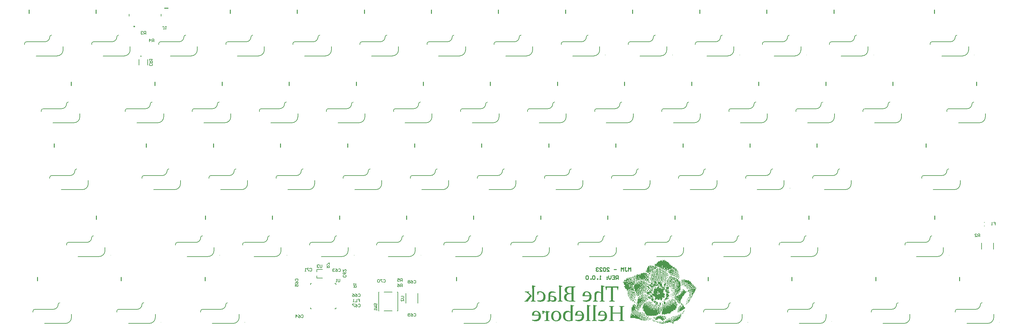
<source format=gbo>
G04*
G04 #@! TF.GenerationSoftware,Altium Limited,Altium Designer,23.0.1 (38)*
G04*
G04 Layer_Color=32896*
%FSLAX25Y25*%
%MOIN*%
G70*
G04*
G04 #@! TF.SameCoordinates,E4A113DE-ECFE-4A07-A5C3-D06B327C1F19*
G04*
G04*
G04 #@! TF.FilePolarity,Positive*
G04*
G01*
G75*
%ADD11C,0.01000*%
%ADD53C,0.00984*%
%ADD54C,0.00500*%
%ADD55C,0.00394*%
%ADD56C,0.00787*%
%ADD57C,0.00591*%
%ADD58C,0.00600*%
%ADD59C,0.00800*%
G36*
X725333Y73784D02*
X725962D01*
Y74413D01*
X726800D01*
Y73784D01*
X727220D01*
Y73155D01*
X727848D01*
Y72527D01*
X729316D01*
Y71688D01*
X730154D01*
Y71059D01*
X730783D01*
Y69592D01*
X732250D01*
Y68754D01*
X732669D01*
Y68335D01*
X734136D01*
Y66867D01*
X734975D01*
Y66239D01*
X735604D01*
Y66867D01*
X736442D01*
Y65400D01*
X738328D01*
Y63933D01*
X738957D01*
Y63304D01*
X739795D01*
Y62047D01*
X740424D01*
Y60789D01*
Y60580D01*
X739795D01*
Y62047D01*
X738957D01*
Y63304D01*
X738328D01*
Y62047D01*
X738957D01*
Y61837D01*
Y61628D01*
Y61418D01*
X738328D01*
Y62047D01*
X737490D01*
Y63304D01*
X737071D01*
Y63933D01*
X736442D01*
Y64771D01*
X735604D01*
Y63933D01*
X736442D01*
Y63514D01*
Y63304D01*
X737071D01*
Y62047D01*
X737490D01*
Y61628D01*
Y61418D01*
X738328D01*
Y60160D01*
Y59951D01*
X738957D01*
Y59112D01*
X739795D01*
Y58064D01*
X740424D01*
Y56597D01*
X741263D01*
Y55759D01*
X741891D01*
Y55130D01*
X741263D01*
Y55759D01*
X740424D01*
Y56597D01*
X739795D01*
Y57226D01*
Y57436D01*
Y58064D01*
X738957D01*
Y58274D01*
Y59112D01*
X738328D01*
Y59951D01*
X737490D01*
Y61418D01*
X737071D01*
Y62047D01*
X736442D01*
Y62256D01*
Y62466D01*
Y63304D01*
X735604D01*
Y63933D01*
X734975D01*
Y65400D01*
X734136D01*
Y66239D01*
X733508D01*
Y65400D01*
X734136D01*
Y63933D01*
X734975D01*
Y63304D01*
X735604D01*
Y62047D01*
X736442D01*
Y61418D01*
X737071D01*
Y59951D01*
X737490D01*
Y59322D01*
Y59112D01*
X738328D01*
Y58064D01*
X738957D01*
Y56597D01*
X739795D01*
Y55130D01*
X738957D01*
Y55968D01*
Y56178D01*
Y56597D01*
X738328D01*
Y58064D01*
X737490D01*
Y58693D01*
Y58903D01*
Y59112D01*
X737071D01*
Y59951D01*
X736442D01*
Y61418D01*
X735604D01*
Y62047D01*
X734975D01*
Y61418D01*
X735604D01*
Y59951D01*
X736442D01*
Y59112D01*
X737071D01*
Y58064D01*
X737490D01*
Y56597D01*
X738328D01*
Y55759D01*
X737490D01*
Y56597D01*
X737071D01*
Y58064D01*
X736442D01*
Y59112D01*
X735604D01*
Y59741D01*
Y59951D01*
X734975D01*
Y60580D01*
X734136D01*
Y61418D01*
X733508D01*
Y60580D01*
X734136D01*
Y59951D01*
X734975D01*
Y59112D01*
X735604D01*
Y58064D01*
X736442D01*
Y57016D01*
Y56807D01*
Y56597D01*
X735604D01*
Y58064D01*
X734975D01*
Y58274D01*
Y58484D01*
Y59112D01*
X734136D01*
Y58064D01*
X734975D01*
Y57226D01*
X734136D01*
Y57855D01*
Y58064D01*
X733508D01*
Y58484D01*
X732669D01*
Y58064D01*
X733508D01*
Y57226D01*
X732669D01*
Y57436D01*
Y58064D01*
X732250D01*
Y59112D01*
D01*
D01*
X731621D01*
Y59951D01*
X730154D01*
Y60580D01*
X729316D01*
Y61418D01*
X728687D01*
Y62047D01*
X729316D01*
Y61418D01*
X730154D01*
Y60580D01*
X730783D01*
Y61418D01*
X730154D01*
Y62047D01*
X729316D01*
Y62885D01*
X730154D01*
Y62047D01*
X730783D01*
Y62885D01*
X730154D01*
Y63933D01*
X729316D01*
Y63304D01*
X728687D01*
Y63933D01*
X727848D01*
Y62047D01*
X727220D01*
Y63304D01*
X726800D01*
Y64771D01*
X725962D01*
Y63304D01*
X726800D01*
Y62885D01*
X725962D01*
Y63304D01*
X725333D01*
Y63933D01*
X724495D01*
Y64771D01*
D01*
D01*
X723866D01*
Y63933D01*
X723028D01*
Y64562D01*
Y64771D01*
Y65400D01*
X722399D01*
Y66239D01*
D01*
D01*
X721980D01*
Y65400D01*
X722399D01*
Y65191D01*
Y64981D01*
Y64771D01*
X721980D01*
Y65400D01*
X720513D01*
Y66239D01*
X719674D01*
Y66867D01*
X718207D01*
Y67706D01*
X717578D01*
Y66867D01*
X716950D01*
Y67706D01*
X716321D01*
Y68335D01*
X715692D01*
Y66867D01*
X716950D01*
Y66239D01*
X717578D01*
Y65400D01*
X718207D01*
Y62047D01*
X719045D01*
Y61418D01*
X719674D01*
Y59951D01*
Y59741D01*
Y59112D01*
X720513D01*
Y58484D01*
X721141D01*
Y58274D01*
Y58064D01*
X721980D01*
Y57855D01*
Y57226D01*
X722399D01*
Y57016D01*
Y56597D01*
X723028D01*
Y53873D01*
Y53663D01*
X723866D01*
Y53244D01*
X724495D01*
Y52405D01*
X725333D01*
Y52196D01*
Y51776D01*
X724495D01*
Y52405D01*
X723866D01*
Y53244D01*
X723028D01*
Y53663D01*
X722399D01*
Y56597D01*
X721980D01*
Y57226D01*
X721141D01*
Y58064D01*
X720513D01*
Y58484D01*
X719674D01*
Y58693D01*
Y59112D01*
X719045D01*
Y61418D01*
X718207D01*
Y61837D01*
Y62047D01*
X717578D01*
Y62256D01*
Y63304D01*
X716950D01*
Y63933D01*
X716321D01*
Y63304D01*
X716950D01*
Y62047D01*
X717578D01*
Y61418D01*
X718207D01*
Y59112D01*
X719045D01*
Y58484D01*
X719674D01*
Y58064D01*
X720513D01*
Y57226D01*
X721141D01*
Y56597D01*
X721980D01*
Y53663D01*
X722399D01*
Y53453D01*
Y53244D01*
X723028D01*
Y51776D01*
X723866D01*
Y50938D01*
X724495D01*
Y50728D01*
Y50309D01*
X723866D01*
Y50938D01*
X723028D01*
Y51776D01*
X722399D01*
Y53034D01*
Y53244D01*
X721980D01*
Y53663D01*
X721141D01*
Y56178D01*
Y56388D01*
Y56597D01*
X720513D01*
Y57226D01*
X719674D01*
Y58064D01*
X719045D01*
Y58484D01*
X718207D01*
Y58064D01*
X719045D01*
Y57226D01*
X719674D01*
Y57016D01*
Y56597D01*
X720513D01*
Y56388D01*
Y53663D01*
X721141D01*
Y53244D01*
X721980D01*
Y51776D01*
X722399D01*
Y51567D01*
Y50938D01*
X723028D01*
Y50309D01*
X722399D01*
Y50519D01*
Y50938D01*
X721980D01*
Y51776D01*
X721141D01*
Y53244D01*
X720513D01*
Y53663D01*
X719674D01*
Y56597D01*
X719045D01*
Y57226D01*
X718207D01*
Y58064D01*
X717578D01*
Y59951D01*
X716950D01*
Y60580D01*
X716321D01*
Y62047D01*
X715692D01*
Y62885D01*
X714853D01*
Y63304D01*
X715692D01*
Y62885D01*
X716321D01*
Y63304D01*
X715692D01*
Y63514D01*
Y64771D01*
X714853D01*
Y65400D01*
X714225D01*
Y63933D01*
X713386D01*
Y65400D01*
X712758D01*
Y66239D01*
X711919D01*
Y67706D01*
X711500D01*
Y68754D01*
X711919D01*
Y68335D01*
X712758D01*
Y67706D01*
X714225D01*
Y66239D01*
X714853D01*
Y68335D01*
X713386D01*
Y68754D01*
X714853D01*
Y69592D01*
X714225D01*
Y70221D01*
X716321D01*
Y71688D01*
X717578D01*
Y72527D01*
X718207D01*
Y73155D01*
X719674D01*
Y73784D01*
X720513D01*
Y74413D01*
X722399D01*
Y73155D01*
X723028D01*
Y75042D01*
X723866D01*
Y74413D01*
X724495D01*
Y75042D01*
X725333D01*
Y73784D01*
D02*
G37*
G36*
X710662Y67706D02*
D01*
D01*
X711500D01*
Y66239D01*
X711919D01*
Y65400D01*
X712758D01*
Y63304D01*
X711919D01*
Y64771D01*
X711500D01*
Y65400D01*
X710662D01*
Y66239D01*
X710033D01*
Y65400D01*
X710662D01*
Y64771D01*
X711500D01*
Y62047D01*
X710662D01*
Y63304D01*
X710033D01*
Y62047D01*
X710662D01*
Y61418D01*
X710033D01*
Y62047D01*
X709404D01*
Y61418D01*
X710033D01*
Y60580D01*
X709404D01*
Y61418D01*
X708566D01*
Y62047D01*
X707937D01*
Y61418D01*
X708566D01*
Y59951D01*
X709404D01*
Y59112D01*
X707937D01*
Y60580D01*
X707098D01*
Y61418D01*
X706679D01*
Y60580D01*
X707098D01*
Y59951D01*
X706679D01*
Y60580D01*
X705841D01*
Y61418D01*
X704583D01*
Y62885D01*
X705212D01*
Y62047D01*
X705841D01*
Y62885D01*
X705212D01*
Y63933D01*
X705841D01*
Y66239D01*
X706679D01*
Y67706D01*
X707098D01*
Y68335D01*
X707937D01*
Y67706D01*
X708566D01*
Y66867D01*
X709404D01*
Y67706D01*
X708566D01*
Y68754D01*
X709404D01*
Y68335D01*
X710033D01*
Y68754D01*
X710662D01*
Y67706D01*
D02*
G37*
G36*
X704583Y59951D02*
X705841D01*
Y58484D01*
X706679D01*
Y58064D01*
X707098D01*
Y57855D01*
Y56597D01*
X707937D01*
Y55759D01*
X708566D01*
Y55130D01*
X707937D01*
Y55759D01*
X707098D01*
Y56597D01*
X706679D01*
Y58064D01*
X705841D01*
Y58484D01*
X705212D01*
Y59112D01*
X704583D01*
Y58484D01*
X705212D01*
Y58064D01*
X705841D01*
Y56597D01*
X706679D01*
Y55759D01*
X707098D01*
Y53663D01*
X707937D01*
Y52405D01*
X707098D01*
Y52615D01*
Y53663D01*
X706679D01*
Y55130D01*
X705841D01*
Y55759D01*
X705212D01*
Y56597D01*
X704583D01*
Y57226D01*
X703745D01*
Y58064D01*
X703116D01*
Y57226D01*
X703745D01*
Y56597D01*
X704583D01*
Y55759D01*
X705212D01*
Y55130D01*
X705841D01*
Y53663D01*
X706679D01*
Y52405D01*
X707098D01*
Y51776D01*
X708566D01*
Y50938D01*
X707098D01*
Y50309D01*
X708566D01*
Y49471D01*
X709404D01*
Y48842D01*
X708566D01*
Y49471D01*
X707098D01*
Y50309D01*
X706679D01*
Y50728D01*
Y50938D01*
Y51776D01*
X705841D01*
Y52405D01*
X705212D01*
Y53663D01*
X704583D01*
Y55130D01*
X703745D01*
Y53663D01*
X704583D01*
Y52405D01*
X705212D01*
Y51776D01*
X705841D01*
Y50309D01*
X705212D01*
Y51776D01*
X703745D01*
Y52405D01*
X703116D01*
Y53663D01*
X702278D01*
Y52405D01*
X703116D01*
Y51776D01*
X702278D01*
Y52405D01*
X701020D01*
Y53244D01*
X700391D01*
Y52405D01*
X699553D01*
Y53244D01*
X698924D01*
Y53663D01*
X698295D01*
Y54292D01*
X697457D01*
Y55130D01*
X696828D01*
Y54292D01*
X697457D01*
Y53663D01*
X698295D01*
Y52405D01*
X697457D01*
Y53244D01*
X696828D01*
Y53663D01*
X696200D01*
Y53244D01*
X696828D01*
Y52405D01*
X694732D01*
Y53244D01*
X694103D01*
Y52405D01*
X694732D01*
Y52196D01*
Y50938D01*
X694103D01*
Y52405D01*
X693475D01*
Y53244D01*
X692636D01*
Y55759D01*
X692008D01*
Y55968D01*
Y56178D01*
Y56597D01*
X691379D01*
Y57226D01*
X692636D01*
Y55759D01*
X693475D01*
Y55130D01*
X694103D01*
Y55759D01*
X693475D01*
Y58064D01*
X694103D01*
Y57226D01*
X694732D01*
Y58064D01*
X694103D01*
Y58484D01*
X696200D01*
Y58064D01*
X696828D01*
Y59112D01*
X698924D01*
Y59951D01*
X701020D01*
Y60580D01*
X701859D01*
Y59951D01*
X702278D01*
Y60580D01*
X703116D01*
Y59951D01*
X703745D01*
Y60580D01*
X704583D01*
Y59951D01*
D02*
G37*
G36*
X725962Y62047D02*
X726800D01*
Y61418D01*
X727220D01*
Y60580D01*
X727848D01*
Y59951D01*
X728687D01*
Y59112D01*
X727848D01*
Y59741D01*
Y59951D01*
X727220D01*
Y60160D01*
Y60580D01*
X726800D01*
Y60999D01*
Y61208D01*
Y61418D01*
X725962D01*
Y62047D01*
X725333D01*
Y62885D01*
X725962D01*
Y62047D01*
D02*
G37*
G36*
X731621Y58484D02*
X730783D01*
Y58903D01*
Y59112D01*
X731621D01*
Y58484D01*
D02*
G37*
G36*
X714225Y62885D02*
X714853D01*
Y62047D01*
X715692D01*
Y60789D01*
Y60580D01*
X716321D01*
Y59951D01*
X716950D01*
Y58064D01*
X717578D01*
Y57226D01*
X718207D01*
Y56597D01*
X719045D01*
Y53663D01*
X719674D01*
Y53244D01*
Y53034D01*
Y52405D01*
X720513D01*
Y50938D01*
X721141D01*
Y50309D01*
X721980D01*
Y49471D01*
X722399D01*
Y48842D01*
X721980D01*
Y49471D01*
X720513D01*
Y48842D01*
X721980D01*
Y48004D01*
X722399D01*
Y46117D01*
X723028D01*
Y44650D01*
X724495D01*
Y44021D01*
X725333D01*
Y41297D01*
X723866D01*
Y40668D01*
X724495D01*
Y39830D01*
X723866D01*
Y38362D01*
X724495D01*
Y37314D01*
X725333D01*
Y35009D01*
X724495D01*
Y34380D01*
X725333D01*
Y32913D01*
X724495D01*
Y32284D01*
X723866D01*
Y32913D01*
X722399D01*
Y32284D01*
X723028D01*
Y31655D01*
X722399D01*
Y30188D01*
X721980D01*
Y29559D01*
X721141D01*
Y30188D01*
X720513D01*
Y31655D01*
X719674D01*
Y30188D01*
X717578D01*
Y31655D01*
X716950D01*
Y31027D01*
X715692D01*
Y30188D01*
X714853D01*
Y31027D01*
X714225D01*
Y31655D01*
X714853D01*
Y33542D01*
X714225D01*
Y34380D01*
X712758D01*
Y35009D01*
X711919D01*
Y33542D01*
X712758D01*
Y32913D01*
X711919D01*
Y32284D01*
X712758D01*
Y31027D01*
X713386D01*
Y30188D01*
X712758D01*
Y28721D01*
X714225D01*
Y30188D01*
X714853D01*
Y28721D01*
X715692D01*
Y28092D01*
X717578D01*
Y26835D01*
X718207D01*
Y26206D01*
X717578D01*
Y25367D01*
X718207D01*
Y24739D01*
X719045D01*
Y23900D01*
Y23691D01*
Y23271D01*
X719674D01*
Y22433D01*
X721141D01*
Y22014D01*
X721980D01*
Y21175D01*
X721141D01*
Y22014D01*
X719674D01*
Y22223D01*
Y22433D01*
X719045D01*
Y23271D01*
X718207D01*
Y24739D01*
X717578D01*
Y25367D01*
X716321D01*
Y24739D01*
X716950D01*
Y23900D01*
X717578D01*
Y19918D01*
X718207D01*
Y22433D01*
X719045D01*
Y21175D01*
X719674D01*
Y20547D01*
X720513D01*
Y17612D01*
X721141D01*
Y16355D01*
X720513D01*
Y17193D01*
Y17403D01*
Y17612D01*
X719674D01*
Y20547D01*
X719045D01*
Y17612D01*
X719674D01*
Y16355D01*
X720513D01*
Y14888D01*
X719674D01*
Y14259D01*
X719045D01*
Y14888D01*
X718207D01*
Y13630D01*
X716321D01*
Y12792D01*
X713386D01*
Y12372D01*
X712758D01*
Y12792D01*
X711919D01*
Y12372D01*
X711500D01*
Y12792D01*
X710662D01*
Y12372D01*
X709404D01*
Y12792D01*
X708566D01*
Y12372D01*
X707937D01*
Y12792D01*
X705212D01*
Y13630D01*
X704583D01*
Y14259D01*
X703745D01*
Y15726D01*
X703116D01*
Y17193D01*
X702278D01*
Y18451D01*
X701020D01*
Y19080D01*
X701859D01*
Y20547D01*
X701020D01*
Y21175D01*
X700391D01*
Y22014D01*
X701020D01*
Y24739D01*
X701859D01*
Y23271D01*
X702278D01*
Y26206D01*
X704583D01*
Y25367D01*
X705212D01*
Y24739D01*
X705841D01*
Y23900D01*
X706679D01*
Y24739D01*
X705841D01*
Y25367D01*
X705212D01*
Y26206D01*
X704583D01*
Y26835D01*
X703745D01*
Y27463D01*
X704583D01*
Y26835D01*
X705212D01*
Y26625D01*
Y26415D01*
Y26206D01*
X705841D01*
Y25367D01*
X706679D01*
Y26206D01*
X705841D01*
Y26835D01*
X705212D01*
Y27044D01*
Y27254D01*
Y28092D01*
X705841D01*
Y26835D01*
X706679D01*
Y26206D01*
X707098D01*
Y25367D01*
X707937D01*
Y24739D01*
X708566D01*
Y23900D01*
X709404D01*
Y24739D01*
X708566D01*
Y25367D01*
X707937D01*
Y26206D01*
X707098D01*
Y26835D01*
X706679D01*
Y27463D01*
Y27673D01*
Y28721D01*
X707098D01*
Y26835D01*
X707937D01*
Y26206D01*
X708566D01*
Y25996D01*
Y25367D01*
X709404D01*
Y24739D01*
X710033D01*
Y22014D01*
D01*
D01*
X710662D01*
Y21175D01*
X711500D01*
Y20547D01*
X711919D01*
Y21175D01*
X711500D01*
Y22014D01*
X710662D01*
Y23900D01*
X711500D01*
Y22433D01*
X711919D01*
Y21175D01*
X712758D01*
Y23271D01*
X711919D01*
Y23481D01*
Y23691D01*
Y23900D01*
X711500D01*
Y24110D01*
Y24739D01*
X710033D01*
Y25367D01*
X709404D01*
Y26206D01*
X708566D01*
Y26835D01*
X707937D01*
Y27463D01*
X708566D01*
Y26835D01*
X709404D01*
Y26415D01*
Y26206D01*
X710033D01*
Y25367D01*
X711500D01*
Y24739D01*
X711919D01*
Y23900D01*
X712758D01*
Y23271D01*
X713386D01*
Y20547D01*
X714225D01*
Y23271D01*
X713386D01*
Y24739D01*
X714225D01*
Y23271D01*
X714853D01*
Y20547D01*
X715692D01*
Y19918D01*
X716321D01*
Y19080D01*
X716950D01*
Y19918D01*
X716321D01*
Y20547D01*
X715692D01*
Y23271D01*
X714853D01*
Y24739D01*
X715692D01*
Y24110D01*
Y23900D01*
Y23271D01*
X716321D01*
Y22852D01*
Y22643D01*
Y20547D01*
X716950D01*
Y23900D01*
X716321D01*
Y24319D01*
Y24529D01*
Y24739D01*
X715692D01*
Y25367D01*
X714853D01*
Y26206D01*
X716321D01*
Y26835D01*
X715692D01*
Y27463D01*
X714853D01*
Y26835D01*
X713386D01*
Y28092D01*
X712758D01*
Y28721D01*
X711500D01*
Y29559D01*
X710033D01*
Y30188D01*
X710662D01*
Y31027D01*
X710033D01*
Y31655D01*
X707937D01*
Y32284D01*
X706679D01*
Y32913D01*
X705841D01*
Y33542D01*
X705212D01*
Y34380D01*
X704583D01*
Y35847D01*
X705212D01*
Y34380D01*
X705841D01*
Y33542D01*
X706679D01*
Y32913D01*
X707098D01*
Y34380D01*
X706679D01*
Y34590D01*
Y35009D01*
X705841D01*
Y35847D01*
X706679D01*
Y35638D01*
Y35428D01*
Y35009D01*
X707098D01*
Y34380D01*
X707937D01*
Y33542D01*
X708566D01*
Y32913D01*
X710033D01*
Y31655D01*
X710662D01*
Y32284D01*
X711500D01*
Y31655D01*
X711919D01*
Y32284D01*
X711500D01*
Y32913D01*
X710033D01*
Y33542D01*
X708566D01*
Y34380D01*
X709404D01*
Y35847D01*
X707098D01*
Y36476D01*
X705841D01*
Y36686D01*
Y36895D01*
Y37314D01*
X705212D01*
Y38362D01*
X704583D01*
Y39201D01*
Y39410D01*
Y39830D01*
X703745D01*
Y40039D01*
Y40249D01*
Y41297D01*
X703116D01*
Y43183D01*
X702278D01*
Y45489D01*
X701859D01*
Y46117D01*
X701020D01*
Y46956D01*
X700391D01*
Y46117D01*
X701020D01*
Y45489D01*
X701859D01*
Y43183D01*
X702278D01*
Y41297D01*
X703116D01*
Y39830D01*
X703745D01*
Y37943D01*
X703116D01*
Y39620D01*
Y39830D01*
X702278D01*
Y41297D01*
X701859D01*
Y39830D01*
X702278D01*
Y37314D01*
X701859D01*
Y39620D01*
Y39830D01*
X701020D01*
Y42135D01*
X700391D01*
Y39830D01*
X701020D01*
Y39410D01*
Y39201D01*
Y37314D01*
X700391D01*
Y37943D01*
X699553D01*
Y38362D01*
X698924D01*
Y39830D01*
X698295D01*
Y40668D01*
X697457D01*
Y41297D01*
X696828D01*
Y40668D01*
X697457D01*
Y39830D01*
X698295D01*
Y38362D01*
X698924D01*
Y37943D01*
X699553D01*
Y37314D01*
X700391D01*
Y36476D01*
X701020D01*
Y35847D01*
X701859D01*
Y35009D01*
X702278D01*
Y33332D01*
Y33123D01*
Y32913D01*
X703116D01*
Y32284D01*
X703745D01*
Y30188D01*
X704583D01*
Y29559D01*
X705212D01*
Y28931D01*
Y28721D01*
X704583D01*
Y29559D01*
X703745D01*
Y30188D01*
X703116D01*
Y32284D01*
X702278D01*
Y32913D01*
X701859D01*
Y34380D01*
X701020D01*
Y35847D01*
X700391D01*
Y36057D01*
Y36476D01*
X699553D01*
Y37314D01*
X698924D01*
Y36476D01*
X698295D01*
Y35847D01*
X698924D01*
Y34380D01*
X699553D01*
Y33542D01*
X700391D01*
Y34380D01*
X699553D01*
Y34590D01*
Y34799D01*
Y35847D01*
X700391D01*
Y34380D01*
X701020D01*
Y32913D01*
X701859D01*
Y32284D01*
X702278D01*
Y30188D01*
X703116D01*
Y29559D01*
X703745D01*
Y28092D01*
X703116D01*
Y28721D01*
X702278D01*
Y30188D01*
X701859D01*
Y28721D01*
X702278D01*
Y28092D01*
X703116D01*
Y27463D01*
X702278D01*
Y28092D01*
X701859D01*
Y28511D01*
Y28721D01*
X701020D01*
Y28092D01*
X701859D01*
Y26206D01*
X701020D01*
Y27463D01*
X700391D01*
Y28721D01*
X699553D01*
Y27463D01*
X700391D01*
Y26206D01*
X701020D01*
Y25367D01*
X700391D01*
Y25787D01*
Y25996D01*
Y26206D01*
X699553D01*
Y26835D01*
X698924D01*
Y26206D01*
X699553D01*
Y25367D01*
X700391D01*
Y24739D01*
X698295D01*
Y25367D01*
X697457D01*
Y26206D01*
X696828D01*
Y25367D01*
X697457D01*
Y24739D01*
X698295D01*
Y23900D01*
X699553D01*
Y23271D01*
X698295D01*
Y22433D01*
X698924D01*
Y22014D01*
X698295D01*
Y22433D01*
X697457D01*
Y23271D01*
X696828D01*
Y23900D01*
X696200D01*
Y23271D01*
X696828D01*
Y22433D01*
X697457D01*
Y22014D01*
X698295D01*
Y21175D01*
X697457D01*
Y22014D01*
X696828D01*
Y22433D01*
X696200D01*
Y23271D01*
X695571D01*
Y22433D01*
X696200D01*
Y22014D01*
X696828D01*
Y21175D01*
X697457D01*
Y20547D01*
X696828D01*
Y21175D01*
X696200D01*
Y20547D01*
X696828D01*
Y18451D01*
X696200D01*
Y18660D01*
Y18870D01*
Y20547D01*
X695571D01*
Y22014D01*
X694732D01*
Y20547D01*
X695571D01*
Y18451D01*
X694732D01*
Y19918D01*
X693475D01*
Y20547D01*
X692008D01*
Y19918D01*
X692636D01*
Y19080D01*
X693475D01*
Y17612D01*
X694103D01*
Y17193D01*
X694732D01*
Y16355D01*
X695571D01*
Y14259D01*
X696200D01*
Y12792D01*
X696828D01*
Y12372D01*
X697457D01*
Y11534D01*
X698295D01*
Y12372D01*
X697457D01*
Y12792D01*
X696828D01*
Y14259D01*
X696200D01*
Y15516D01*
Y15726D01*
Y16355D01*
X695571D01*
Y16564D01*
Y17193D01*
X694732D01*
Y17612D01*
X694103D01*
Y18451D01*
X694732D01*
Y17612D01*
X695571D01*
Y17193D01*
X696200D01*
Y16355D01*
X696828D01*
Y14259D01*
X697457D01*
Y13630D01*
X698295D01*
Y12792D01*
X698924D01*
Y9438D01*
X699553D01*
Y8809D01*
X700391D01*
Y7342D01*
X699553D01*
Y7971D01*
X698924D01*
Y9438D01*
X698295D01*
Y7971D01*
X698924D01*
Y7342D01*
X698295D01*
Y7971D01*
X697457D01*
Y8809D01*
X694732D01*
Y9438D01*
X692636D01*
Y10067D01*
X687187D01*
Y12372D01*
X687816D01*
Y12792D01*
X687187D01*
Y13630D01*
X687816D01*
Y12792D01*
X688445D01*
Y13630D01*
X687816D01*
Y14888D01*
X688445D01*
Y14259D01*
X689283D01*
Y14678D01*
Y14888D01*
X688445D01*
Y15307D01*
Y15516D01*
Y15726D01*
X689283D01*
Y14888D01*
X689912D01*
Y13630D01*
X690750D01*
Y14888D01*
X689912D01*
Y15726D01*
X689283D01*
Y16355D01*
X688445D01*
Y16774D01*
Y16984D01*
Y17193D01*
X689283D01*
Y16355D01*
X689912D01*
Y16145D01*
Y15726D01*
X690750D01*
Y16355D01*
X689912D01*
Y17193D01*
X689283D01*
Y17612D01*
X688445D01*
Y22014D01*
X689283D01*
Y23271D01*
X689912D01*
Y24739D01*
X690750D01*
Y23900D01*
X691379D01*
Y23271D01*
X692008D01*
Y22433D01*
X692636D01*
Y23271D01*
X692008D01*
Y23900D01*
X691379D01*
Y24739D01*
X690750D01*
Y25367D01*
X692008D01*
Y24948D01*
Y24739D01*
X692636D01*
Y23900D01*
X693475D01*
Y22014D01*
X694103D01*
Y23271D01*
X694732D01*
Y23900D01*
X694103D01*
Y24739D01*
X694732D01*
Y25367D01*
X694103D01*
Y26206D01*
X694732D01*
Y25367D01*
X695571D01*
Y24739D01*
X696200D01*
Y25367D01*
X695571D01*
Y26206D01*
X694732D01*
Y28721D01*
X695571D01*
Y29559D01*
X694732D01*
Y30188D01*
X695571D01*
Y31655D01*
X696828D01*
Y32284D01*
X695571D01*
Y32913D01*
X696828D01*
Y35009D01*
X695571D01*
Y35847D01*
X694732D01*
Y37314D01*
D01*
D01*
X694103D01*
Y37943D01*
X692636D01*
Y38362D01*
X693475D01*
Y39201D01*
X692636D01*
Y39830D01*
X692008D01*
Y42135D01*
X691379D01*
Y43183D01*
X690750D01*
Y44021D01*
X689912D01*
Y44650D01*
X690750D01*
Y44441D01*
Y44231D01*
Y44021D01*
X691379D01*
Y44650D01*
X690750D01*
Y45489D01*
X691379D01*
Y46956D01*
X689283D01*
Y46117D01*
X689912D01*
Y45489D01*
X689283D01*
Y44021D01*
X689912D01*
Y43183D01*
X690750D01*
Y41297D01*
X691379D01*
Y39830D01*
X690750D01*
Y40668D01*
X689912D01*
Y41297D01*
X689283D01*
Y40668D01*
X689912D01*
Y39830D01*
X689283D01*
Y40668D01*
X688445D01*
Y41297D01*
X687187D01*
Y42135D01*
X686348D01*
Y41297D01*
X687187D01*
Y39830D01*
X687816D01*
Y39620D01*
Y38362D01*
X688445D01*
Y37943D01*
X689283D01*
Y37734D01*
Y37314D01*
X689912D01*
Y36686D01*
Y36476D01*
X690750D01*
Y35847D01*
X691379D01*
Y35009D01*
X690750D01*
Y35428D01*
Y35638D01*
Y35847D01*
X689912D01*
Y36476D01*
X689283D01*
Y37314D01*
X688445D01*
Y37943D01*
X687816D01*
Y38362D01*
X687187D01*
Y39830D01*
X686348D01*
Y40668D01*
X685929D01*
Y42135D01*
X685091D01*
Y40668D01*
X685929D01*
Y39830D01*
X686348D01*
Y38362D01*
X687187D01*
Y35847D01*
X687816D01*
Y34380D01*
X688445D01*
Y33542D01*
X689912D01*
Y32284D01*
X690750D01*
Y31655D01*
X689912D01*
Y31865D01*
Y32074D01*
Y32284D01*
X689283D01*
Y32913D01*
X688445D01*
Y32284D01*
X689283D01*
Y31655D01*
X689912D01*
Y31446D01*
Y31236D01*
Y30188D01*
X690750D01*
Y28721D01*
X689912D01*
Y30188D01*
X689283D01*
Y31655D01*
X688445D01*
Y32284D01*
X687816D01*
Y32913D01*
X687187D01*
Y33542D01*
X686348D01*
Y34380D01*
X687187D01*
Y34170D01*
Y33542D01*
X687816D01*
Y34380D01*
X687187D01*
Y35847D01*
X686348D01*
Y38362D01*
X685929D01*
Y39830D01*
X685091D01*
Y40668D01*
X684462D01*
Y41297D01*
X683624D01*
Y40668D01*
X684462D01*
Y40039D01*
Y39830D01*
X685091D01*
Y39620D01*
Y38362D01*
X685929D01*
Y35847D01*
X686348D01*
Y35009D01*
X685929D01*
Y35847D01*
X685091D01*
Y37314D01*
X684462D01*
Y37943D01*
X683624D01*
Y38362D01*
X684462D01*
Y37943D01*
X685091D01*
Y38362D01*
X684462D01*
Y39830D01*
X683624D01*
Y40668D01*
X682995D01*
Y42135D01*
X682366D01*
Y42764D01*
X681528D01*
Y43183D01*
X681109D01*
Y44650D01*
X680270D01*
Y45489D01*
X681109D01*
Y46956D01*
X680270D01*
Y48004D01*
X679641D01*
Y49471D01*
X678803D01*
Y50309D01*
X679641D01*
Y50938D01*
X680270D01*
Y50309D01*
X681109D01*
Y50938D01*
X680270D01*
Y52405D01*
X681109D01*
Y53244D01*
X681528D01*
Y52405D01*
X682366D01*
Y54292D01*
X682995D01*
Y53663D01*
X683624D01*
Y55130D01*
X684462D01*
Y53663D01*
X685091D01*
Y53244D01*
X685929D01*
Y52405D01*
X686348D01*
Y51776D01*
X687187D01*
Y50938D01*
X687816D01*
Y51776D01*
X687187D01*
Y51986D01*
Y52405D01*
X686348D01*
Y53244D01*
X685929D01*
Y53663D01*
X685091D01*
Y55130D01*
X687187D01*
Y53244D01*
X687816D01*
Y55130D01*
X687187D01*
Y55759D01*
X687816D01*
Y55549D01*
Y55130D01*
X688445D01*
Y52405D01*
X689283D01*
Y55130D01*
X688445D01*
Y55759D01*
X689283D01*
Y55130D01*
X689912D01*
Y50938D01*
X690750D01*
Y50309D01*
X691379D01*
Y50938D01*
X690750D01*
Y54292D01*
Y54501D01*
Y55130D01*
X689912D01*
Y55759D01*
X689283D01*
Y56597D01*
X689912D01*
Y55759D01*
X690750D01*
Y55130D01*
X691379D01*
Y54292D01*
X692008D01*
Y53663D01*
X691379D01*
Y53244D01*
X692008D01*
Y52405D01*
X691379D01*
Y51776D01*
X692008D01*
Y49471D01*
X692636D01*
Y48004D01*
X694103D01*
Y48842D01*
X693475D01*
Y49471D01*
X695571D01*
Y48004D01*
D01*
D01*
X696200D01*
Y49471D01*
X695571D01*
Y49890D01*
Y50100D01*
Y50938D01*
X696200D01*
Y49471D01*
X696828D01*
Y50938D01*
X696200D01*
Y51567D01*
Y51776D01*
X696828D01*
Y50938D01*
X697457D01*
Y49471D01*
X698295D01*
Y48842D01*
X698924D01*
Y49471D01*
X698295D01*
Y50938D01*
X697457D01*
Y51776D01*
X700391D01*
Y49471D01*
X701020D01*
Y50100D01*
Y50309D01*
Y51776D01*
X701859D01*
Y48004D01*
X702278D01*
Y50938D01*
X703116D01*
Y47585D01*
X703745D01*
Y46117D01*
X704583D01*
Y44231D01*
Y44021D01*
Y43183D01*
X705212D01*
Y42974D01*
Y42764D01*
Y41297D01*
X704583D01*
Y43183D01*
X703745D01*
Y46117D01*
X703116D01*
Y46327D01*
Y46537D01*
Y47585D01*
X702278D01*
Y46117D01*
X703116D01*
Y45908D01*
Y45698D01*
Y43183D01*
X703745D01*
Y42974D01*
Y42764D01*
Y41297D01*
X704583D01*
Y39830D01*
X705212D01*
Y38362D01*
X705841D01*
Y39201D01*
X708566D01*
Y41297D01*
X709404D01*
Y39830D01*
X710033D01*
Y39201D01*
X710662D01*
Y37314D01*
X713386D01*
Y37943D01*
X712758D01*
Y39830D01*
X713386D01*
Y42764D01*
X714853D01*
Y43183D01*
X714225D01*
Y44021D01*
X714853D01*
Y43602D01*
Y43393D01*
Y43183D01*
X715692D01*
Y42764D01*
X716321D01*
Y44021D01*
X716950D01*
Y44650D01*
X718207D01*
Y45489D01*
X717578D01*
Y46117D01*
X716950D01*
Y45489D01*
X716321D01*
Y46117D01*
X714225D01*
Y45489D01*
X714853D01*
Y44860D01*
Y44650D01*
X715692D01*
Y44021D01*
X714853D01*
Y44650D01*
X714225D01*
Y45489D01*
X713386D01*
Y46117D01*
X711919D01*
Y46956D01*
X710662D01*
Y47585D01*
X710033D01*
Y49471D01*
X711500D01*
Y48842D01*
X711919D01*
Y48004D01*
X713386D01*
Y49471D01*
X714225D01*
Y50309D01*
X712758D01*
Y50938D01*
X711919D01*
Y51776D01*
X711500D01*
Y52405D01*
X710662D01*
Y53244D01*
Y53453D01*
Y55130D01*
X710033D01*
Y56597D01*
X710662D01*
Y55130D01*
X711500D01*
Y52405D01*
X711919D01*
Y51776D01*
X712758D01*
Y51357D01*
Y51148D01*
Y50938D01*
X713386D01*
Y51776D01*
X712758D01*
Y52405D01*
X711919D01*
Y55130D01*
X711500D01*
Y55549D01*
Y55759D01*
Y56597D01*
X710662D01*
Y58484D01*
X710033D01*
Y59112D01*
X711500D01*
Y58064D01*
X711919D01*
Y57226D01*
X712758D01*
Y58064D01*
X711919D01*
Y59112D01*
X711500D01*
Y59951D01*
X710662D01*
Y60160D01*
Y60580D01*
X711919D01*
Y59112D01*
X712758D01*
Y58693D01*
Y58484D01*
Y58064D01*
X713386D01*
Y56597D01*
X714225D01*
Y55759D01*
X714853D01*
Y55130D01*
X715692D01*
Y54921D01*
Y54292D01*
X716321D01*
Y53663D01*
X716950D01*
Y52405D01*
X717578D01*
Y51776D01*
X718207D01*
Y50938D01*
X719045D01*
Y50309D01*
X720513D01*
Y50938D01*
X719674D01*
Y52405D01*
X719045D01*
Y53663D01*
X718207D01*
Y56597D01*
X717578D01*
Y53663D01*
X718207D01*
Y52405D01*
X719045D01*
Y51776D01*
X718207D01*
Y52405D01*
X717578D01*
Y53663D01*
X716950D01*
Y54292D01*
X716321D01*
Y54711D01*
Y54921D01*
Y55130D01*
X715692D01*
Y55759D01*
X714853D01*
Y56597D01*
X714225D01*
Y58064D01*
X713386D01*
Y59112D01*
X712758D01*
Y59741D01*
Y59951D01*
Y60580D01*
X711919D01*
Y62047D01*
Y62256D01*
Y62885D01*
X712758D01*
Y60580D01*
X713386D01*
Y59112D01*
X714225D01*
Y58903D01*
Y58484D01*
X714853D01*
Y56597D01*
X715692D01*
Y58484D01*
X714853D01*
Y59112D01*
X714225D01*
Y60580D01*
X713386D01*
Y62047D01*
X714225D01*
Y60580D01*
X714853D01*
Y59112D01*
X715692D01*
Y58484D01*
X716321D01*
Y59112D01*
X715692D01*
Y60580D01*
X714853D01*
Y62047D01*
X714225D01*
Y62885D01*
X713386D01*
Y63304D01*
X714225D01*
Y62885D01*
D02*
G37*
G36*
X739795Y59951D02*
X740424D01*
Y59112D01*
X741263D01*
Y58064D01*
X740424D01*
Y59112D01*
X739795D01*
Y59322D01*
Y59951D01*
X738957D01*
Y60370D01*
Y60580D01*
X739795D01*
Y59951D01*
D02*
G37*
G36*
X729316Y58064D02*
X728687D01*
Y58274D01*
Y58484D01*
X729316D01*
Y58064D01*
D02*
G37*
G36*
X732250Y57226D02*
X731621D01*
Y57855D01*
Y58064D01*
X732250D01*
Y57226D01*
D02*
G37*
G36*
X710033D02*
X709404D01*
Y57436D01*
Y58064D01*
X710033D01*
Y57226D01*
D02*
G37*
G36*
X707098Y58903D02*
Y58693D01*
Y58484D01*
X707937D01*
Y58064D01*
X708566D01*
Y57226D01*
X707937D01*
Y57855D01*
Y58064D01*
X707098D01*
Y58484D01*
X706679D01*
Y59112D01*
X707098D01*
Y58903D01*
D02*
G37*
G36*
X741891Y56597D02*
X741263D01*
Y57226D01*
X741891D01*
Y56597D01*
D02*
G37*
G36*
X723028Y63723D02*
Y63304D01*
X723866D01*
Y62885D01*
X724495D01*
Y62047D01*
X725333D01*
Y61418D01*
X725962D01*
Y60580D01*
X726800D01*
Y59951D01*
X727220D01*
Y59112D01*
X727848D01*
Y58064D01*
X728687D01*
Y57226D01*
X729316D01*
Y56807D01*
Y56597D01*
X728687D01*
Y57226D01*
X727848D01*
Y57436D01*
Y57645D01*
Y58064D01*
X727220D01*
Y59112D01*
X726800D01*
Y59532D01*
Y59741D01*
Y59951D01*
X725962D01*
Y60160D01*
Y60580D01*
X725333D01*
Y61208D01*
Y61418D01*
X724495D01*
Y62047D01*
X723866D01*
Y61418D01*
X724495D01*
Y61208D01*
Y60999D01*
Y60580D01*
X725333D01*
Y59951D01*
X725962D01*
Y59112D01*
X726800D01*
Y58064D01*
X727220D01*
Y57436D01*
Y57226D01*
X727848D01*
Y56597D01*
X727220D01*
Y57226D01*
X726800D01*
Y58064D01*
X725962D01*
Y58903D01*
Y59112D01*
X725333D01*
Y59951D01*
X724495D01*
Y60160D01*
Y60370D01*
Y60580D01*
X723866D01*
Y61418D01*
X723028D01*
Y62256D01*
Y62466D01*
Y63304D01*
X722399D01*
Y63933D01*
X723028D01*
Y63723D01*
D02*
G37*
G36*
X728687Y55549D02*
Y55130D01*
X727848D01*
Y55759D01*
X728687D01*
Y55549D01*
D02*
G37*
G36*
X691379Y55759D02*
X692008D01*
Y55130D01*
X691379D01*
Y55759D01*
X690750D01*
Y56597D01*
X691379D01*
Y55759D01*
D02*
G37*
G36*
X738957Y54292D02*
X738328D01*
Y54501D01*
Y55130D01*
X738957D01*
Y54292D01*
D02*
G37*
G36*
X741263Y54501D02*
Y54292D01*
Y53663D01*
X740424D01*
Y55130D01*
X741263D01*
Y54501D01*
D02*
G37*
G36*
X719674Y64771D02*
X721141D01*
Y63933D01*
X721980D01*
Y63304D01*
X722399D01*
Y61418D01*
X723028D01*
Y60580D01*
X723866D01*
Y59951D01*
X724495D01*
Y59741D01*
Y59532D01*
Y59112D01*
X725333D01*
Y58064D01*
X725962D01*
Y57226D01*
X726800D01*
Y56597D01*
X727220D01*
Y54292D01*
X727848D01*
Y53663D01*
X727220D01*
Y54292D01*
X726800D01*
Y54711D01*
Y54921D01*
Y56597D01*
X725962D01*
Y57226D01*
X725333D01*
Y58064D01*
X724495D01*
Y59112D01*
X723866D01*
Y58064D01*
X724495D01*
Y57645D01*
Y57436D01*
Y57226D01*
X725333D01*
Y56597D01*
X725962D01*
Y55968D01*
Y55759D01*
Y54292D01*
X726800D01*
Y53244D01*
X727220D01*
Y52405D01*
X726800D01*
Y53244D01*
X725962D01*
Y54292D01*
X725333D01*
Y56597D01*
X724495D01*
Y57226D01*
X723866D01*
Y58064D01*
X723028D01*
Y60580D01*
X722399D01*
Y60999D01*
Y61208D01*
Y61418D01*
X721980D01*
Y63304D01*
X721141D01*
Y61418D01*
X721980D01*
Y60580D01*
X722399D01*
Y58064D01*
X723028D01*
Y57855D01*
Y57226D01*
X723866D01*
Y57016D01*
Y56597D01*
X724495D01*
Y53663D01*
X725333D01*
Y53244D01*
X725962D01*
Y52405D01*
X726800D01*
Y50938D01*
X725962D01*
Y51776D01*
Y51986D01*
Y52405D01*
X725333D01*
Y53244D01*
X724495D01*
Y53663D01*
X723866D01*
Y55340D01*
Y55549D01*
Y56597D01*
X723028D01*
Y57226D01*
X722399D01*
Y58064D01*
X721980D01*
Y58484D01*
X721141D01*
Y59112D01*
X720513D01*
Y61418D01*
X719674D01*
Y62047D01*
X719045D01*
Y66239D01*
X719674D01*
Y64771D01*
D02*
G37*
G36*
X708566Y53663D02*
X707937D01*
Y53873D01*
Y54082D01*
Y54292D01*
X708566D01*
Y53663D01*
D02*
G37*
G36*
X747970Y52405D02*
X750904D01*
Y51776D01*
X751533D01*
Y52405D01*
X752371D01*
Y51776D01*
X752790D01*
Y50938D01*
X754258D01*
Y50309D01*
X754886D01*
Y48842D01*
X755725D01*
Y48004D01*
X756354D01*
Y47794D01*
Y47585D01*
X757192D01*
Y46956D01*
X757821D01*
Y46117D01*
X758450D01*
Y45489D01*
X759078D01*
Y44650D01*
X759707D01*
Y44021D01*
X760545D01*
Y42135D01*
X759707D01*
Y40668D01*
X759078D01*
Y39201D01*
X758450D01*
Y37943D01*
X757821D01*
Y37314D01*
X757192D01*
Y35847D01*
X756354D01*
Y34380D01*
X755725D01*
Y36476D01*
X754886D01*
Y37314D01*
X755725D01*
Y37943D01*
X754886D01*
Y38362D01*
D01*
D01*
X754258D01*
Y39830D01*
X753419D01*
Y40668D01*
X752371D01*
Y39201D01*
X751533D01*
Y41297D01*
X753419D01*
Y42135D01*
X752790D01*
Y42764D01*
X752371D01*
Y43183D01*
X752790D01*
Y42764D01*
X753419D01*
Y42135D01*
X754258D01*
Y41297D01*
X754886D01*
Y42135D01*
X754258D01*
Y42764D01*
X753419D01*
Y42974D01*
Y43183D01*
X752790D01*
Y44021D01*
X751533D01*
Y44650D01*
X750904D01*
Y45489D01*
X750066D01*
Y46956D01*
X749437D01*
Y49471D01*
X748598D01*
Y50309D01*
X747970D01*
Y49471D01*
X748598D01*
Y46956D01*
X749437D01*
Y45489D01*
X750066D01*
Y44650D01*
X750904D01*
Y44021D01*
X751533D01*
Y42974D01*
Y42764D01*
X752371D01*
Y42135D01*
X751533D01*
Y42764D01*
X750904D01*
Y44021D01*
X750066D01*
Y44231D01*
Y44650D01*
X749437D01*
Y45489D01*
X748598D01*
Y46956D01*
X747970D01*
Y48004D01*
X747550D01*
Y48842D01*
X746712D01*
Y49471D01*
X746083D01*
Y50309D01*
X745245D01*
Y51148D01*
Y51357D01*
Y52405D01*
X744616D01*
Y53244D01*
X745245D01*
Y52405D01*
X746083D01*
Y51776D01*
X746712D01*
Y50938D01*
X747550D01*
Y51776D01*
X746712D01*
Y52405D01*
X746083D01*
Y53244D01*
X746712D01*
Y52405D01*
X747550D01*
Y53244D01*
X747970D01*
Y52405D01*
D02*
G37*
G36*
X744616Y51776D02*
X743778D01*
Y52405D01*
X744616D01*
Y51776D01*
D02*
G37*
G36*
X710662Y50309D02*
X710033D01*
Y50938D01*
X710662D01*
Y50309D01*
D02*
G37*
G36*
X693475Y52196D02*
Y51986D01*
Y50938D01*
X694103D01*
Y50309D01*
X693475D01*
Y50728D01*
Y50938D01*
X692636D01*
Y52405D01*
X693475D01*
Y52196D01*
D02*
G37*
G36*
X733508Y55759D02*
X734975D01*
Y55130D01*
X735604D01*
Y55759D01*
X736442D01*
Y54292D01*
X737071D01*
Y53663D01*
X737490D01*
Y54292D01*
X737071D01*
Y55130D01*
X737490D01*
Y54292D01*
X738328D01*
Y53663D01*
X738957D01*
Y53244D01*
X740424D01*
Y51776D01*
X741891D01*
Y50938D01*
X742730D01*
Y48842D01*
X743149D01*
Y48004D01*
X742730D01*
Y47585D01*
X743149D01*
Y46956D01*
X743778D01*
Y46117D01*
X743149D01*
Y46956D01*
X742730D01*
Y46117D01*
X743149D01*
Y45489D01*
X742730D01*
Y44650D01*
X743149D01*
Y42764D01*
X742730D01*
Y42135D01*
X743149D01*
Y41297D01*
X741891D01*
Y40668D01*
X742730D01*
Y39830D01*
X741891D01*
Y38362D01*
X741263D01*
Y39830D01*
X740424D01*
Y38362D01*
X741263D01*
Y38153D01*
Y37943D01*
Y37314D01*
X740424D01*
Y38362D01*
X739795D01*
Y37314D01*
X740424D01*
Y36686D01*
Y36476D01*
X739795D01*
Y37314D01*
X738957D01*
Y35847D01*
X738328D01*
Y36476D01*
X737490D01*
Y37314D01*
X737071D01*
Y37734D01*
Y37943D01*
Y38362D01*
X736442D01*
Y42764D01*
X735604D01*
Y44021D01*
X734975D01*
Y44650D01*
X734136D01*
Y45489D01*
X733508D01*
Y46117D01*
X732669D01*
Y46327D01*
Y46537D01*
Y48004D01*
X732250D01*
Y48842D01*
X731621D01*
Y49471D01*
X730783D01*
Y52405D01*
X730154D01*
Y54292D01*
X729316D01*
Y55130D01*
X730154D01*
Y54292D01*
X730783D01*
Y54082D01*
Y52405D01*
X731621D01*
Y51776D01*
X732250D01*
Y52405D01*
X731621D01*
Y54292D01*
X730783D01*
Y56597D01*
X731621D01*
Y55130D01*
Y54921D01*
Y54292D01*
X732250D01*
Y55130D01*
X732669D01*
Y53663D01*
X733508D01*
Y53244D01*
X734136D01*
Y50938D01*
X734975D01*
Y50728D01*
Y49471D01*
X735604D01*
Y50938D01*
X734975D01*
Y53244D01*
X734136D01*
Y53663D01*
X733508D01*
Y55130D01*
X732669D01*
Y55759D01*
X732250D01*
Y56597D01*
X733508D01*
Y55759D01*
D02*
G37*
G36*
X723866Y49261D02*
Y49052D01*
Y48842D01*
X723028D01*
Y49471D01*
X723866D01*
Y49261D01*
D02*
G37*
G36*
X710033Y53244D02*
Y53034D01*
Y52405D01*
X710662D01*
Y51776D01*
X711500D01*
Y50938D01*
X711919D01*
Y49471D01*
X712758D01*
Y48842D01*
X711919D01*
Y49261D01*
Y49471D01*
X711500D01*
Y50728D01*
Y50938D01*
X710662D01*
Y51148D01*
Y51776D01*
X710033D01*
Y52405D01*
X709404D01*
Y55130D01*
X710033D01*
Y53244D01*
D02*
G37*
G36*
X744616Y47585D02*
X743778D01*
Y48004D01*
X744616D01*
Y47585D01*
D02*
G37*
G36*
X727848D02*
X727220D01*
Y47794D01*
Y48004D01*
X727848D01*
Y47585D01*
D02*
G37*
G36*
X744616Y49261D02*
Y49052D01*
Y48842D01*
X745245D01*
Y48004D01*
X746083D01*
Y46956D01*
X745245D01*
Y48004D01*
X744616D01*
Y48842D01*
X743778D01*
Y49471D01*
X744616D01*
Y49261D01*
D02*
G37*
G36*
X727848Y48842D02*
X728687D01*
Y48004D01*
X729316D01*
Y46956D01*
X728687D01*
Y48004D01*
X727848D01*
Y48633D01*
Y48842D01*
X727220D01*
Y49471D01*
X727848D01*
Y48842D01*
D02*
G37*
G36*
X745245Y46117D02*
X744616D01*
Y46956D01*
X745245D01*
Y46117D01*
D02*
G37*
G36*
X746712Y45489D02*
X746083D01*
Y46117D01*
X746712D01*
Y45489D01*
D02*
G37*
G36*
X730154D02*
X729316D01*
Y45698D01*
Y46117D01*
X730154D01*
Y45489D01*
D02*
G37*
G36*
X744616Y50728D02*
Y50309D01*
X745245D01*
Y49471D01*
X746083D01*
Y48842D01*
X746712D01*
Y48213D01*
Y48004D01*
X747550D01*
Y46956D01*
X747970D01*
Y45489D01*
X748598D01*
Y44650D01*
X747970D01*
Y45489D01*
X747550D01*
Y46746D01*
Y46956D01*
X746712D01*
Y48004D01*
X746083D01*
Y48842D01*
X745245D01*
Y49471D01*
X744616D01*
Y50309D01*
X743778D01*
Y50938D01*
X744616D01*
Y50728D01*
D02*
G37*
G36*
X729316Y52405D02*
X730154D01*
Y49471D01*
X730783D01*
Y48842D01*
X731621D01*
Y48004D01*
X732250D01*
Y46117D01*
X732669D01*
Y45908D01*
Y45698D01*
Y45489D01*
X733508D01*
Y44650D01*
X732669D01*
Y45489D01*
X732250D01*
Y46117D01*
X731621D01*
Y46327D01*
Y46537D01*
Y48004D01*
X730783D01*
Y48842D01*
X730154D01*
Y49471D01*
X729316D01*
Y49890D01*
Y50100D01*
Y52405D01*
X728687D01*
Y53663D01*
X729316D01*
Y52405D01*
D02*
G37*
G36*
X728687Y49471D02*
X729316D01*
Y48842D01*
X730154D01*
Y48633D01*
Y48004D01*
X730783D01*
Y46117D01*
X731621D01*
Y45908D01*
Y45698D01*
Y44650D01*
X732250D01*
Y44021D01*
X731621D01*
Y44650D01*
X730783D01*
Y46117D01*
X730154D01*
Y47375D01*
Y47585D01*
Y48004D01*
X729316D01*
Y48842D01*
X728687D01*
Y49261D01*
Y49471D01*
X727848D01*
Y49681D01*
Y52405D01*
X728687D01*
Y49471D01*
D02*
G37*
G36*
X725333Y44650D02*
X725962D01*
Y44021D01*
X725333D01*
Y44650D01*
X724495D01*
Y45489D01*
X725333D01*
Y44650D01*
D02*
G37*
G36*
X750066Y43183D02*
X749437D01*
Y43812D01*
Y44021D01*
X750066D01*
Y43183D01*
D02*
G37*
G36*
X733508D02*
X732669D01*
Y44021D01*
X733508D01*
Y43183D01*
D02*
G37*
G36*
X705841D02*
X705212D01*
Y44021D01*
X705841D01*
Y43183D01*
D02*
G37*
G36*
X704583Y47585D02*
X705212D01*
Y47375D01*
Y46117D01*
X705841D01*
Y45489D01*
X706679D01*
Y46956D01*
X705841D01*
Y47585D01*
X705212D01*
Y49471D01*
X705841D01*
Y48633D01*
Y48423D01*
Y47585D01*
X706679D01*
Y46956D01*
X707098D01*
Y45489D01*
X707937D01*
Y45070D01*
Y44860D01*
Y44650D01*
X708566D01*
Y43183D01*
X709404D01*
Y42764D01*
X710033D01*
Y42554D01*
Y42345D01*
Y41297D01*
X710662D01*
Y42135D01*
X711500D01*
Y42764D01*
X710662D01*
Y43183D01*
X710033D01*
Y43602D01*
Y43812D01*
Y44650D01*
X709404D01*
Y46117D01*
X707937D01*
Y46956D01*
X707098D01*
Y47585D01*
X706679D01*
Y48842D01*
X707098D01*
Y48423D01*
Y48213D01*
Y47585D01*
X707937D01*
Y47375D01*
Y47165D01*
Y46956D01*
X708566D01*
Y47585D01*
X710033D01*
Y46956D01*
X710662D01*
Y46117D01*
X711919D01*
Y45489D01*
X713386D01*
Y44650D01*
X712758D01*
Y44021D01*
X711919D01*
Y43183D01*
X712758D01*
Y42764D01*
X711919D01*
Y42974D01*
Y43183D01*
X711500D01*
Y44650D01*
X710662D01*
Y43183D01*
X711500D01*
Y42764D01*
X711919D01*
Y41297D01*
X712758D01*
Y40668D01*
X711919D01*
Y41297D01*
X711500D01*
Y39830D01*
X711919D01*
Y38782D01*
Y38572D01*
Y37943D01*
X711500D01*
Y39830D01*
X710033D01*
Y41297D01*
X709404D01*
Y42764D01*
X707937D01*
Y43183D01*
X706679D01*
Y44650D01*
X705212D01*
Y46117D01*
X704583D01*
Y47585D01*
X703745D01*
Y47794D01*
Y48004D01*
Y50309D01*
X704583D01*
Y47585D01*
D02*
G37*
G36*
X750904Y42135D02*
X750066D01*
Y42345D01*
Y42764D01*
X750904D01*
Y42135D01*
D02*
G37*
G36*
X734136Y42554D02*
Y42345D01*
Y42135D01*
X733508D01*
Y42764D01*
X734136D01*
Y42554D01*
D02*
G37*
G36*
X732669Y42135D02*
X732250D01*
Y42764D01*
X732669D01*
Y42135D01*
D02*
G37*
G36*
X706679D02*
X705841D01*
Y42764D01*
X706679D01*
Y42135D01*
D02*
G37*
G36*
X725962Y48842D02*
X726800D01*
Y46956D01*
X727220D01*
Y46117D01*
X726800D01*
Y46956D01*
X725962D01*
Y46117D01*
X726800D01*
Y45489D01*
X727220D01*
Y44650D01*
X728687D01*
Y45489D01*
X727848D01*
Y46956D01*
X728687D01*
Y45489D01*
X729316D01*
Y44650D01*
X730154D01*
Y42764D01*
X729316D01*
Y40668D01*
X730154D01*
Y39830D01*
X729316D01*
Y39201D01*
X730783D01*
Y37943D01*
X729316D01*
Y35847D01*
X730154D01*
Y35009D01*
X730783D01*
Y34380D01*
X729316D01*
Y32913D01*
X727848D01*
Y32284D01*
X730154D01*
Y31655D01*
X728687D01*
Y31027D01*
X727220D01*
Y29559D01*
X726800D01*
Y30188D01*
X725962D01*
Y31027D01*
X725333D01*
Y31655D01*
X725962D01*
Y32284D01*
X726800D01*
Y32913D01*
X727220D01*
Y34380D01*
X726800D01*
Y35847D01*
X727220D01*
Y37943D01*
X727848D01*
Y37314D01*
X728687D01*
Y37943D01*
X727848D01*
Y38362D01*
X727220D01*
Y39201D01*
X725962D01*
Y42135D01*
X726800D01*
Y42764D01*
X727220D01*
Y42135D01*
X727848D01*
Y41297D01*
X728687D01*
Y42135D01*
X727848D01*
Y42764D01*
X727220D01*
Y43183D01*
X726800D01*
Y44021D01*
X727220D01*
Y44650D01*
X726800D01*
Y45489D01*
X725962D01*
Y46117D01*
X724495D01*
Y48004D01*
X725333D01*
Y50938D01*
X725962D01*
Y48842D01*
D02*
G37*
G36*
X707937Y42554D02*
Y41297D01*
X707098D01*
Y42764D01*
X707937D01*
Y42554D01*
D02*
G37*
G36*
X734136Y40668D02*
X732669D01*
Y41297D01*
X734136D01*
Y40668D01*
D02*
G37*
G36*
X746712Y41297D02*
X747550D01*
Y40668D01*
X747970D01*
Y39201D01*
X748598D01*
Y39830D01*
X749437D01*
Y38362D01*
X748598D01*
Y37314D01*
X747550D01*
Y35847D01*
X746712D01*
Y35009D01*
X746083D01*
Y34380D01*
X745245D01*
Y32913D01*
X744616D01*
Y31655D01*
X743778D01*
Y30188D01*
X743149D01*
Y28721D01*
X742730D01*
Y28092D01*
X743149D01*
Y27463D01*
X741891D01*
Y28721D01*
X741263D01*
Y29559D01*
X740424D01*
Y28721D01*
X741263D01*
Y27463D01*
X741891D01*
Y26835D01*
X742730D01*
Y26206D01*
X741263D01*
Y26835D01*
X739795D01*
Y27463D01*
X740424D01*
Y28092D01*
X738957D01*
Y28721D01*
X739795D01*
Y29559D01*
X738328D01*
Y30188D01*
X737490D01*
Y31655D01*
X737071D01*
Y32284D01*
X736442D01*
Y34380D01*
X737071D01*
Y32913D01*
X737490D01*
Y32284D01*
X738328D01*
Y31655D01*
X738957D01*
Y32284D01*
X738328D01*
Y32913D01*
X737490D01*
Y34380D01*
X737071D01*
Y34799D01*
Y35009D01*
X736442D01*
Y35847D01*
X735604D01*
Y36057D01*
Y36476D01*
X734975D01*
Y37314D01*
X735604D01*
Y36686D01*
Y36476D01*
X736442D01*
Y35847D01*
X737071D01*
Y35218D01*
Y35009D01*
X737490D01*
Y34380D01*
X738957D01*
Y35009D01*
X740424D01*
Y34380D01*
X741263D01*
Y35009D01*
X740424D01*
Y35847D01*
X742730D01*
Y37314D01*
X743778D01*
Y37943D01*
X743149D01*
Y38362D01*
X743778D01*
Y38153D01*
Y37943D01*
X744616D01*
Y38362D01*
X743778D01*
Y38572D01*
Y38782D01*
Y39201D01*
X743149D01*
Y39830D01*
X743778D01*
Y39620D01*
Y39201D01*
X744616D01*
Y38362D01*
X745245D01*
Y39201D01*
X744616D01*
Y42135D01*
X745245D01*
Y41925D01*
Y39830D01*
X746083D01*
Y42135D01*
X746712D01*
Y41297D01*
D02*
G37*
G36*
X706679Y39830D02*
X705841D01*
Y41297D01*
X706679D01*
Y39830D01*
D02*
G37*
G36*
X750904Y39201D02*
X750066D01*
Y39410D01*
Y39620D01*
Y39830D01*
X750904D01*
Y39201D01*
D02*
G37*
G36*
X734136D02*
X733508D01*
Y39830D01*
X734136D01*
Y39201D01*
D02*
G37*
G36*
X752790Y38153D02*
Y37943D01*
X752371D01*
Y38362D01*
X752790D01*
Y38153D01*
D02*
G37*
G36*
X734975Y37943D02*
X734136D01*
Y38362D01*
X734975D01*
Y37943D01*
D02*
G37*
G36*
X734136Y36476D02*
X733508D01*
Y37314D01*
X734136D01*
Y36476D01*
D02*
G37*
G36*
X688445Y39830D02*
X689283D01*
Y38362D01*
X689912D01*
Y39201D01*
X692008D01*
Y37314D01*
X692636D01*
Y36476D01*
X692008D01*
Y36895D01*
Y37105D01*
Y37314D01*
X691379D01*
Y38362D01*
X690750D01*
Y37314D01*
X691379D01*
Y36686D01*
Y36476D01*
X692008D01*
Y35847D01*
X692636D01*
Y34590D01*
Y34380D01*
X692008D01*
Y35847D01*
X691379D01*
Y36476D01*
X690750D01*
Y37314D01*
X689912D01*
Y37943D01*
X689283D01*
Y38362D01*
X688445D01*
Y39830D01*
X687816D01*
Y40668D01*
X688445D01*
Y39830D01*
D02*
G37*
G36*
X684462Y36476D02*
X683624D01*
Y37314D01*
X684462D01*
Y36476D01*
D02*
G37*
G36*
X732669Y35847D02*
X732250D01*
Y36057D01*
Y36476D01*
X732669D01*
Y35847D01*
D02*
G37*
G36*
X702278D02*
X701859D01*
Y36266D01*
Y36476D01*
X702278D01*
Y35847D01*
D02*
G37*
G36*
X734975Y42764D02*
X735604D01*
Y38362D01*
X736442D01*
Y37524D01*
Y37314D01*
X737071D01*
Y36476D01*
X737490D01*
Y35847D01*
X738328D01*
Y35009D01*
X737490D01*
Y35847D01*
X737071D01*
Y36266D01*
Y36476D01*
X736442D01*
Y37314D01*
X735604D01*
Y38362D01*
X734975D01*
Y42764D01*
X734136D01*
Y43393D01*
Y43602D01*
Y44021D01*
X734975D01*
Y42764D01*
D02*
G37*
G36*
Y35009D02*
X735604D01*
Y34380D01*
X734975D01*
Y35009D01*
X734136D01*
Y35218D01*
Y35428D01*
Y35847D01*
X734975D01*
Y35009D01*
D02*
G37*
G36*
X732669Y34380D02*
X732250D01*
Y34590D01*
Y35009D01*
X732669D01*
Y34380D01*
D02*
G37*
G36*
X694103Y35847D02*
X694732D01*
Y35009D01*
X695571D01*
Y34380D01*
X694732D01*
Y35009D01*
X694103D01*
Y35847D01*
X693475D01*
Y37314D01*
X694103D01*
Y35847D01*
D02*
G37*
G36*
X685091Y35009D02*
X685929D01*
Y33542D01*
X685091D01*
Y35009D01*
X684462D01*
Y35428D01*
Y35638D01*
Y35847D01*
X685091D01*
Y35009D01*
D02*
G37*
G36*
X753419Y38362D02*
X754258D01*
Y36476D01*
X754886D01*
Y36266D01*
Y34380D01*
X755725D01*
Y32913D01*
X754886D01*
Y34380D01*
X754258D01*
Y36476D01*
X753419D01*
Y38362D01*
X752790D01*
Y39830D01*
X753419D01*
Y38362D01*
D02*
G37*
G36*
X734136Y32913D02*
X733508D01*
Y33542D01*
X734136D01*
Y32913D01*
D02*
G37*
G36*
X705212D02*
X704583D01*
Y33542D01*
X705212D01*
Y32913D01*
D02*
G37*
G36*
X692636D02*
X692008D01*
Y33542D01*
X692636D01*
Y32913D01*
D02*
G37*
G36*
X753419Y32703D02*
Y32494D01*
Y32284D01*
X752790D01*
Y32913D01*
X753419D01*
Y32703D01*
D02*
G37*
G36*
X735604Y32284D02*
X734975D01*
Y32494D01*
Y33542D01*
X735604D01*
Y32284D01*
D02*
G37*
G36*
X753419Y35218D02*
Y35009D01*
Y34380D01*
X754258D01*
Y32913D01*
X754886D01*
Y31655D01*
X754258D01*
Y32913D01*
X753419D01*
Y34380D01*
X752790D01*
Y36476D01*
X753419D01*
Y35218D01*
D02*
G37*
G36*
X688445Y36476D02*
X689283D01*
Y35009D01*
X690750D01*
Y34380D01*
X691379D01*
Y32913D01*
X692008D01*
Y31655D01*
X691379D01*
Y32703D01*
Y32913D01*
X690750D01*
Y33332D01*
Y33542D01*
Y34380D01*
X688445D01*
Y35847D01*
X687816D01*
Y37314D01*
X688445D01*
Y36476D01*
D02*
G37*
G36*
X751533Y31027D02*
X750904D01*
Y31655D01*
X751533D01*
Y31027D01*
D02*
G37*
G36*
X737071D02*
X736442D01*
Y31655D01*
X737071D01*
Y31027D01*
D02*
G37*
G36*
X687187D02*
X686348D01*
Y31655D01*
X687187D01*
Y31027D01*
D02*
G37*
G36*
X752371Y32284D02*
X752790D01*
Y31655D01*
X753419D01*
Y31027D01*
X754258D01*
Y30188D01*
X753419D01*
Y30398D01*
Y31027D01*
X752790D01*
Y31655D01*
X752371D01*
Y31865D01*
Y32284D01*
X751533D01*
Y32913D01*
X752371D01*
Y32284D01*
D02*
G37*
G36*
X703745Y33961D02*
Y33751D01*
Y32913D01*
X704583D01*
Y32703D01*
Y32284D01*
X705841D01*
Y31655D01*
X706679D01*
Y30188D01*
X705841D01*
Y31655D01*
X705212D01*
Y30188D01*
X704583D01*
Y32284D01*
X703745D01*
Y32913D01*
X703116D01*
Y36476D01*
X703745D01*
Y33961D01*
D02*
G37*
G36*
X691379Y30188D02*
X690750D01*
Y31027D01*
X691379D01*
Y30188D01*
D02*
G37*
G36*
X750904Y29559D02*
X750066D01*
Y29769D01*
Y30188D01*
X750904D01*
Y29559D01*
D02*
G37*
G36*
X725962D02*
X724495D01*
Y30188D01*
X725962D01*
Y29559D01*
D02*
G37*
G36*
X692636Y30188D02*
X693475D01*
Y29559D01*
X692636D01*
Y30188D01*
X692008D01*
Y30817D01*
Y31027D01*
X692636D01*
Y30188D01*
D02*
G37*
G36*
X687187Y32284D02*
X687816D01*
Y31655D01*
X688445D01*
Y30607D01*
Y30398D01*
Y30188D01*
X689283D01*
Y29559D01*
X688445D01*
Y30188D01*
X687816D01*
Y31655D01*
X687187D01*
Y32074D01*
Y32284D01*
X685929D01*
Y32913D01*
X687187D01*
Y32284D01*
D02*
G37*
G36*
X687816Y29559D02*
X687187D01*
Y29769D01*
Y29978D01*
Y30188D01*
X687816D01*
Y29559D01*
D02*
G37*
G36*
X752790Y30817D02*
Y30188D01*
X753419D01*
Y28721D01*
X752790D01*
Y30188D01*
X752371D01*
Y31027D01*
X752790D01*
Y30817D01*
D02*
G37*
G36*
X752371Y29140D02*
Y28931D01*
Y28721D01*
X752790D01*
Y28092D01*
X752371D01*
Y28721D01*
X751533D01*
Y30188D01*
X752371D01*
Y29140D01*
D02*
G37*
G36*
X750066Y28092D02*
X749437D01*
Y28721D01*
X750066D01*
Y28092D01*
D02*
G37*
G36*
X723866D02*
X723028D01*
Y28721D01*
X723866D01*
Y28092D01*
D02*
G37*
G36*
X689912D02*
X689283D01*
Y28302D01*
Y28721D01*
X689912D01*
Y28092D01*
D02*
G37*
G36*
X751533Y28302D02*
Y28092D01*
X752371D01*
Y27463D01*
X751533D01*
Y28092D01*
X750904D01*
Y28721D01*
X751533D01*
Y28302D01*
D02*
G37*
G36*
X734136Y31446D02*
Y31236D01*
Y30188D01*
X734975D01*
Y29559D01*
X735604D01*
Y26835D01*
X736442D01*
Y29559D01*
X735604D01*
Y30188D01*
X734975D01*
Y31027D01*
X735604D01*
Y30188D01*
X736442D01*
Y29559D01*
X737490D01*
Y28721D01*
X737071D01*
Y28092D01*
X738328D01*
Y25367D01*
X739795D01*
Y24739D01*
X738957D01*
Y23271D01*
X738328D01*
Y22433D01*
X738957D01*
Y22014D01*
X738328D01*
Y20547D01*
X737490D01*
Y19080D01*
X734975D01*
Y17612D01*
X733508D01*
Y17193D01*
X732669D01*
Y16355D01*
X731621D01*
Y14888D01*
X727848D01*
Y14259D01*
X725333D01*
Y13630D01*
X724495D01*
Y13840D01*
Y14259D01*
X723028D01*
Y13630D01*
X722399D01*
Y14259D01*
X721980D01*
Y14888D01*
X722399D01*
Y15726D01*
X721980D01*
Y16355D01*
X722399D01*
Y17612D01*
X723028D01*
Y18451D01*
X722399D01*
Y19080D01*
X723028D01*
Y19918D01*
X722399D01*
Y20547D01*
X723028D01*
Y21175D01*
X722399D01*
Y22014D01*
X723028D01*
Y25367D01*
X722399D01*
Y25577D01*
Y26206D01*
X723028D01*
Y25367D01*
X723866D01*
Y22014D01*
X724495D01*
Y24739D01*
X725333D01*
Y22433D01*
X725962D01*
Y25367D01*
X724495D01*
Y28721D01*
X725333D01*
Y28092D01*
X725962D01*
Y27044D01*
Y26835D01*
X726800D01*
Y26206D01*
X725962D01*
Y25367D01*
X726800D01*
Y23900D01*
X727220D01*
Y23271D01*
X727848D01*
Y24739D01*
X727220D01*
Y26206D01*
X727848D01*
Y24948D01*
Y24739D01*
X728687D01*
Y23271D01*
X729316D01*
Y24739D01*
X728687D01*
Y25996D01*
Y26206D01*
X727848D01*
Y26835D01*
X727220D01*
Y27463D01*
X727848D01*
Y26835D01*
X728687D01*
Y26206D01*
X729316D01*
Y24739D01*
X730154D01*
Y23900D01*
X730783D01*
Y23271D01*
X731621D01*
Y23900D01*
X730783D01*
Y24739D01*
X730154D01*
Y26206D01*
X729316D01*
Y27463D01*
X728687D01*
Y28721D01*
X729316D01*
Y28511D01*
Y27463D01*
X730154D01*
Y26835D01*
Y26625D01*
Y26206D01*
X730783D01*
Y25367D01*
X731621D01*
Y24739D01*
X732250D01*
Y25367D01*
X731621D01*
Y26206D01*
X730783D01*
Y26835D01*
X731621D01*
Y26625D01*
Y26415D01*
Y26206D01*
X732250D01*
Y26835D01*
X731621D01*
Y27463D01*
X730783D01*
Y28721D01*
X730154D01*
Y30188D01*
X730783D01*
Y28721D01*
X731621D01*
Y27463D01*
X732250D01*
Y26835D01*
X732669D01*
Y24739D01*
X733508D01*
Y26835D01*
X732669D01*
Y27463D01*
X732250D01*
Y29559D01*
X731621D01*
Y30188D01*
X732250D01*
Y29559D01*
X732669D01*
Y27463D01*
X733508D01*
Y27254D01*
Y26835D01*
X734136D01*
Y26206D01*
X734975D01*
Y25367D01*
X735604D01*
Y26206D01*
X734975D01*
Y26835D01*
X734136D01*
Y27463D01*
X733508D01*
Y29559D01*
X732669D01*
Y30188D01*
X733508D01*
Y29559D01*
X734136D01*
Y27463D01*
X734975D01*
Y29559D01*
X734136D01*
Y30188D01*
X733508D01*
Y31655D01*
X734136D01*
Y31446D01*
D02*
G37*
G36*
X722399Y27463D02*
X721980D01*
Y28092D01*
X722399D01*
Y27463D01*
D02*
G37*
G36*
X711919Y27883D02*
Y27673D01*
Y27463D01*
X711500D01*
Y28092D01*
X711919D01*
Y27883D01*
D02*
G37*
G36*
X710662Y27463D02*
X710033D01*
Y27673D01*
Y27883D01*
Y28092D01*
X710662D01*
Y27463D01*
D02*
G37*
G36*
X751533Y26835D02*
X750904D01*
Y27254D01*
Y27463D01*
X751533D01*
Y26835D01*
D02*
G37*
G36*
X694103D02*
X693475D01*
Y27463D01*
X694103D01*
Y26835D01*
D02*
G37*
G36*
X692008Y28092D02*
Y27883D01*
Y27463D01*
X692636D01*
Y26835D01*
X692008D01*
Y27463D01*
X691379D01*
Y28721D01*
X692008D01*
Y28092D01*
D02*
G37*
G36*
X750066Y26835D02*
X750904D01*
Y26206D01*
X750066D01*
Y26835D01*
X749437D01*
Y27463D01*
X750066D01*
Y26835D01*
D02*
G37*
G36*
X711919Y26206D02*
X711500D01*
Y26835D01*
X711919D01*
Y26206D01*
D02*
G37*
G36*
X708566Y28092D02*
X709404D01*
Y27463D01*
X710033D01*
Y27254D01*
Y27044D01*
Y26835D01*
X710662D01*
Y26206D01*
X710033D01*
Y26835D01*
X709404D01*
Y27463D01*
X708566D01*
Y27673D01*
Y28092D01*
X707937D01*
Y28721D01*
X708566D01*
Y28092D01*
D02*
G37*
G36*
X750066Y25367D02*
X749437D01*
Y26206D01*
X750066D01*
Y25367D01*
D02*
G37*
G36*
X748598Y24739D02*
X747970D01*
Y25367D01*
X748598D01*
Y24739D01*
D02*
G37*
G36*
X746083Y24948D02*
Y24739D01*
X745245D01*
Y25367D01*
X746083D01*
Y24948D01*
D02*
G37*
G36*
X712758Y24739D02*
X711919D01*
Y25367D01*
X712758D01*
Y24739D01*
D02*
G37*
G36*
X722399Y23900D02*
X721980D01*
Y24739D01*
X722399D01*
Y23900D01*
D02*
G37*
G36*
X720513Y26835D02*
X721141D01*
Y24739D01*
X720513D01*
Y23271D01*
X719674D01*
Y27463D01*
X720513D01*
Y26835D01*
D02*
G37*
G36*
X722399Y22852D02*
Y22643D01*
Y22433D01*
X721980D01*
Y23271D01*
X722399D01*
Y22852D01*
D02*
G37*
G36*
X743778Y26206D02*
X744616D01*
Y24739D01*
X745245D01*
Y23900D01*
X746712D01*
Y22433D01*
X747550D01*
Y22014D01*
X747970D01*
Y20547D01*
X747550D01*
Y19918D01*
X746083D01*
Y19080D01*
X744616D01*
Y18451D01*
X743778D01*
Y17612D01*
X741891D01*
Y18451D01*
X741263D01*
Y19080D01*
X740424D01*
Y20547D01*
X741263D01*
Y19080D01*
X741891D01*
Y20128D01*
Y20337D01*
Y20547D01*
X741263D01*
Y21175D01*
X740424D01*
Y21385D01*
Y22014D01*
X741263D01*
Y21175D01*
X741891D01*
Y20547D01*
X742730D01*
Y21175D01*
X741891D01*
Y21385D01*
Y22014D01*
X742730D01*
Y21175D01*
X743149D01*
Y22014D01*
X742730D01*
Y22433D01*
X741891D01*
Y23271D01*
X742730D01*
Y22433D01*
X743149D01*
Y22223D01*
Y22014D01*
X743778D01*
Y22433D01*
X743149D01*
Y23900D01*
X742730D01*
Y24319D01*
Y24529D01*
Y24739D01*
X743149D01*
Y23900D01*
X743778D01*
Y22433D01*
X744616D01*
Y22014D01*
X745245D01*
Y22433D01*
X744616D01*
Y24739D01*
X743778D01*
Y26206D01*
X743149D01*
Y26835D01*
X743778D01*
Y26206D01*
D02*
G37*
G36*
X701020Y19918D02*
X700391D01*
Y20547D01*
X701020D01*
Y19918D01*
D02*
G37*
G36*
X747550Y17612D02*
X746712D01*
Y18451D01*
X747550D01*
Y17612D01*
D02*
G37*
G36*
X721141Y20547D02*
X721980D01*
Y18451D01*
Y18241D01*
Y17612D01*
X721141D01*
Y20547D01*
X720513D01*
Y21175D01*
X721141D01*
Y20547D01*
D02*
G37*
G36*
X746712Y17403D02*
Y16355D01*
X746083D01*
Y17612D01*
X746712D01*
Y17403D01*
D02*
G37*
G36*
X740424Y18451D02*
X741263D01*
Y18032D01*
Y17822D01*
Y17612D01*
X741891D01*
Y16564D01*
Y16355D01*
X741263D01*
Y17612D01*
X740424D01*
Y18451D01*
X739795D01*
Y19080D01*
X740424D01*
Y18451D01*
D02*
G37*
G36*
Y16355D02*
X739795D01*
Y16984D01*
Y17193D01*
Y17612D01*
X740424D01*
Y16355D01*
D02*
G37*
G36*
X699553Y15726D02*
X698924D01*
Y16145D01*
Y16355D01*
X699553D01*
Y15726D01*
D02*
G37*
G36*
X745245Y15936D02*
Y15726D01*
X746083D01*
Y15307D01*
Y15097D01*
Y14888D01*
X745245D01*
Y15726D01*
X744616D01*
Y16355D01*
X745245D01*
Y15936D01*
D02*
G37*
G36*
X701020Y14888D02*
X700391D01*
Y16355D01*
X701020D01*
Y14888D01*
D02*
G37*
G36*
X745245Y14259D02*
X744616D01*
Y14888D01*
X745245D01*
Y14259D01*
D02*
G37*
G36*
X702278Y14888D02*
X703116D01*
Y14259D01*
X702278D01*
Y14888D01*
X701859D01*
Y15097D01*
Y15726D01*
X702278D01*
Y14888D01*
D02*
G37*
G36*
X701859Y14049D02*
Y13630D01*
X701020D01*
Y14259D01*
X701859D01*
Y14049D01*
D02*
G37*
G36*
X703116Y13420D02*
Y13211D01*
Y12372D01*
X702278D01*
Y13630D01*
X703116D01*
Y13420D01*
D02*
G37*
G36*
X743778D02*
Y13211D01*
Y11534D01*
X743149D01*
Y14888D01*
X743778D01*
Y13420D01*
D02*
G37*
G36*
X742730Y11534D02*
X743149D01*
Y10905D01*
X742730D01*
Y9438D01*
X741263D01*
Y7971D01*
X739795D01*
Y6713D01*
X738957D01*
Y7133D01*
Y7342D01*
X738328D01*
Y6713D01*
X736442D01*
Y6085D01*
X735604D01*
Y4617D01*
X734975D01*
Y3779D01*
X734136D01*
Y4617D01*
X733508D01*
Y6085D01*
X732669D01*
Y6713D01*
X732250D01*
Y7552D01*
Y7761D01*
Y7971D01*
X731621D01*
Y10067D01*
X732250D01*
Y9648D01*
Y9438D01*
Y7971D01*
X732669D01*
Y6713D01*
X733508D01*
Y6294D01*
Y6085D01*
X734136D01*
Y5246D01*
X734975D01*
Y6085D01*
X734136D01*
Y6713D01*
X733508D01*
Y7971D01*
X732669D01*
Y9438D01*
X733508D01*
Y7971D01*
X734975D01*
Y7342D01*
X735604D01*
Y7971D01*
X734975D01*
Y8809D01*
X734136D01*
Y9438D01*
X733508D01*
Y10067D01*
X732669D01*
Y10277D01*
Y10486D01*
Y10905D01*
X733508D01*
Y10067D01*
X734136D01*
Y9438D01*
X735604D01*
Y8809D01*
X736442D01*
Y7971D01*
X737071D01*
Y8809D01*
X736442D01*
Y9438D01*
X735604D01*
Y10067D01*
X734975D01*
Y10905D01*
X734136D01*
Y11534D01*
X734975D01*
Y10905D01*
X735604D01*
Y10067D01*
X736442D01*
Y9438D01*
X737071D01*
Y10067D01*
X736442D01*
Y10696D01*
Y10905D01*
X735604D01*
Y11534D01*
X736442D01*
Y10905D01*
X737071D01*
Y10067D01*
X737490D01*
Y9438D01*
X738328D01*
Y10067D01*
X737490D01*
Y10905D01*
X737071D01*
Y11534D01*
X737490D01*
Y11325D01*
Y10905D01*
X738328D01*
Y10067D01*
X738957D01*
Y10905D01*
X738328D01*
Y11534D01*
X737490D01*
Y12372D01*
X738328D01*
Y11534D01*
X738957D01*
Y10905D01*
X739795D01*
Y11534D01*
X738957D01*
Y12792D01*
X739795D01*
Y12582D01*
Y11534D01*
X740424D01*
Y10905D01*
X741263D01*
Y11534D01*
X740424D01*
Y13630D01*
X741263D01*
Y11534D01*
X741891D01*
Y13630D01*
X742730D01*
Y11534D01*
D02*
G37*
G36*
X723028Y12372D02*
X723866D01*
Y10905D01*
X724495D01*
Y8809D01*
X725333D01*
Y7971D01*
X723866D01*
Y6713D01*
X724495D01*
Y6085D01*
Y5875D01*
Y5246D01*
X725962D01*
Y6085D01*
X725333D01*
Y6713D01*
X729316D01*
Y7342D01*
X727220D01*
Y7552D01*
Y7971D01*
X730154D01*
Y7342D01*
X730783D01*
Y7971D01*
X730154D01*
Y8181D01*
Y8390D01*
Y8809D01*
X729316D01*
Y9438D01*
X730154D01*
Y8809D01*
X730783D01*
Y7971D01*
X731621D01*
Y6713D01*
X732250D01*
Y6085D01*
X732669D01*
Y4617D01*
X732250D01*
Y5246D01*
X729316D01*
Y4617D01*
X725962D01*
Y3779D01*
X725333D01*
Y4617D01*
X724495D01*
Y5246D01*
X723866D01*
Y6713D01*
X723028D01*
Y7342D01*
X721980D01*
Y7971D01*
X721141D01*
Y8809D01*
X719674D01*
Y9438D01*
X718207D01*
Y8809D01*
X717578D01*
Y7971D01*
X714853D01*
Y8809D01*
X714225D01*
Y10905D01*
X714853D01*
Y9438D01*
X715692D01*
Y10905D01*
X716321D01*
Y11534D01*
X716950D01*
Y10905D01*
X717578D01*
Y11534D01*
X716950D01*
Y12163D01*
Y12372D01*
X717578D01*
Y11534D01*
X718207D01*
Y12372D01*
X719045D01*
Y11534D01*
X719674D01*
Y12372D01*
X719045D01*
Y12792D01*
X721980D01*
Y12372D01*
X722399D01*
Y11534D01*
X723028D01*
Y12372D01*
X722399D01*
Y12792D01*
X723028D01*
Y12372D01*
D02*
G37*
G36*
X726800Y10905D02*
X725962D01*
Y11325D01*
Y11534D01*
X726800D01*
Y10905D01*
D02*
G37*
G36*
X707098Y12163D02*
Y11534D01*
X707937D01*
Y10905D01*
X707098D01*
Y11115D01*
Y11534D01*
X706679D01*
Y12372D01*
X707098D01*
Y12163D01*
D02*
G37*
G36*
X713386Y10067D02*
X712758D01*
Y10905D01*
X713386D01*
Y10067D01*
D02*
G37*
G36*
X730783Y9438D02*
X730154D01*
Y10067D01*
X730783D01*
Y9438D01*
D02*
G37*
G36*
X704583Y12372D02*
X705212D01*
Y11953D01*
Y11744D01*
Y11534D01*
X705841D01*
Y10905D01*
X706679D01*
Y10486D01*
Y10277D01*
Y10067D01*
X707098D01*
Y9857D01*
Y9438D01*
X706679D01*
Y10067D01*
X705841D01*
Y10905D01*
X705212D01*
Y11115D01*
Y11534D01*
X704583D01*
Y12372D01*
X703745D01*
Y12582D01*
Y12792D01*
X704583D01*
Y12372D01*
D02*
G37*
G36*
X725333Y11115D02*
Y10905D01*
X725962D01*
Y10067D01*
X727220D01*
Y9438D01*
X725962D01*
Y8809D01*
X725333D01*
Y9438D01*
Y9648D01*
Y10905D01*
X724495D01*
Y12372D01*
X725333D01*
Y11115D01*
D02*
G37*
G36*
X713386Y8809D02*
X712758D01*
Y9438D01*
X713386D01*
Y8809D01*
D02*
G37*
G36*
X710033Y9438D02*
X710662D01*
Y8809D01*
X710033D01*
Y9438D01*
X709404D01*
Y9648D01*
Y10067D01*
X710033D01*
Y9438D01*
D02*
G37*
G36*
X708566Y9648D02*
Y9438D01*
Y8809D01*
X709404D01*
Y7971D01*
X708566D01*
Y8809D01*
X707937D01*
Y10067D01*
X708566D01*
Y9648D01*
D02*
G37*
G36*
X705841Y9438D02*
X706679D01*
Y8809D01*
X707098D01*
Y7971D01*
X707937D01*
Y7342D01*
X707098D01*
Y7971D01*
X706679D01*
Y8809D01*
X705841D01*
Y9228D01*
Y9438D01*
X705212D01*
Y9648D01*
Y9857D01*
Y10067D01*
X705841D01*
Y9438D01*
D02*
G37*
G36*
X703745Y11325D02*
Y11115D01*
Y10905D01*
X704583D01*
Y9438D01*
X705212D01*
Y9228D01*
Y9019D01*
Y8809D01*
X705841D01*
Y8181D01*
Y7971D01*
Y7342D01*
X705212D01*
Y8809D01*
X704583D01*
Y9438D01*
X703745D01*
Y10905D01*
X703116D01*
Y11534D01*
X703745D01*
Y11325D01*
D02*
G37*
G36*
X699553Y14678D02*
Y14259D01*
X700391D01*
Y13630D01*
X701020D01*
Y12792D01*
X701859D01*
Y12372D01*
X702278D01*
Y10905D01*
X703116D01*
Y9438D01*
X703745D01*
Y9019D01*
Y8809D01*
X704583D01*
Y7552D01*
Y7342D01*
X703745D01*
Y8809D01*
X703116D01*
Y9438D01*
X702278D01*
Y10905D01*
X701859D01*
Y11115D01*
Y11325D01*
Y12372D01*
X701020D01*
Y12792D01*
X700391D01*
Y13630D01*
X699553D01*
Y14259D01*
X698924D01*
Y14888D01*
X699553D01*
Y14678D01*
D02*
G37*
G36*
X698295Y14259D02*
X698924D01*
Y13630D01*
X699553D01*
Y13001D01*
Y12792D01*
X700391D01*
Y11534D01*
X701020D01*
Y10905D01*
X701859D01*
Y9648D01*
Y9438D01*
X702278D01*
Y9019D01*
Y8809D01*
X703116D01*
Y7342D01*
X703745D01*
Y6713D01*
X703116D01*
Y7342D01*
X702278D01*
Y8809D01*
X701859D01*
Y9438D01*
X701020D01*
Y10905D01*
X700391D01*
Y10486D01*
Y10277D01*
Y9438D01*
X701020D01*
Y8809D01*
X701859D01*
Y7342D01*
X702278D01*
Y6713D01*
X701859D01*
Y7342D01*
X701020D01*
Y8809D01*
X700391D01*
Y9438D01*
X699553D01*
Y12792D01*
X698924D01*
Y13630D01*
X698295D01*
Y14259D01*
X697457D01*
Y16355D01*
X698295D01*
Y14259D01*
D02*
G37*
G36*
X714853Y6085D02*
X714225D01*
Y7342D01*
X714853D01*
Y6085D01*
D02*
G37*
G36*
X712758Y7342D02*
X713386D01*
Y6085D01*
X712758D01*
Y7133D01*
Y7342D01*
X711919D01*
Y7971D01*
X712758D01*
Y7342D01*
D02*
G37*
G36*
X716321Y6294D02*
Y6085D01*
X716950D01*
Y5246D01*
X716321D01*
Y6085D01*
X715692D01*
Y6713D01*
X716321D01*
Y6294D01*
D02*
G37*
G36*
X718207Y4617D02*
X717578D01*
Y4827D01*
Y6085D01*
X718207D01*
Y4617D01*
D02*
G37*
G36*
X722399D02*
X723028D01*
Y5246D01*
X723866D01*
Y5037D01*
Y4617D01*
X724495D01*
Y3779D01*
X722399D01*
Y4617D01*
X721980D01*
Y6085D01*
X722399D01*
Y4617D01*
D02*
G37*
G36*
X719674Y5875D02*
Y4617D01*
X720513D01*
Y4198D01*
Y3989D01*
Y3779D01*
X719674D01*
Y4617D01*
X719045D01*
Y6085D01*
X719674D01*
Y5875D01*
D02*
G37*
G36*
X721141Y4617D02*
X721980D01*
Y3779D01*
X722399D01*
Y3150D01*
X721980D01*
Y3779D01*
X721141D01*
Y4617D01*
X720513D01*
Y4827D01*
Y6085D01*
X721141D01*
Y4617D01*
D02*
G37*
G36*
X673905Y45116D02*
X673593Y40826D01*
X673113Y40909D01*
X672051Y44117D01*
X667802D01*
Y32119D01*
Y31619D01*
Y31160D01*
X667823Y30765D01*
Y30431D01*
Y30161D01*
X667843Y29973D01*
Y29848D01*
Y29827D01*
Y29807D01*
X667864Y29702D01*
X667885Y29619D01*
X667989Y29515D01*
X668114Y29452D01*
X668135Y29432D01*
X668156D01*
X669927Y28911D01*
X669885Y28390D01*
X669239Y28411D01*
X668614D01*
X668052Y28432D01*
X665490D01*
X664948Y28411D01*
X663990D01*
X663802Y28390D01*
X663323D01*
X663344Y28911D01*
X665115Y29432D01*
X665219Y29473D01*
X665302Y29536D01*
X665344Y29577D01*
X665386Y29661D01*
X665427Y29765D01*
Y29786D01*
Y29807D01*
Y30161D01*
X665448Y30556D01*
Y30931D01*
Y31306D01*
Y31640D01*
Y31765D01*
Y31890D01*
Y31994D01*
Y32056D01*
Y32098D01*
Y32119D01*
Y44117D01*
X661220D01*
X660449Y40826D01*
X659970Y40909D01*
X659220Y45116D01*
X659282Y45221D01*
X660386Y45200D01*
X662407D01*
X662844Y45179D01*
X670676D01*
X671135Y45200D01*
X672739D01*
X673051Y45221D01*
X673822D01*
X673905Y45116D01*
D02*
G37*
G36*
X574317Y39076D02*
X572984Y38701D01*
X577316Y34493D01*
X576608Y33660D01*
X575942Y32848D01*
X575338Y32098D01*
X575067Y31744D01*
X574817Y31410D01*
X574588Y31098D01*
X574379Y30827D01*
X574192Y30577D01*
X574046Y30369D01*
X573921Y30202D01*
X573838Y30077D01*
X573775Y29994D01*
X573754Y29973D01*
X573525Y29661D01*
X573317Y29369D01*
X573150Y29098D01*
X572984Y28869D01*
X572859Y28682D01*
X572775Y28536D01*
X572713Y28453D01*
X572692Y28411D01*
X572380D01*
X572109Y28432D01*
X570630D01*
X570234Y28411D01*
X569484D01*
X569339Y28390D01*
X568943D01*
X568963Y28890D01*
X569255Y28973D01*
X569505Y29036D01*
X569734Y29119D01*
X569901Y29182D01*
X570026Y29244D01*
X570130Y29307D01*
X570172Y29327D01*
X570192Y29348D01*
X570338Y29473D01*
X570505Y29619D01*
X570838Y29973D01*
X570984Y30140D01*
X571109Y30286D01*
X571192Y30369D01*
X571213Y30411D01*
X575067Y35243D01*
X572505Y37597D01*
X572255Y37826D01*
X572005Y38013D01*
X571796Y38180D01*
X571630Y38305D01*
X571484Y38388D01*
X571359Y38451D01*
X571297Y38472D01*
X571276Y38493D01*
X571046Y38597D01*
X570776Y38680D01*
X570484Y38784D01*
X570192Y38868D01*
X569943Y38951D01*
X569713Y39013D01*
X569630Y39034D01*
X569588D01*
X569547Y39055D01*
X569526D01*
X569568Y39555D01*
X569901D01*
X570213Y39534D01*
X571172D01*
X571359Y39513D01*
X572755D01*
X573130Y39534D01*
X573838D01*
X573984Y39555D01*
X574359D01*
X574317Y39076D01*
D02*
G37*
G36*
X655283Y46345D02*
X655991Y46179D01*
X656658Y46033D01*
X656970Y45970D01*
X657262Y45908D01*
X657512Y45846D01*
X657762Y45804D01*
X657949Y45762D01*
X658137Y45721D01*
X658283Y45700D01*
X658387Y45679D01*
X658449Y45658D01*
X658470D01*
X658428Y45262D01*
X656804Y44762D01*
Y44575D01*
X656783Y44367D01*
Y43929D01*
X656762Y43450D01*
Y42992D01*
Y42575D01*
Y42409D01*
Y42242D01*
Y42117D01*
Y42013D01*
Y41950D01*
Y41930D01*
Y41201D01*
X656741Y40471D01*
Y39742D01*
Y39388D01*
Y39076D01*
Y38763D01*
Y38493D01*
Y38243D01*
Y38034D01*
Y37847D01*
Y37722D01*
Y37639D01*
Y37618D01*
Y32598D01*
Y31952D01*
Y31390D01*
X656762Y30890D01*
Y30661D01*
Y30452D01*
Y30286D01*
Y30119D01*
X656783Y29973D01*
Y29869D01*
Y29786D01*
Y29723D01*
Y29682D01*
Y29661D01*
X656804Y29557D01*
X656824Y29473D01*
X656929Y29369D01*
X657054Y29307D01*
X657074Y29286D01*
X657095D01*
X658449Y28890D01*
X658408Y28390D01*
X657824Y28411D01*
X657304D01*
X656824Y28432D01*
X654700D01*
X654242Y28411D01*
X653471D01*
X653304Y28390D01*
X652929D01*
X652950Y28890D01*
X654200Y29244D01*
X654304Y29286D01*
X654366Y29348D01*
X654450Y29494D01*
X654492Y29598D01*
Y29640D01*
Y29661D01*
Y30140D01*
X654512Y30598D01*
Y31056D01*
Y31494D01*
Y31848D01*
Y32014D01*
Y32139D01*
Y32244D01*
Y32327D01*
Y32369D01*
Y32389D01*
Y37764D01*
X654033Y37951D01*
X653575Y38097D01*
X653138Y38201D01*
X652763Y38284D01*
X652450Y38326D01*
X652325D01*
X652221Y38347D01*
X652013D01*
X651534Y38326D01*
X651096Y38243D01*
X650742Y38138D01*
X650451Y38034D01*
X650221Y37909D01*
X650055Y37805D01*
X649971Y37722D01*
X649930Y37701D01*
X649680Y37430D01*
X649513Y37097D01*
X649388Y36743D01*
X649284Y36389D01*
X649242Y36076D01*
X649222Y35930D01*
Y35826D01*
X649201Y35722D01*
Y35639D01*
Y35597D01*
Y35576D01*
Y30348D01*
Y30140D01*
Y29994D01*
Y29848D01*
Y29765D01*
X649222Y29682D01*
Y29640D01*
Y29598D01*
X649242Y29515D01*
X649284Y29432D01*
X649388Y29307D01*
X649492Y29244D01*
X649513Y29223D01*
X649534D01*
X650721Y28890D01*
X650680Y28390D01*
X650159Y28411D01*
X649659D01*
X649222Y28432D01*
X647118D01*
X646659Y28411D01*
X645847D01*
X645680Y28390D01*
X645285D01*
X645305Y28890D01*
X646659Y29286D01*
X646764Y29327D01*
X646826Y29390D01*
X646909Y29536D01*
X646951Y29661D01*
Y29682D01*
Y29702D01*
Y30036D01*
X646972Y30411D01*
Y30786D01*
Y31140D01*
Y31452D01*
Y31577D01*
Y31702D01*
Y31806D01*
Y31869D01*
Y31910D01*
Y31931D01*
Y36160D01*
X646993Y36493D01*
X647014Y36784D01*
X647118Y37347D01*
X647284Y37805D01*
X647368Y38013D01*
X647472Y38201D01*
X647555Y38368D01*
X647659Y38493D01*
X647743Y38618D01*
X647805Y38722D01*
X647888Y38784D01*
X647930Y38847D01*
X647951Y38888D01*
X647972D01*
X648159Y39055D01*
X648368Y39201D01*
X648805Y39430D01*
X649242Y39597D01*
X649659Y39701D01*
X650034Y39784D01*
X650201Y39805D01*
X650346D01*
X650451Y39826D01*
X650617D01*
X650950Y39805D01*
X651304Y39763D01*
X651659Y39701D01*
X651992Y39617D01*
X652638Y39388D01*
X652950Y39284D01*
X653242Y39159D01*
X653512Y39013D01*
X653762Y38909D01*
X653971Y38784D01*
X654158Y38680D01*
X654304Y38597D01*
X654429Y38534D01*
X654492Y38493D01*
X654512Y38472D01*
Y39430D01*
Y39888D01*
Y40326D01*
Y40721D01*
Y41117D01*
Y41471D01*
Y41805D01*
Y42117D01*
Y42388D01*
Y42617D01*
Y42804D01*
Y42971D01*
Y43075D01*
Y43159D01*
Y43179D01*
Y43554D01*
Y43929D01*
Y44262D01*
X654492Y44575D01*
Y44867D01*
Y45116D01*
Y45366D01*
X654471Y45575D01*
Y45783D01*
Y45950D01*
Y46075D01*
X654450Y46200D01*
Y46283D01*
Y46366D01*
Y46387D01*
Y46408D01*
X654554Y46512D01*
X655283Y46345D01*
D02*
G37*
G36*
X599938Y39805D02*
X600271Y39784D01*
X601000Y39659D01*
X601687Y39492D01*
X602021Y39409D01*
X602333Y39305D01*
X602625Y39201D01*
X602896Y39118D01*
X603125Y39034D01*
X603333Y38951D01*
X603500Y38888D01*
X603625Y38826D01*
X603708Y38805D01*
X603729Y38784D01*
X603458Y37993D01*
X602875Y38138D01*
X602333Y38243D01*
X601854Y38305D01*
X601458Y38368D01*
X601292D01*
X601146Y38388D01*
X601021D01*
X600896Y38409D01*
X600708D01*
X600209Y38388D01*
X599771Y38305D01*
X599396Y38201D01*
X599105Y38097D01*
X598875Y37972D01*
X598709Y37868D01*
X598626Y37784D01*
X598584Y37764D01*
X598355Y37493D01*
X598167Y37180D01*
X598063Y36847D01*
X597980Y36514D01*
X597917Y36222D01*
X597896Y35993D01*
Y35889D01*
Y35826D01*
Y35785D01*
Y35764D01*
Y34847D01*
X598542D01*
X599125Y34806D01*
X599688Y34764D01*
X600209Y34701D01*
X600667Y34639D01*
X601083Y34556D01*
X601479Y34493D01*
X601812Y34410D01*
X602125Y34327D01*
X602375Y34243D01*
X602583Y34160D01*
X602771Y34097D01*
X602916Y34035D01*
X603000Y33993D01*
X603062Y33972D01*
X603083Y33952D01*
X603375Y33785D01*
X603625Y33577D01*
X603854Y33368D01*
X604041Y33160D01*
X604187Y32931D01*
X604333Y32702D01*
X604437Y32493D01*
X604520Y32264D01*
X604645Y31869D01*
X604687Y31702D01*
X604708Y31535D01*
Y31410D01*
X604729Y31327D01*
Y31265D01*
Y31244D01*
X604708Y30973D01*
X604687Y30702D01*
X604562Y30244D01*
X604395Y29848D01*
X604208Y29515D01*
X604020Y29244D01*
X603875Y29057D01*
X603750Y28952D01*
X603729Y28911D01*
X603708D01*
X603291Y28640D01*
X602854Y28432D01*
X602396Y28307D01*
X601979Y28203D01*
X601583Y28140D01*
X601417Y28119D01*
X601271D01*
X601167Y28098D01*
X601000D01*
X600708Y28119D01*
X600438Y28161D01*
X600146Y28203D01*
X599875Y28286D01*
X599334Y28473D01*
X598834Y28703D01*
X598605Y28807D01*
X598417Y28932D01*
X598230Y29036D01*
X598084Y29119D01*
X597959Y29202D01*
X597876Y29265D01*
X597813Y29286D01*
X597792Y29307D01*
X597709Y29098D01*
X597605Y28911D01*
X597480Y28765D01*
X597355Y28619D01*
X597230Y28515D01*
X597084Y28411D01*
X596834Y28265D01*
X596584Y28182D01*
X596376Y28140D01*
X596292Y28119D01*
X596063D01*
X595918Y28161D01*
X595584Y28223D01*
X595438Y28265D01*
X595314Y28286D01*
X595209Y28328D01*
X595189D01*
X594918Y28390D01*
X594668Y28473D01*
X594459Y28536D01*
X594272Y28598D01*
X594126Y28640D01*
X594001Y28682D01*
X593939Y28723D01*
X593918D01*
X593980Y29182D01*
X594189D01*
X594376Y29202D01*
X594543Y29223D01*
X594668D01*
X594772Y29244D01*
X594855Y29265D01*
X594918D01*
X595147Y29348D01*
X595293Y29432D01*
X595397Y29515D01*
X595438Y29536D01*
X595543Y29723D01*
X595605Y29911D01*
X595626Y29994D01*
X595647Y30056D01*
Y30098D01*
Y30119D01*
X595668Y30265D01*
Y30431D01*
Y30744D01*
Y30890D01*
Y30994D01*
Y31077D01*
Y31098D01*
X595626Y36097D01*
Y36430D01*
X595668Y36722D01*
X595793Y37284D01*
X595959Y37764D01*
X596042Y37951D01*
X596147Y38138D01*
X596251Y38305D01*
X596355Y38451D01*
X596438Y38576D01*
X596522Y38680D01*
X596584Y38743D01*
X596647Y38805D01*
X596667Y38826D01*
X596688Y38847D01*
X596897Y39013D01*
X597126Y39180D01*
X597584Y39409D01*
X598063Y39597D01*
X598542Y39701D01*
X598938Y39784D01*
X599125Y39805D01*
X599271D01*
X599417Y39826D01*
X599584D01*
X599938Y39805D01*
D02*
G37*
G36*
X638786D02*
X639223Y39763D01*
X639640Y39659D01*
X640035Y39555D01*
X640390Y39430D01*
X640723Y39284D01*
X641035Y39138D01*
X641306Y38972D01*
X641556Y38805D01*
X641764Y38659D01*
X641952Y38513D01*
X642119Y38388D01*
X642223Y38284D01*
X642327Y38201D01*
X642369Y38138D01*
X642389Y38118D01*
X642660Y37784D01*
X642889Y37451D01*
X643077Y37097D01*
X643264Y36722D01*
X643410Y36368D01*
X643514Y35993D01*
X643618Y35639D01*
X643702Y35306D01*
X643764Y34993D01*
X643806Y34701D01*
X643847Y34431D01*
X643868Y34202D01*
Y34014D01*
X643889Y33889D01*
Y33785D01*
Y33764D01*
X643868Y33285D01*
X643827Y32827D01*
X643743Y32389D01*
X643639Y31994D01*
X643514Y31619D01*
X643368Y31285D01*
X643223Y30973D01*
X643077Y30681D01*
X642931Y30431D01*
X642785Y30223D01*
X642639Y30036D01*
X642514Y29869D01*
X642410Y29765D01*
X642327Y29661D01*
X642285Y29619D01*
X642264Y29598D01*
X641952Y29327D01*
X641619Y29098D01*
X641264Y28911D01*
X640910Y28723D01*
X640556Y28578D01*
X640202Y28473D01*
X639869Y28369D01*
X639536Y28286D01*
X639223Y28223D01*
X638932Y28182D01*
X638682Y28140D01*
X638452Y28119D01*
X638265D01*
X638140Y28098D01*
X638015D01*
X637661Y28119D01*
X637307Y28140D01*
X636973Y28182D01*
X636661Y28244D01*
X636390Y28286D01*
X636203Y28328D01*
X636120Y28348D01*
X636057D01*
X636036Y28369D01*
X636015D01*
X635619Y28494D01*
X635224Y28619D01*
X634870Y28765D01*
X634557Y28911D01*
X634286Y29057D01*
X634078Y29161D01*
X634016Y29202D01*
X633953Y29244D01*
X633932Y29265D01*
X633912D01*
X633974Y29786D01*
X634453Y29723D01*
X634911Y29661D01*
X635328Y29619D01*
X635703Y29598D01*
X635994D01*
X636120Y29577D01*
X636432D01*
X636890Y29598D01*
X637328Y29619D01*
X637744Y29682D01*
X638119Y29744D01*
X638452Y29827D01*
X638765Y29931D01*
X639036Y30036D01*
X639286Y30140D01*
X639515Y30223D01*
X639702Y30327D01*
X639869Y30431D01*
X639994Y30515D01*
X640098Y30577D01*
X640161Y30640D01*
X640202Y30661D01*
X640223Y30681D01*
X640431Y30910D01*
X640619Y31160D01*
X640785Y31431D01*
X640910Y31723D01*
X641035Y32035D01*
X641140Y32327D01*
X641285Y32931D01*
X641327Y33223D01*
X641369Y33493D01*
X641390Y33743D01*
X641410Y33952D01*
X641431Y34118D01*
Y34264D01*
Y34347D01*
Y34368D01*
X633870D01*
X633849Y34618D01*
X633828Y34826D01*
Y34910D01*
Y34972D01*
Y35014D01*
Y35035D01*
X633849Y35451D01*
X633870Y35826D01*
X633932Y36201D01*
X634016Y36535D01*
X634099Y36847D01*
X634203Y37139D01*
X634307Y37409D01*
X634411Y37639D01*
X634536Y37847D01*
X634641Y38034D01*
X634745Y38201D01*
X634828Y38326D01*
X634911Y38430D01*
X634974Y38493D01*
X634995Y38534D01*
X635015Y38555D01*
X635245Y38784D01*
X635495Y38972D01*
X635765Y39138D01*
X636036Y39284D01*
X636307Y39409D01*
X636578Y39513D01*
X637119Y39659D01*
X637369Y39722D01*
X637598Y39763D01*
X637807Y39784D01*
X637973Y39805D01*
X638119Y39826D01*
X638327D01*
X638786Y39805D01*
D02*
G37*
G36*
X586877Y39805D02*
X587356Y39742D01*
X587794Y39659D01*
X588231Y39555D01*
X588627Y39430D01*
X589002Y39284D01*
X589335Y39118D01*
X589648Y38972D01*
X589919Y38805D01*
X590148Y38638D01*
X590356Y38493D01*
X590543Y38368D01*
X590668Y38263D01*
X590772Y38180D01*
X590835Y38118D01*
X590856Y38097D01*
X591168Y37764D01*
X591439Y37409D01*
X591668Y37055D01*
X591877Y36680D01*
X592043Y36305D01*
X592168Y35951D01*
X592293Y35576D01*
X592377Y35243D01*
X592460Y34910D01*
X592522Y34618D01*
X592543Y34347D01*
X592585Y34118D01*
Y33931D01*
X592606Y33785D01*
Y33702D01*
Y33660D01*
X592585Y33202D01*
X592543Y32764D01*
X592460Y32348D01*
X592356Y31952D01*
X592251Y31598D01*
X592127Y31265D01*
X591981Y30952D01*
X591835Y30681D01*
X591689Y30431D01*
X591543Y30223D01*
X591418Y30036D01*
X591314Y29869D01*
X591210Y29765D01*
X591127Y29661D01*
X591085Y29619D01*
X591064Y29598D01*
X590752Y29327D01*
X590439Y29098D01*
X590106Y28911D01*
X589752Y28723D01*
X589419Y28578D01*
X589065Y28473D01*
X588731Y28369D01*
X588398Y28286D01*
X588106Y28223D01*
X587815Y28182D01*
X587565Y28140D01*
X587356Y28119D01*
X587169D01*
X587023Y28098D01*
X586919D01*
X586523Y28119D01*
X586128Y28161D01*
X585752Y28203D01*
X585419Y28265D01*
X585148Y28328D01*
X584940Y28390D01*
X584857Y28411D01*
X584794D01*
X584773Y28432D01*
X584753D01*
X584357Y28557D01*
X584003Y28703D01*
X583690Y28848D01*
X583420Y28973D01*
X583190Y29098D01*
X583024Y29182D01*
X582940Y29244D01*
X582899Y29265D01*
X582961Y29786D01*
X583440Y29702D01*
X583899Y29661D01*
X584315Y29619D01*
X584669Y29577D01*
X584982D01*
X585107Y29557D01*
X585398D01*
X585857Y29577D01*
X586273Y29598D01*
X586648Y29661D01*
X587002Y29744D01*
X587336Y29827D01*
X587627Y29911D01*
X587898Y30015D01*
X588148Y30140D01*
X588356Y30244D01*
X588523Y30348D01*
X588690Y30431D01*
X588814Y30515D01*
X588898Y30598D01*
X588960Y30661D01*
X589002Y30681D01*
X589023Y30702D01*
X589210Y30931D01*
X589398Y31181D01*
X589544Y31452D01*
X589669Y31744D01*
X589877Y32327D01*
X590002Y32910D01*
X590043Y33181D01*
X590085Y33431D01*
X590106Y33660D01*
X590127Y33868D01*
X590148Y34035D01*
Y34160D01*
Y34243D01*
Y34264D01*
X590127Y34639D01*
X590106Y34993D01*
X590064Y35326D01*
X589981Y35660D01*
X589919Y35951D01*
X589835Y36222D01*
X589731Y36472D01*
X589648Y36701D01*
X589544Y36889D01*
X589460Y37076D01*
X589377Y37222D01*
X589294Y37347D01*
X589231Y37451D01*
X589189Y37514D01*
X589169Y37555D01*
X589148Y37576D01*
X588960Y37805D01*
X588731Y37993D01*
X588523Y38159D01*
X588294Y38305D01*
X588065Y38430D01*
X587815Y38513D01*
X587377Y38680D01*
X586981Y38763D01*
X586794Y38784D01*
X586648Y38805D01*
X586523Y38826D01*
X586107D01*
X585857Y38784D01*
X585648Y38763D01*
X585461Y38722D01*
X585315Y38680D01*
X585211Y38659D01*
X585128Y38618D01*
X585107D01*
X584128Y35743D01*
X583670Y35805D01*
X583544Y36430D01*
X583420Y37034D01*
X583315Y37597D01*
X583190Y38076D01*
X583149Y38305D01*
X583107Y38493D01*
X583065Y38680D01*
X583024Y38826D01*
X583003Y38930D01*
X582982Y39034D01*
X582961Y39076D01*
Y39097D01*
X583586Y39347D01*
X584190Y39513D01*
X584773Y39638D01*
X585294Y39742D01*
X585523Y39763D01*
X585732Y39784D01*
X585919Y39805D01*
X586065D01*
X586211Y39826D01*
X586377D01*
X586877Y39805D01*
D02*
G37*
G36*
X619914Y45283D02*
X620185D01*
X620455Y45262D01*
X620664D01*
X620747Y45241D01*
X620872D01*
X621309Y45221D01*
X621684D01*
X621997Y45200D01*
X622247D01*
X622434Y45179D01*
X623246D01*
X623788Y45200D01*
X624309D01*
X624767Y45221D01*
X625329D01*
X625455Y45241D01*
X625725D01*
X625704Y44721D01*
X624205Y44242D01*
X624121Y44200D01*
X624038Y44137D01*
X623976Y43992D01*
X623934Y43867D01*
Y43846D01*
Y43825D01*
X623913Y43513D01*
Y43221D01*
Y43117D01*
Y43013D01*
Y42950D01*
Y42929D01*
X623892Y42554D01*
Y42367D01*
Y42200D01*
Y42055D01*
Y41950D01*
Y41867D01*
Y41846D01*
Y32098D01*
Y31848D01*
Y31598D01*
Y31369D01*
Y31181D01*
X623913Y31015D01*
Y30890D01*
Y30806D01*
Y30786D01*
Y30369D01*
Y30202D01*
Y30036D01*
X623934Y29911D01*
Y29807D01*
Y29744D01*
Y29723D01*
X623955Y29619D01*
X623996Y29536D01*
X624101Y29432D01*
X624205Y29369D01*
X624226Y29348D01*
X624246D01*
X625725Y28911D01*
X625684Y28390D01*
X625121Y28411D01*
X624580D01*
X624080Y28432D01*
X621559D01*
X621372Y28411D01*
X621101D01*
X620830Y28390D01*
X620351D01*
X620164Y28369D01*
X619768D01*
X619206Y28390D01*
X618664Y28432D01*
X618164Y28494D01*
X617706Y28578D01*
X617268Y28682D01*
X616873Y28786D01*
X616498Y28911D01*
X616185Y29036D01*
X615894Y29140D01*
X615623Y29265D01*
X615414Y29369D01*
X615227Y29473D01*
X615102Y29557D01*
X614998Y29619D01*
X614935Y29661D01*
X614915Y29682D01*
X614602Y29931D01*
X614331Y30223D01*
X614102Y30515D01*
X613894Y30806D01*
X613727Y31119D01*
X613581Y31431D01*
X613477Y31744D01*
X613373Y32035D01*
X613311Y32306D01*
X613248Y32556D01*
X613227Y32785D01*
X613186Y32994D01*
Y33160D01*
X613165Y33285D01*
Y33368D01*
Y33389D01*
X613186Y33702D01*
X613206Y33972D01*
X613311Y34514D01*
X613477Y34972D01*
X613665Y35368D01*
X613852Y35680D01*
X613936Y35805D01*
X613998Y35910D01*
X614081Y35993D01*
X614123Y36055D01*
X614144Y36076D01*
X614165Y36097D01*
X614581Y36472D01*
X615039Y36764D01*
X615498Y37014D01*
X615956Y37201D01*
X616373Y37347D01*
X616560Y37389D01*
X616706Y37430D01*
X616831Y37451D01*
X616935Y37472D01*
X616997Y37493D01*
X617018D01*
X616456Y37722D01*
X615956Y37972D01*
X615539Y38263D01*
X615185Y38576D01*
X614873Y38888D01*
X614602Y39243D01*
X614394Y39576D01*
X614227Y39909D01*
X614102Y40222D01*
X613998Y40513D01*
X613936Y40805D01*
X613873Y41034D01*
X613852Y41242D01*
X613831Y41388D01*
Y41471D01*
Y41513D01*
X613852Y41846D01*
X613894Y42159D01*
X613956Y42450D01*
X614040Y42721D01*
X614144Y42971D01*
X614269Y43200D01*
X614373Y43408D01*
X614498Y43617D01*
X614644Y43783D01*
X614748Y43929D01*
X614873Y44033D01*
X614977Y44137D01*
X615060Y44221D01*
X615123Y44283D01*
X615165Y44304D01*
X615185Y44325D01*
X615456Y44492D01*
X615748Y44658D01*
X616373Y44887D01*
X617039Y45075D01*
X617685Y45179D01*
X617997Y45221D01*
X618268Y45262D01*
X618539Y45283D01*
X618747D01*
X618935Y45304D01*
X619622D01*
X619914Y45283D01*
D02*
G37*
G36*
X608374Y46345D02*
X609061Y46179D01*
X609707Y46033D01*
X610019Y45970D01*
X610311Y45908D01*
X610582Y45866D01*
X610832Y45804D01*
X611061Y45762D01*
X611248Y45721D01*
X611394Y45700D01*
X611498Y45679D01*
X611582Y45658D01*
X611602D01*
X611561Y45262D01*
X609936Y44762D01*
X609915Y44242D01*
Y43679D01*
Y43096D01*
X609895Y42513D01*
Y41326D01*
Y40742D01*
X609874Y40180D01*
Y39659D01*
Y39180D01*
Y38743D01*
Y38347D01*
Y38055D01*
Y37930D01*
Y37805D01*
Y37722D01*
Y37659D01*
Y37639D01*
Y37618D01*
Y32681D01*
Y32077D01*
Y31514D01*
X609895Y30994D01*
Y30556D01*
Y30348D01*
Y30181D01*
X609915Y30036D01*
Y29890D01*
Y29807D01*
Y29723D01*
Y29682D01*
Y29661D01*
X609936Y29557D01*
X609978Y29473D01*
X610082Y29369D01*
X610186Y29307D01*
X610207Y29286D01*
X610228D01*
X611582Y28890D01*
X611540Y28390D01*
X610957Y28411D01*
X610436D01*
X609957Y28432D01*
X607811D01*
X607353Y28411D01*
X606520D01*
X606374Y28390D01*
X605958D01*
X605978Y28890D01*
X607291Y29286D01*
X607395Y29327D01*
X607478Y29390D01*
X607541Y29452D01*
X607582Y29536D01*
X607624Y29640D01*
Y29682D01*
Y29702D01*
Y30223D01*
X607645Y30806D01*
Y31369D01*
Y31931D01*
Y32181D01*
Y32410D01*
Y32618D01*
Y32806D01*
Y32952D01*
Y33056D01*
Y33139D01*
Y33160D01*
Y40971D01*
Y41596D01*
Y42200D01*
Y42763D01*
X607624Y43284D01*
Y43783D01*
Y44221D01*
Y44637D01*
X607603Y44991D01*
Y45325D01*
Y45596D01*
Y45846D01*
X607582Y46054D01*
Y46200D01*
Y46325D01*
Y46387D01*
Y46408D01*
X607687Y46512D01*
X608374Y46345D01*
D02*
G37*
G36*
X578358Y46345D02*
X579045Y46179D01*
X579691Y46033D01*
X580003Y45970D01*
X580295Y45908D01*
X580566Y45866D01*
X580816Y45804D01*
X581045Y45762D01*
X581232Y45721D01*
X581378Y45700D01*
X581482Y45679D01*
X581566Y45658D01*
X581587D01*
X581545Y45262D01*
X579920Y44762D01*
Y44658D01*
X579899Y44533D01*
Y44367D01*
Y44200D01*
Y43992D01*
Y43762D01*
X579879Y43263D01*
Y42700D01*
Y42096D01*
Y41471D01*
X579858Y40846D01*
Y40221D01*
Y39638D01*
Y39097D01*
Y38597D01*
Y38388D01*
Y38201D01*
Y38034D01*
Y37889D01*
Y37764D01*
Y37680D01*
Y37639D01*
Y37618D01*
Y32681D01*
Y32077D01*
Y31514D01*
X579879Y30994D01*
Y30556D01*
Y30348D01*
Y30181D01*
X579899Y30036D01*
Y29890D01*
Y29807D01*
Y29723D01*
Y29682D01*
Y29661D01*
X579941Y29494D01*
X580024Y29390D01*
X580108Y29327D01*
X580128Y29307D01*
X580149D01*
X581566Y28890D01*
X581524Y28390D01*
X580941Y28411D01*
X580420D01*
X579941Y28432D01*
X577816D01*
X577379Y28411D01*
X576629D01*
X576483Y28390D01*
X576108D01*
X576129Y28890D01*
X577295Y29223D01*
X577400Y29265D01*
X577462Y29327D01*
X577566Y29473D01*
X577608Y29577D01*
Y29619D01*
Y29640D01*
Y30286D01*
X577629Y30910D01*
Y31494D01*
Y32014D01*
Y32264D01*
Y32473D01*
Y32660D01*
Y32806D01*
Y32952D01*
Y33035D01*
Y33098D01*
Y33118D01*
Y40971D01*
Y41638D01*
Y42263D01*
Y42846D01*
X577608Y43367D01*
Y43867D01*
Y44304D01*
Y44721D01*
X577587Y45075D01*
Y45387D01*
Y45658D01*
Y45887D01*
X577566Y46075D01*
Y46220D01*
Y46325D01*
Y46387D01*
Y46408D01*
X577670Y46512D01*
X578358Y46345D01*
D02*
G37*
G36*
X680300Y22937D02*
X678800Y22458D01*
X678717Y22416D01*
X678633Y22354D01*
X678571Y22208D01*
X678529Y22083D01*
Y22062D01*
Y22041D01*
X678509Y21729D01*
Y21395D01*
X678488Y21062D01*
Y20750D01*
Y20479D01*
Y20270D01*
Y20187D01*
Y20125D01*
Y20083D01*
Y20062D01*
Y10314D01*
Y9814D01*
Y9356D01*
X678509Y8939D01*
Y8606D01*
Y8314D01*
X678529Y8106D01*
Y8043D01*
Y7981D01*
Y7960D01*
Y7939D01*
X678550Y7835D01*
X678571Y7752D01*
X678675Y7648D01*
X678800Y7585D01*
X678821Y7564D01*
X678842D01*
X680321Y7127D01*
X680279Y6606D01*
X679696Y6627D01*
X679154D01*
X678654Y6648D01*
X676238D01*
X675759Y6627D01*
X674967D01*
X674822Y6606D01*
X674447D01*
X674468Y7127D01*
X675801Y7543D01*
X675905Y7585D01*
X675988Y7648D01*
X676030Y7710D01*
X676071Y7773D01*
X676113Y7897D01*
Y7918D01*
Y7939D01*
X676134Y8314D01*
Y8710D01*
Y9106D01*
X676155Y9481D01*
Y9814D01*
Y9960D01*
Y10085D01*
Y10168D01*
Y10251D01*
Y10293D01*
Y10314D01*
Y14959D01*
X667406D01*
Y10314D01*
Y9814D01*
Y9356D01*
Y8939D01*
Y8606D01*
X667427Y8314D01*
Y8106D01*
Y8043D01*
Y7981D01*
Y7960D01*
Y7939D01*
X667448Y7835D01*
X667489Y7752D01*
X667594Y7627D01*
X667698Y7564D01*
X667719Y7543D01*
X667739D01*
X669093Y7127D01*
X669052Y6606D01*
X668531Y6627D01*
X668031D01*
X667573Y6648D01*
X665177D01*
X664677Y6627D01*
X663823D01*
X663657Y6606D01*
X663240D01*
X663261Y7127D01*
X664698Y7564D01*
X664802Y7606D01*
X664886Y7668D01*
X664948Y7710D01*
X664990Y7793D01*
X665031Y7897D01*
Y7918D01*
Y7939D01*
Y8314D01*
X665052Y8710D01*
Y9106D01*
Y9481D01*
Y9814D01*
Y9960D01*
Y10085D01*
Y10168D01*
Y10251D01*
Y10293D01*
Y10314D01*
Y20062D01*
Y20479D01*
Y20875D01*
Y21208D01*
X665031Y21499D01*
Y21729D01*
Y21895D01*
Y21999D01*
Y22041D01*
X665011Y22145D01*
X664969Y22229D01*
X664886Y22374D01*
X664782Y22437D01*
X664761Y22458D01*
X664740D01*
X663240Y22937D01*
X663282Y23458D01*
X663844Y23437D01*
X664365Y23416D01*
X664865D01*
X665302Y23395D01*
X666740D01*
X667260Y23416D01*
X667739D01*
X668177Y23437D01*
X668718D01*
X668843Y23458D01*
X669093D01*
X669072Y22937D01*
X667739Y22499D01*
X667635Y22458D01*
X667573Y22416D01*
X667469Y22291D01*
X667427Y22166D01*
Y22145D01*
Y22124D01*
Y21791D01*
X667406Y21458D01*
Y21104D01*
Y20791D01*
Y20520D01*
Y20291D01*
Y20208D01*
Y20166D01*
Y20125D01*
Y20104D01*
Y16042D01*
X676155D01*
Y20104D01*
Y20520D01*
Y20916D01*
X676134Y21249D01*
Y21562D01*
Y21791D01*
X676113Y21979D01*
Y22083D01*
Y22124D01*
X676092Y22229D01*
X676071Y22312D01*
X675946Y22437D01*
X675842Y22479D01*
X675821Y22499D01*
X675801D01*
X674447Y22937D01*
X674509Y23458D01*
X675030Y23437D01*
X675530Y23416D01*
X676009D01*
X676446Y23395D01*
X677884D01*
X678404Y23416D01*
X678925D01*
X679362Y23437D01*
X679925D01*
X680050Y23458D01*
X680321D01*
X680300Y22937D01*
D02*
G37*
G36*
X621184Y24541D02*
X621872Y24395D01*
X622538Y24249D01*
X622851Y24166D01*
X623122Y24124D01*
X623392Y24061D01*
X623622Y24020D01*
X623830Y23978D01*
X624017Y23937D01*
X624163Y23916D01*
X624267Y23895D01*
X624330Y23874D01*
X624351D01*
X624309Y23478D01*
X622684Y22978D01*
X622663Y22104D01*
X622643Y21229D01*
Y20395D01*
Y20020D01*
X622622Y19646D01*
Y19291D01*
Y18979D01*
Y18708D01*
Y18479D01*
Y18292D01*
Y18146D01*
Y18042D01*
Y18021D01*
Y10918D01*
Y10480D01*
Y10064D01*
Y9668D01*
Y9293D01*
Y8939D01*
X622643Y8626D01*
Y8314D01*
Y8043D01*
Y7814D01*
Y7606D01*
X622663Y7418D01*
Y7252D01*
Y7148D01*
Y7043D01*
Y7002D01*
Y6981D01*
X621809Y6752D01*
X620997Y6606D01*
X620622Y6523D01*
X620268Y6481D01*
X619935Y6439D01*
X619622Y6398D01*
X619331Y6377D01*
X619080Y6356D01*
X618872Y6335D01*
X618685D01*
X618539Y6314D01*
X618331D01*
X617789Y6335D01*
X617268Y6377D01*
X616789Y6460D01*
X616331Y6564D01*
X615914Y6689D01*
X615519Y6835D01*
X615185Y6981D01*
X614852Y7148D01*
X614581Y7293D01*
X614331Y7439D01*
X614123Y7585D01*
X613956Y7710D01*
X613810Y7814D01*
X613727Y7897D01*
X613665Y7939D01*
X613644Y7960D01*
X613352Y8293D01*
X613082Y8626D01*
X612852Y9002D01*
X612665Y9376D01*
X612498Y9751D01*
X612352Y10147D01*
X612248Y10522D01*
X612144Y10876D01*
X612082Y11230D01*
X612019Y11543D01*
X611977Y11834D01*
X611957Y12084D01*
Y12272D01*
X611936Y12438D01*
Y12522D01*
Y12563D01*
X611957Y13001D01*
X611998Y13438D01*
X612061Y13834D01*
X612144Y14209D01*
X612248Y14563D01*
X612352Y14896D01*
X612477Y15188D01*
X612602Y15459D01*
X612727Y15709D01*
X612852Y15917D01*
X612956Y16104D01*
X613061Y16250D01*
X613144Y16375D01*
X613206Y16459D01*
X613248Y16500D01*
X613269Y16521D01*
X613519Y16792D01*
X613790Y17021D01*
X614081Y17229D01*
X614373Y17396D01*
X614685Y17542D01*
X614977Y17667D01*
X615269Y17771D01*
X615560Y17854D01*
X615810Y17917D01*
X616060Y17958D01*
X616289Y18000D01*
X616477Y18021D01*
X616623Y18042D01*
X616852D01*
X617164Y18021D01*
X617456Y17979D01*
X617768Y17917D01*
X618081Y17854D01*
X618685Y17646D01*
X619226Y17417D01*
X619476Y17292D01*
X619685Y17188D01*
X619893Y17084D01*
X620059Y16979D01*
X620205Y16917D01*
X620309Y16854D01*
X620372Y16813D01*
X620393Y16792D01*
Y19208D01*
Y19875D01*
Y20479D01*
Y21062D01*
X620372Y21583D01*
Y22062D01*
Y22520D01*
Y22916D01*
X620351Y23270D01*
Y23583D01*
Y23874D01*
Y24103D01*
X620330Y24291D01*
Y24437D01*
Y24541D01*
Y24603D01*
Y24624D01*
X620455Y24728D01*
X621184Y24541D01*
D02*
G37*
G36*
X593939Y17875D02*
X594605Y17729D01*
X595251Y17583D01*
X595564Y17521D01*
X595834Y17458D01*
X596105Y17396D01*
X596334Y17354D01*
X596543Y17313D01*
X596730Y17271D01*
X596876Y17250D01*
X596980Y17229D01*
X597042Y17209D01*
X597063D01*
X597001Y16792D01*
X595418Y16354D01*
X595397Y16167D01*
Y15959D01*
X595376Y15500D01*
Y15021D01*
X595355Y14542D01*
Y14105D01*
Y13917D01*
Y13751D01*
Y13626D01*
Y13522D01*
Y13459D01*
Y13438D01*
Y9356D01*
Y9022D01*
Y8731D01*
Y8460D01*
Y8252D01*
X595376Y8085D01*
Y7981D01*
Y7897D01*
Y7877D01*
X595397Y7793D01*
X595438Y7710D01*
X595522Y7585D01*
X595626Y7523D01*
X595647Y7502D01*
X595668D01*
X597063Y7106D01*
X597022Y6606D01*
X596438Y6627D01*
X595918D01*
X595438Y6648D01*
X593251Y6648D01*
X592751Y6627D01*
X591835D01*
X591647Y6606D01*
X591189D01*
X591210Y7106D01*
X592814Y7543D01*
X592918Y7585D01*
X592980Y7648D01*
X593064Y7793D01*
X593106Y7897D01*
Y7939D01*
Y7960D01*
Y8127D01*
Y8293D01*
X593126Y8710D01*
Y9147D01*
Y9585D01*
Y10001D01*
Y10168D01*
Y10314D01*
Y10439D01*
Y10543D01*
Y10605D01*
Y10626D01*
Y15813D01*
X592772Y16021D01*
X592481Y16167D01*
X592189Y16271D01*
X591960Y16334D01*
X591772Y16396D01*
X591647Y16417D01*
X591522D01*
X591272Y16396D01*
X591085Y16313D01*
X590898Y16229D01*
X590772Y16104D01*
X590648Y16000D01*
X590585Y15896D01*
X590543Y15813D01*
X590523Y15792D01*
X590398Y15542D01*
X590294Y15292D01*
X590189Y15021D01*
X590085Y14751D01*
X590002Y14521D01*
X589939Y14334D01*
X589898Y14209D01*
X589877Y14188D01*
Y14167D01*
X589398Y14251D01*
X589273Y14959D01*
X589148Y15646D01*
X589023Y16271D01*
X588981Y16563D01*
X588919Y16834D01*
X588877Y17084D01*
X588835Y17313D01*
X588794Y17500D01*
X588773Y17667D01*
X588752Y17792D01*
X588731Y17896D01*
X588710Y17958D01*
Y17979D01*
X588773Y18042D01*
X589169Y18021D01*
X589585Y17979D01*
X589981Y17896D01*
X590356Y17812D01*
X591085Y17563D01*
X591439Y17438D01*
X591752Y17292D01*
X592043Y17146D01*
X592314Y17021D01*
X592543Y16896D01*
X592751Y16771D01*
X592918Y16688D01*
X593022Y16604D01*
X593106Y16563D01*
X593126Y16542D01*
Y17958D01*
X593251Y18042D01*
X593939Y17875D01*
D02*
G37*
G36*
X656012Y18021D02*
X656450Y17979D01*
X656866Y17875D01*
X657262Y17771D01*
X657616Y17646D01*
X657949Y17500D01*
X658262Y17354D01*
X658532Y17188D01*
X658782Y17021D01*
X658991Y16875D01*
X659178Y16729D01*
X659345Y16604D01*
X659449Y16500D01*
X659553Y16417D01*
X659595Y16354D01*
X659616Y16334D01*
X659887Y16000D01*
X660116Y15667D01*
X660303Y15313D01*
X660491Y14938D01*
X660636Y14584D01*
X660741Y14209D01*
X660845Y13855D01*
X660928Y13522D01*
X660990Y13209D01*
X661032Y12918D01*
X661074Y12647D01*
X661095Y12418D01*
Y12230D01*
X661116Y12105D01*
Y12001D01*
Y11980D01*
X661095Y11501D01*
X661053Y11043D01*
X660970Y10605D01*
X660865Y10210D01*
X660741Y9835D01*
X660595Y9501D01*
X660449Y9189D01*
X660303Y8897D01*
X660157Y8647D01*
X660011Y8439D01*
X659866Y8252D01*
X659741Y8085D01*
X659636Y7981D01*
X659553Y7877D01*
X659512Y7835D01*
X659491Y7814D01*
X659178Y7543D01*
X658845Y7314D01*
X658491Y7127D01*
X658137Y6939D01*
X657783Y6793D01*
X657429Y6689D01*
X657095Y6585D01*
X656762Y6502D01*
X656450Y6439D01*
X656158Y6398D01*
X655908Y6356D01*
X655679Y6335D01*
X655491D01*
X655366Y6314D01*
X655241D01*
X654887Y6335D01*
X654533Y6356D01*
X654200Y6398D01*
X653887Y6460D01*
X653617Y6502D01*
X653429Y6543D01*
X653346Y6564D01*
X653283D01*
X653263Y6585D01*
X653242D01*
X652846Y6710D01*
X652450Y6835D01*
X652096Y6981D01*
X651784Y7127D01*
X651513Y7273D01*
X651304Y7377D01*
X651242Y7418D01*
X651180Y7460D01*
X651159Y7481D01*
X651138D01*
X651200Y8002D01*
X651680Y7939D01*
X652138Y7877D01*
X652554Y7835D01*
X652929Y7814D01*
X653221D01*
X653346Y7793D01*
X653658D01*
X654117Y7814D01*
X654554Y7835D01*
X654971Y7897D01*
X655346Y7960D01*
X655679Y8043D01*
X655991Y8147D01*
X656262Y8252D01*
X656512Y8356D01*
X656741Y8439D01*
X656929Y8543D01*
X657095Y8647D01*
X657220Y8731D01*
X657324Y8793D01*
X657387Y8856D01*
X657429Y8877D01*
X657449Y8897D01*
X657658Y9126D01*
X657845Y9376D01*
X658012Y9647D01*
X658137Y9939D01*
X658262Y10251D01*
X658366Y10543D01*
X658512Y11147D01*
X658553Y11439D01*
X658595Y11709D01*
X658616Y11959D01*
X658637Y12168D01*
X658658Y12334D01*
Y12480D01*
Y12563D01*
Y12584D01*
X651096Y12584D01*
X651075Y12834D01*
X651055Y13043D01*
Y13126D01*
Y13188D01*
Y13230D01*
Y13251D01*
X651075Y13667D01*
X651096Y14042D01*
X651159Y14417D01*
X651242Y14751D01*
X651325Y15063D01*
X651430Y15355D01*
X651534Y15625D01*
X651638Y15855D01*
X651763Y16063D01*
X651867Y16250D01*
X651971Y16417D01*
X652054Y16542D01*
X652138Y16646D01*
X652200Y16709D01*
X652221Y16750D01*
X652242Y16771D01*
X652471Y17000D01*
X652721Y17188D01*
X652992Y17354D01*
X653263Y17500D01*
X653533Y17625D01*
X653804Y17729D01*
X654346Y17875D01*
X654596Y17937D01*
X654825Y17979D01*
X655033Y18000D01*
X655200Y18021D01*
X655346Y18042D01*
X655554D01*
X656012Y18021D01*
D02*
G37*
G36*
X630454Y18021D02*
X630891Y17979D01*
X631308Y17875D01*
X631704Y17771D01*
X632058Y17646D01*
X632391Y17500D01*
X632703Y17354D01*
X632974Y17188D01*
X633224Y17021D01*
X633432Y16875D01*
X633620Y16729D01*
X633786Y16604D01*
X633891Y16500D01*
X633995Y16417D01*
X634036Y16354D01*
X634057Y16334D01*
X634328Y16000D01*
X634557Y15667D01*
X634745Y15313D01*
X634932Y14938D01*
X635078Y14584D01*
X635182Y14209D01*
X635286Y13855D01*
X635370Y13522D01*
X635432Y13209D01*
X635474Y12918D01*
X635515Y12647D01*
X635536Y12418D01*
Y12230D01*
X635557Y12105D01*
Y12001D01*
Y11980D01*
X635536Y11501D01*
X635495Y11043D01*
X635411Y10605D01*
X635307Y10210D01*
X635182Y9835D01*
X635036Y9501D01*
X634891Y9189D01*
X634745Y8897D01*
X634599Y8647D01*
X634453Y8439D01*
X634307Y8252D01*
X634182Y8085D01*
X634078Y7981D01*
X633995Y7877D01*
X633953Y7835D01*
X633932Y7814D01*
X633620Y7543D01*
X633287Y7314D01*
X632933Y7127D01*
X632578Y6939D01*
X632224Y6793D01*
X631870Y6689D01*
X631537Y6585D01*
X631204Y6502D01*
X630891Y6439D01*
X630599Y6398D01*
X630349Y6356D01*
X630120Y6335D01*
X629933D01*
X629808Y6314D01*
X629683D01*
X629329Y6335D01*
X628975Y6356D01*
X628642Y6398D01*
X628329Y6460D01*
X628058Y6502D01*
X627871Y6543D01*
X627787Y6564D01*
X627725D01*
X627704Y6585D01*
X627683D01*
X627287Y6710D01*
X626892Y6835D01*
X626538Y6981D01*
X626225Y7127D01*
X625954Y7273D01*
X625746Y7377D01*
X625684Y7418D01*
X625621Y7460D01*
X625600Y7481D01*
X625580D01*
X625642Y8002D01*
X626121Y7939D01*
X626579Y7877D01*
X626996Y7835D01*
X627371Y7814D01*
X627663D01*
X627787Y7793D01*
X628100D01*
X628558Y7814D01*
X628996Y7835D01*
X629412Y7897D01*
X629787Y7960D01*
X630120Y8043D01*
X630433Y8147D01*
X630704Y8252D01*
X630954Y8356D01*
X631183Y8439D01*
X631370Y8543D01*
X631537Y8647D01*
X631662Y8731D01*
X631766Y8793D01*
X631828Y8856D01*
X631870Y8877D01*
X631891Y8897D01*
X632099Y9126D01*
X632287Y9376D01*
X632453Y9647D01*
X632578Y9939D01*
X632703Y10251D01*
X632807Y10543D01*
X632953Y11147D01*
X632995Y11439D01*
X633037Y11709D01*
X633057Y11959D01*
X633078Y12168D01*
X633099Y12334D01*
Y12480D01*
Y12563D01*
Y12584D01*
X625538D01*
X625517Y12834D01*
X625496Y13043D01*
Y13126D01*
Y13188D01*
Y13230D01*
Y13251D01*
X625517Y13667D01*
X625538Y14042D01*
X625600Y14417D01*
X625684Y14751D01*
X625767Y15063D01*
X625871Y15355D01*
X625975Y15625D01*
X626079Y15855D01*
X626204Y16063D01*
X626308Y16250D01*
X626413Y16417D01*
X626496Y16542D01*
X626579Y16646D01*
X626642Y16709D01*
X626663Y16750D01*
X626684Y16771D01*
X626913Y17000D01*
X627163Y17188D01*
X627433Y17354D01*
X627704Y17500D01*
X627975Y17625D01*
X628246Y17729D01*
X628787Y17875D01*
X629037Y17937D01*
X629266Y17979D01*
X629475Y18000D01*
X629641Y18021D01*
X629787Y18042D01*
X629995D01*
X630454Y18021D01*
D02*
G37*
G36*
X582295Y18021D02*
X582732Y17979D01*
X583149Y17875D01*
X583544Y17771D01*
X583899Y17646D01*
X584232Y17500D01*
X584544Y17354D01*
X584815Y17188D01*
X585065Y17021D01*
X585273Y16875D01*
X585461Y16729D01*
X585628Y16604D01*
X585732Y16500D01*
X585836Y16417D01*
X585878Y16354D01*
X585898Y16334D01*
X586169Y16000D01*
X586398Y15667D01*
X586586Y15313D01*
X586773Y14938D01*
X586919Y14584D01*
X587023Y14209D01*
X587127Y13855D01*
X587211Y13522D01*
X587273Y13209D01*
X587315Y12918D01*
X587356Y12647D01*
X587377Y12418D01*
Y12230D01*
X587398Y12105D01*
Y12001D01*
Y11980D01*
X587377Y11501D01*
X587336Y11043D01*
X587252Y10605D01*
X587148Y10210D01*
X587023Y9835D01*
X586877Y9501D01*
X586731Y9189D01*
X586586Y8897D01*
X586440Y8647D01*
X586294Y8439D01*
X586148Y8252D01*
X586023Y8085D01*
X585919Y7981D01*
X585836Y7877D01*
X585794Y7835D01*
X585773Y7814D01*
X585461Y7543D01*
X585128Y7314D01*
X584773Y7127D01*
X584419Y6939D01*
X584065Y6793D01*
X583711Y6689D01*
X583378Y6585D01*
X583045Y6502D01*
X582732Y6439D01*
X582441Y6398D01*
X582191Y6356D01*
X581961Y6335D01*
X581774D01*
X581649Y6314D01*
X581524D01*
X581170Y6335D01*
X580816Y6356D01*
X580482Y6398D01*
X580170Y6460D01*
X579899Y6502D01*
X579712Y6543D01*
X579629Y6564D01*
X579566D01*
X579545Y6585D01*
X579524D01*
X579129Y6710D01*
X578733Y6835D01*
X578379Y6981D01*
X578066Y7127D01*
X577796Y7273D01*
X577587Y7377D01*
X577525Y7418D01*
X577462Y7460D01*
X577441Y7481D01*
X577421D01*
X577483Y8002D01*
X577962Y7939D01*
X578420Y7877D01*
X578837Y7835D01*
X579212Y7814D01*
X579503D01*
X579629Y7793D01*
X579941D01*
X580399Y7814D01*
X580837Y7835D01*
X581253Y7897D01*
X581628Y7960D01*
X581961Y8043D01*
X582274Y8147D01*
X582545Y8252D01*
X582795Y8356D01*
X583024Y8439D01*
X583211Y8543D01*
X583378Y8647D01*
X583503Y8731D01*
X583607Y8793D01*
X583670Y8856D01*
X583711Y8877D01*
X583732Y8897D01*
X583940Y9126D01*
X584128Y9376D01*
X584294Y9647D01*
X584419Y9939D01*
X584544Y10251D01*
X584649Y10543D01*
X584794Y11147D01*
X584836Y11439D01*
X584878Y11709D01*
X584899Y11959D01*
X584919Y12168D01*
X584940Y12334D01*
Y12480D01*
Y12563D01*
Y12584D01*
X577379D01*
X577358Y12834D01*
X577337Y13043D01*
Y13126D01*
Y13188D01*
Y13230D01*
Y13251D01*
X577358Y13667D01*
X577379Y14042D01*
X577441Y14417D01*
X577525Y14751D01*
X577608Y15063D01*
X577712Y15355D01*
X577816Y15625D01*
X577920Y15855D01*
X578045Y16063D01*
X578150Y16250D01*
X578254Y16417D01*
X578337Y16542D01*
X578420Y16646D01*
X578483Y16709D01*
X578504Y16750D01*
X578524Y16771D01*
X578754Y17000D01*
X579004Y17188D01*
X579274Y17354D01*
X579545Y17500D01*
X579816Y17625D01*
X580087Y17729D01*
X580628Y17875D01*
X580878Y17937D01*
X581107Y17979D01*
X581316Y18000D01*
X581482Y18021D01*
X581628Y18042D01*
X581837D01*
X582295Y18021D01*
D02*
G37*
G36*
X646451Y24562D02*
X647139Y24395D01*
X647784Y24249D01*
X648097Y24186D01*
X648388Y24124D01*
X648659Y24082D01*
X648909Y24020D01*
X649138Y23978D01*
X649326Y23937D01*
X649472Y23916D01*
X649576Y23895D01*
X649659Y23874D01*
X649680D01*
X649638Y23478D01*
X648013Y22978D01*
X647993Y22458D01*
Y21895D01*
Y21312D01*
X647972Y20729D01*
Y19541D01*
Y18958D01*
X647951Y18396D01*
Y17875D01*
Y17396D01*
Y16959D01*
Y16563D01*
Y16271D01*
Y16146D01*
Y16021D01*
Y15938D01*
Y15875D01*
Y15855D01*
Y15834D01*
Y10897D01*
Y10293D01*
Y9730D01*
X647972Y9210D01*
Y8772D01*
Y8564D01*
Y8397D01*
X647993Y8252D01*
Y8106D01*
Y8022D01*
Y7939D01*
Y7897D01*
Y7877D01*
X648013Y7773D01*
X648055Y7689D01*
X648159Y7585D01*
X648263Y7523D01*
X648284Y7502D01*
X648305D01*
X649659Y7106D01*
X649617Y6606D01*
X649034Y6627D01*
X648513D01*
X648034Y6648D01*
X645889D01*
X645431Y6627D01*
X644597D01*
X644452Y6606D01*
X644035D01*
X644056Y7106D01*
X645368Y7502D01*
X645472Y7543D01*
X645555Y7606D01*
X645618Y7668D01*
X645660Y7752D01*
X645701Y7856D01*
Y7897D01*
Y7918D01*
Y8439D01*
X645722Y9022D01*
Y9585D01*
Y10147D01*
Y10397D01*
Y10626D01*
Y10835D01*
Y11022D01*
Y11168D01*
Y11272D01*
Y11355D01*
Y11376D01*
Y19187D01*
Y19812D01*
Y20416D01*
Y20979D01*
X645701Y21499D01*
Y21999D01*
Y22437D01*
Y22853D01*
X645680Y23208D01*
Y23541D01*
Y23812D01*
Y24061D01*
X645660Y24270D01*
Y24416D01*
Y24541D01*
Y24603D01*
Y24624D01*
X645764Y24728D01*
X646451Y24562D01*
D02*
G37*
G36*
X639556D02*
X640244Y24395D01*
X640890Y24249D01*
X641202Y24186D01*
X641494Y24124D01*
X641764Y24082D01*
X642014Y24020D01*
X642243Y23978D01*
X642431Y23937D01*
X642577Y23916D01*
X642681Y23895D01*
X642764Y23874D01*
X642785D01*
X642743Y23478D01*
X641119Y22978D01*
X641098Y22458D01*
Y21895D01*
Y21312D01*
X641077Y20729D01*
Y19541D01*
Y18958D01*
X641056Y18396D01*
Y17875D01*
Y17396D01*
Y16959D01*
Y16563D01*
Y16271D01*
Y16146D01*
Y16021D01*
Y15938D01*
Y15875D01*
Y15855D01*
Y15834D01*
Y10897D01*
Y10293D01*
Y9730D01*
X641077Y9210D01*
Y8772D01*
Y8564D01*
Y8397D01*
X641098Y8252D01*
Y8106D01*
Y8022D01*
Y7939D01*
Y7897D01*
Y7877D01*
X641119Y7773D01*
X641160Y7689D01*
X641264Y7585D01*
X641369Y7523D01*
X641390Y7502D01*
X641410D01*
X642764Y7106D01*
X642723Y6606D01*
X642139Y6627D01*
X641619D01*
X641140Y6648D01*
X638994D01*
X638536Y6627D01*
X637703D01*
X637557Y6606D01*
X637140D01*
X637161Y7106D01*
X638473Y7502D01*
X638577Y7543D01*
X638661Y7606D01*
X638723Y7668D01*
X638765Y7752D01*
X638806Y7856D01*
Y7897D01*
Y7918D01*
Y8439D01*
X638827Y9022D01*
Y9585D01*
Y10147D01*
Y10397D01*
Y10626D01*
Y10835D01*
Y11022D01*
Y11168D01*
Y11272D01*
Y11355D01*
Y11376D01*
Y19187D01*
Y19812D01*
Y20416D01*
Y20979D01*
X638806Y21499D01*
Y21999D01*
Y22437D01*
Y22853D01*
X638786Y23208D01*
Y23541D01*
Y23812D01*
Y24061D01*
X638765Y24270D01*
Y24416D01*
Y24541D01*
Y24603D01*
Y24624D01*
X638869Y24728D01*
X639556Y24562D01*
D02*
G37*
G36*
X604749Y18021D02*
X605208Y17979D01*
X605645Y17896D01*
X606041Y17771D01*
X606437Y17646D01*
X606770Y17500D01*
X607103Y17354D01*
X607395Y17209D01*
X607645Y17042D01*
X607874Y16896D01*
X608061Y16750D01*
X608228Y16625D01*
X608353Y16521D01*
X608436Y16438D01*
X608499Y16375D01*
X608520Y16354D01*
X608790Y16042D01*
X609040Y15688D01*
X609249Y15334D01*
X609436Y14980D01*
X609582Y14626D01*
X609707Y14251D01*
X609811Y13917D01*
X609895Y13584D01*
X609978Y13251D01*
X610019Y12959D01*
X610061Y12709D01*
X610082Y12480D01*
Y12293D01*
X610103Y12168D01*
Y12064D01*
Y12043D01*
X610082Y11584D01*
X610040Y11126D01*
X609957Y10710D01*
X609874Y10314D01*
X609749Y9939D01*
X609624Y9606D01*
X609478Y9293D01*
X609332Y9002D01*
X609207Y8751D01*
X609061Y8543D01*
X608936Y8335D01*
X608811Y8189D01*
X608728Y8064D01*
X608645Y7981D01*
X608603Y7918D01*
X608582Y7897D01*
X608291Y7627D01*
X607978Y7377D01*
X607645Y7168D01*
X607312Y6981D01*
X606978Y6835D01*
X606645Y6710D01*
X606312Y6606D01*
X605999Y6523D01*
X605708Y6439D01*
X605437Y6398D01*
X605187Y6356D01*
X604979Y6335D01*
X604812D01*
X604666Y6314D01*
X604562D01*
X604104Y6335D01*
X603646Y6377D01*
X603229Y6460D01*
X602833Y6585D01*
X602458Y6710D01*
X602125Y6835D01*
X601812Y7002D01*
X601521Y7148D01*
X601250Y7293D01*
X601021Y7460D01*
X600833Y7585D01*
X600667Y7731D01*
X600542Y7835D01*
X600458Y7918D01*
X600396Y7960D01*
X600375Y7981D01*
X600084Y8314D01*
X599834Y8647D01*
X599605Y9022D01*
X599417Y9376D01*
X599250Y9751D01*
X599105Y10126D01*
X599000Y10480D01*
X598917Y10835D01*
X598855Y11168D01*
X598792Y11459D01*
X598750Y11730D01*
X598730Y11959D01*
X598709Y12147D01*
Y12293D01*
Y12397D01*
Y12418D01*
X598730Y12876D01*
X598771Y13313D01*
X598855Y13730D01*
X598959Y14126D01*
X599063Y14501D01*
X599188Y14834D01*
X599334Y15125D01*
X599479Y15417D01*
X599625Y15667D01*
X599771Y15875D01*
X599896Y16063D01*
X600000Y16229D01*
X600104Y16334D01*
X600188Y16438D01*
X600229Y16479D01*
X600250Y16500D01*
X600542Y16771D01*
X600854Y17000D01*
X601188Y17209D01*
X601521Y17396D01*
X601854Y17542D01*
X602187Y17667D01*
X602521Y17771D01*
X602833Y17854D01*
X603125Y17917D01*
X603396Y17958D01*
X603646Y18000D01*
X603854Y18021D01*
X604020Y18042D01*
X604270D01*
X604749Y18021D01*
D02*
G37*
%LPC*%
G36*
X718207Y68754D02*
X717578D01*
Y68335D01*
X718207D01*
Y68544D01*
Y68754D01*
D02*
G37*
G36*
X723028D02*
X722399D01*
Y67706D01*
X723028D01*
Y68754D01*
D02*
G37*
G36*
X727220Y66867D02*
X726800D01*
Y66658D01*
Y66448D01*
Y66239D01*
X727220D01*
Y66867D01*
D02*
G37*
G36*
X722399Y67706D02*
X721980D01*
Y66867D01*
X722399D01*
Y66239D01*
D01*
D01*
X723028D01*
Y66867D01*
X722399D01*
Y67706D01*
D02*
G37*
G36*
X721141Y66867D02*
X720513D01*
Y66239D01*
X721141D01*
Y66867D01*
D02*
G37*
G36*
X713386D02*
X712758D01*
Y66239D01*
X713386D01*
Y66867D01*
D02*
G37*
G36*
X732250Y65400D02*
X731621D01*
Y64771D01*
X732250D01*
Y65400D01*
D02*
G37*
G36*
X728687D02*
X727848D01*
Y65191D01*
Y64771D01*
X728687D01*
Y65400D01*
D02*
G37*
G36*
X725333Y66239D02*
X724495D01*
Y64771D01*
D01*
D01*
X725333D01*
Y66239D01*
D02*
G37*
G36*
X737490Y64771D02*
X737071D01*
Y63933D01*
X737490D01*
Y64771D01*
D02*
G37*
G36*
X733508Y65400D02*
X732669D01*
Y63933D01*
X733508D01*
Y65400D01*
D02*
G37*
G36*
X716950Y66239D02*
X715692D01*
Y64771D01*
X716950D01*
Y63933D01*
X717578D01*
Y64771D01*
X716950D01*
Y66239D01*
D02*
G37*
G36*
X731621Y64771D02*
X730154D01*
Y63933D01*
X730783D01*
Y63304D01*
X731621D01*
Y64771D01*
D02*
G37*
G36*
X734136Y62885D02*
X733508D01*
Y62675D01*
Y62047D01*
X734136D01*
Y62885D01*
D02*
G37*
G36*
X732669Y62047D02*
X732250D01*
Y61837D01*
Y61628D01*
Y61418D01*
X732669D01*
Y62047D01*
D02*
G37*
G36*
X717578Y61418D02*
X716950D01*
Y60580D01*
X717578D01*
Y61418D01*
D02*
G37*
G36*
X733508Y59951D02*
X732250D01*
Y59112D01*
D01*
D01*
X733508D01*
Y59951D01*
D02*
G37*
G36*
X710662Y67706D02*
X710033D01*
Y66867D01*
X710662D01*
Y67706D01*
D01*
D01*
D02*
G37*
G36*
X709404Y64771D02*
X708566D01*
Y63933D01*
X709404D01*
Y64771D01*
D02*
G37*
G36*
Y66239D02*
X708566D01*
Y65400D01*
X709404D01*
Y64771D01*
X710033D01*
Y63933D01*
X710662D01*
Y64771D01*
X710033D01*
Y65400D01*
X709404D01*
Y66239D01*
D02*
G37*
G36*
Y63304D02*
X708566D01*
Y63095D01*
Y62885D01*
X709404D01*
Y63304D01*
D02*
G37*
G36*
X703745Y59112D02*
X703116D01*
Y58903D01*
Y58484D01*
X703745D01*
Y59112D01*
D02*
G37*
G36*
X702278D02*
X701859D01*
Y58903D01*
Y58484D01*
X702278D01*
Y59112D01*
D02*
G37*
G36*
X698295Y58484D02*
X697457D01*
Y58064D01*
X698295D01*
Y58484D01*
D02*
G37*
G36*
X696828Y56597D02*
X696200D01*
Y56388D01*
Y56178D01*
Y55759D01*
X696828D01*
Y56597D01*
D02*
G37*
G36*
X702278Y55130D02*
X701859D01*
Y54921D01*
Y54711D01*
Y54292D01*
X702278D01*
Y55130D01*
D02*
G37*
G36*
X696200D02*
X695571D01*
Y54292D01*
X696200D01*
Y55130D01*
D02*
G37*
G36*
X694103Y54292D02*
X693475D01*
Y53663D01*
X694103D01*
Y54292D01*
D02*
G37*
G36*
X701859Y53663D02*
X701020D01*
Y53244D01*
X701859D01*
Y53663D01*
D02*
G37*
G36*
X695571D02*
X694732D01*
Y53244D01*
X695571D01*
Y53663D01*
D02*
G37*
G36*
X716950Y58064D02*
X716321D01*
Y55130D01*
X716950D01*
Y58064D01*
D02*
G37*
G36*
X686348Y54292D02*
X685929D01*
Y53663D01*
X686348D01*
Y54292D01*
D02*
G37*
G36*
X713386Y53663D02*
X712758D01*
Y52405D01*
X713386D01*
Y51776D01*
X714225D01*
Y50938D01*
X714853D01*
Y51776D01*
X714225D01*
Y52405D01*
X713386D01*
Y53663D01*
D02*
G37*
G36*
X699553Y50938D02*
X698924D01*
Y50309D01*
X699553D01*
Y50938D01*
D02*
G37*
G36*
X683624D02*
X682995D01*
Y50309D01*
X683624D01*
Y50938D01*
D02*
G37*
G36*
X681528Y51776D02*
X681109D01*
Y50938D01*
X681528D01*
Y50309D01*
X682366D01*
Y50938D01*
X681528D01*
Y51776D01*
D02*
G37*
G36*
X685929Y52405D02*
X685091D01*
Y51776D01*
X685929D01*
Y50938D01*
X686348D01*
Y49471D01*
X687187D01*
Y50938D01*
X686348D01*
Y51776D01*
X685929D01*
Y52405D01*
D02*
G37*
G36*
X688445D02*
X687816D01*
Y51776D01*
X688445D01*
Y50309D01*
X689283D01*
Y49471D01*
X689912D01*
Y48842D01*
X690750D01*
Y49471D01*
X689912D01*
Y50309D01*
X689283D01*
Y51776D01*
X688445D01*
Y52405D01*
D02*
G37*
G36*
X684462D02*
X683624D01*
Y50938D01*
X684462D01*
Y50519D01*
Y50309D01*
Y49471D01*
X685091D01*
Y48842D01*
X685929D01*
Y49471D01*
X685091D01*
Y50938D01*
X684462D01*
Y52405D01*
D02*
G37*
G36*
X688445Y48842D02*
X687816D01*
Y48633D01*
Y48423D01*
Y48004D01*
X688445D01*
Y48842D01*
D02*
G37*
G36*
X683624D02*
X682995D01*
Y48633D01*
Y48423D01*
Y48004D01*
X683624D01*
Y48842D01*
D02*
G37*
G36*
X711919Y57226D02*
X711500D01*
Y56597D01*
X711919D01*
Y55130D01*
X712758D01*
Y54292D01*
X713386D01*
Y53663D01*
X714225D01*
Y52405D01*
X714853D01*
Y52196D01*
Y51776D01*
X715692D01*
Y50309D01*
X716321D01*
Y48004D01*
D01*
D01*
X718207D01*
Y48842D01*
X716950D01*
Y49471D01*
X718207D01*
Y50938D01*
X717578D01*
Y51776D01*
X716950D01*
Y52405D01*
X716321D01*
Y53453D01*
Y53663D01*
X715692D01*
Y54082D01*
Y54292D01*
X714853D01*
Y55130D01*
X714225D01*
Y55759D01*
X713386D01*
Y55130D01*
X714225D01*
Y54292D01*
X714853D01*
Y53873D01*
Y53663D01*
X715692D01*
Y52405D01*
X716321D01*
Y51776D01*
X716950D01*
Y50938D01*
X717578D01*
Y50309D01*
X716950D01*
Y50938D01*
X716321D01*
Y51776D01*
X715692D01*
Y52405D01*
X714853D01*
Y53663D01*
X714225D01*
Y54292D01*
X713386D01*
Y55130D01*
X712758D01*
Y56597D01*
X711919D01*
Y57226D01*
D02*
G37*
G36*
X692008Y49471D02*
X691379D01*
Y48004D01*
X692008D01*
Y47585D01*
X692636D01*
Y48004D01*
X692008D01*
Y48842D01*
Y49052D01*
Y49471D01*
D02*
G37*
G36*
X697457Y48842D02*
X696828D01*
Y48633D01*
Y48004D01*
X697457D01*
Y47585D01*
X698295D01*
Y48004D01*
X697457D01*
Y48842D01*
D02*
G37*
G36*
X695571Y48004D02*
X694732D01*
Y47585D01*
X695571D01*
Y48004D01*
D01*
D01*
D02*
G37*
G36*
X689912D02*
X689283D01*
Y47585D01*
X689912D01*
Y48004D01*
D02*
G37*
G36*
X714853Y48842D02*
X714225D01*
Y48004D01*
X714853D01*
Y47585D01*
X715692D01*
Y46956D01*
X716321D01*
Y48004D01*
D01*
D01*
X714853D01*
Y48842D01*
D02*
G37*
G36*
X712758Y47585D02*
X711919D01*
Y46956D01*
X712758D01*
Y47585D01*
D02*
G37*
G36*
X699553Y48004D02*
X698924D01*
Y46956D01*
X699553D01*
Y48004D01*
D02*
G37*
G36*
X687187Y47585D02*
X686348D01*
Y46956D01*
X687187D01*
Y47585D01*
D02*
G37*
G36*
X700391Y49471D02*
X699553D01*
Y48842D01*
X700391D01*
Y48004D01*
X701020D01*
Y46956D01*
X701859D01*
Y48004D01*
X701020D01*
Y48842D01*
X700391D01*
Y49471D01*
D02*
G37*
G36*
X691379Y48004D02*
X690750D01*
Y47585D01*
X691379D01*
Y46956D01*
X692008D01*
Y47585D01*
X691379D01*
Y48004D01*
D02*
G37*
G36*
X719674Y47585D02*
X718207D01*
Y46956D01*
X719045D01*
Y46117D01*
X718207D01*
Y46956D01*
X717578D01*
Y46117D01*
X718207D01*
Y45908D01*
Y45489D01*
X719045D01*
Y43183D01*
X719674D01*
Y44021D01*
X720513D01*
Y43183D01*
X721980D01*
Y42764D01*
D01*
D01*
X723028D01*
Y43183D01*
X722399D01*
Y45489D01*
X721980D01*
Y44021D01*
X721141D01*
Y45489D01*
X720513D01*
Y46117D01*
X719674D01*
Y47585D01*
D02*
G37*
G36*
X688445Y46956D02*
X687816D01*
Y46117D01*
X688445D01*
Y46956D01*
D02*
G37*
G36*
X698924D02*
X698295D01*
Y45489D01*
X698924D01*
Y46956D01*
D02*
G37*
G36*
X685929Y47585D02*
X685091D01*
Y46956D01*
X685929D01*
Y46117D01*
X686348D01*
Y45489D01*
X687187D01*
Y46117D01*
X686348D01*
Y46956D01*
X685929D01*
Y47585D01*
D02*
G37*
G36*
X688445Y45489D02*
X687816D01*
Y44650D01*
X688445D01*
Y45489D01*
D02*
G37*
G36*
X686348D02*
X685929D01*
Y45070D01*
Y44860D01*
Y44650D01*
X686348D01*
Y45489D01*
D02*
G37*
G36*
X700391D02*
X699553D01*
Y44650D01*
X700391D01*
Y44021D01*
X701020D01*
Y44650D01*
X700391D01*
Y45489D01*
D02*
G37*
G36*
X698295Y44650D02*
X697457D01*
Y44021D01*
X698295D01*
Y44650D01*
D02*
G37*
G36*
X689283Y44021D02*
X688445D01*
Y43183D01*
X689283D01*
Y44021D01*
D02*
G37*
G36*
X724495Y43183D02*
X723866D01*
Y42764D01*
X724495D01*
Y43183D01*
D02*
G37*
G36*
X699553Y44021D02*
X698924D01*
Y43812D01*
Y42764D01*
X699553D01*
Y44021D01*
D02*
G37*
G36*
X696828Y43183D02*
X696200D01*
Y42764D01*
X696828D01*
Y43183D01*
D02*
G37*
G36*
X721980Y42764D02*
X721141D01*
Y42135D01*
X721980D01*
Y42764D01*
D01*
D01*
D02*
G37*
G36*
X718207D02*
X717578D01*
Y42345D01*
Y42135D01*
X718207D01*
Y42764D01*
D02*
G37*
G36*
X701020Y43183D02*
X700391D01*
Y42764D01*
X701020D01*
Y42135D01*
X701859D01*
Y42764D01*
X701020D01*
Y43183D01*
D02*
G37*
G36*
X689912Y42764D02*
X689283D01*
Y42345D01*
Y42135D01*
X689912D01*
Y42764D01*
D02*
G37*
G36*
X687816Y43183D02*
X687187D01*
Y42764D01*
X687816D01*
Y42135D01*
X688445D01*
Y42764D01*
X687816D01*
Y43183D01*
D02*
G37*
G36*
X698295Y42764D02*
X697457D01*
Y41297D01*
X698295D01*
Y42764D01*
D02*
G37*
G36*
X696200D02*
X695571D01*
Y41297D01*
X696200D01*
Y41716D01*
Y41925D01*
Y42764D01*
D02*
G37*
G36*
X699553Y42135D02*
X698924D01*
Y40668D01*
X699553D01*
Y42135D01*
D02*
G37*
G36*
X694732Y41297D02*
X694103D01*
Y40668D01*
X694732D01*
Y40878D01*
Y41087D01*
Y41297D01*
D02*
G37*
G36*
X700391Y39830D02*
X699553D01*
Y38362D01*
X700391D01*
Y39830D01*
D02*
G37*
G36*
X696200Y40668D02*
X695571D01*
Y39830D01*
X696200D01*
Y39201D01*
X696828D01*
Y38362D01*
X697457D01*
Y39201D01*
X696828D01*
Y39830D01*
X696200D01*
Y40668D01*
D02*
G37*
G36*
X694732Y39830D02*
X694103D01*
Y39201D01*
X694523D01*
X694732Y38991D01*
Y38362D01*
X695571D01*
Y39201D01*
X694732D01*
Y39830D01*
D02*
G37*
G36*
X723866Y38362D02*
X723028D01*
Y37943D01*
X723866D01*
Y38362D01*
D02*
G37*
G36*
X698295Y37943D02*
X697457D01*
Y37314D01*
D01*
D01*
X698295D01*
Y37943D01*
D02*
G37*
G36*
X695571D02*
X694732D01*
Y37314D01*
D01*
D01*
X695571D01*
Y37943D01*
D02*
G37*
G36*
X718207Y39830D02*
X717578D01*
Y37943D01*
X718207D01*
Y37314D01*
X719045D01*
Y36476D01*
X719674D01*
Y38362D01*
X719045D01*
Y37943D01*
X718207D01*
Y39410D01*
Y39620D01*
Y39830D01*
D02*
G37*
G36*
Y37314D02*
X716321D01*
Y36476D01*
X717578D01*
Y35847D01*
X718207D01*
Y37314D01*
D02*
G37*
G36*
X696200Y36476D02*
X695571D01*
Y35847D01*
X696200D01*
Y36476D01*
D02*
G37*
G36*
X709404Y38362D02*
X708566D01*
Y37943D01*
X709404D01*
Y37314D01*
X707937D01*
Y36476D01*
X709404D01*
Y35847D01*
X710662D01*
Y35009D01*
X711500D01*
Y36476D01*
X710662D01*
Y37314D01*
X710033D01*
Y37943D01*
X709404D01*
Y38362D01*
D02*
G37*
G36*
X696828Y37943D02*
X696200D01*
Y37314D01*
X696828D01*
Y35009D01*
X697457D01*
Y34799D01*
Y31655D01*
X698295D01*
Y35847D01*
X697457D01*
Y37314D01*
D01*
D01*
X696828D01*
Y37943D01*
D02*
G37*
G36*
X699553Y33542D02*
X698924D01*
Y32913D01*
X699553D01*
Y32284D01*
X700391D01*
Y31655D01*
X701020D01*
Y31027D01*
X701859D01*
Y31655D01*
X701020D01*
Y32284D01*
X700391D01*
Y32913D01*
X699553D01*
Y33542D01*
D02*
G37*
G36*
X700391Y31027D02*
X699553D01*
Y30188D01*
X700391D01*
Y29559D01*
X701020D01*
Y30188D01*
X700391D01*
Y31027D01*
D02*
G37*
G36*
X698295Y26835D02*
X697457D01*
Y26206D01*
X698295D01*
Y25367D01*
X698924D01*
Y26206D01*
X698295D01*
Y26835D01*
D02*
G37*
G36*
X697457Y24739D02*
X696828D01*
Y23900D01*
X697457D01*
Y24739D01*
D02*
G37*
G36*
X703745Y25367D02*
X703116D01*
Y24739D01*
X703745D01*
Y23900D01*
X704583D01*
Y24739D01*
X703955D01*
X703745Y24948D01*
Y25367D01*
D02*
G37*
G36*
X707937Y24739D02*
X707098D01*
Y23271D01*
X707937D01*
Y23691D01*
Y23900D01*
Y24739D01*
D02*
G37*
G36*
X709404Y23271D02*
X708566D01*
Y22433D01*
X709404D01*
Y22852D01*
Y23062D01*
Y23271D01*
D02*
G37*
G36*
X707098D02*
X706679D01*
Y22433D01*
X707098D01*
Y23271D01*
D02*
G37*
G36*
X710033Y22014D02*
X709404D01*
Y21175D01*
X710033D01*
Y22014D01*
D01*
D01*
D02*
G37*
G36*
X708566D02*
X707937D01*
Y21804D01*
Y21595D01*
Y21175D01*
X708566D01*
Y22014D01*
D02*
G37*
G36*
X693475D02*
X692636D01*
Y21175D01*
X693475D01*
Y20547D01*
X694103D01*
Y21175D01*
X693475D01*
Y22014D01*
D02*
G37*
G36*
X711500Y20547D02*
X710662D01*
Y19918D01*
X711500D01*
Y20547D01*
D02*
G37*
G36*
X710033D02*
X709404D01*
Y20337D01*
Y19918D01*
X710033D01*
Y20547D01*
D02*
G37*
G36*
X714853Y19918D02*
X714225D01*
Y19080D01*
X714853D01*
Y19918D01*
D02*
G37*
G36*
X713386Y20547D02*
X712758D01*
Y19080D01*
X713386D01*
Y20547D01*
D02*
G37*
G36*
X718207Y19080D02*
X717578D01*
Y18870D01*
Y18451D01*
X718207D01*
Y19080D01*
D02*
G37*
G36*
Y17612D02*
X717578D01*
Y16984D01*
Y16774D01*
Y16355D01*
X718207D01*
Y17612D01*
D02*
G37*
G36*
X719674Y16355D02*
X719045D01*
Y15726D01*
X719674D01*
Y16355D01*
D02*
G37*
G36*
X692008Y19080D02*
X691379D01*
Y18451D01*
X692008D01*
Y17612D01*
X692636D01*
Y17193D01*
X693475D01*
Y16355D01*
X694103D01*
Y14678D01*
Y14468D01*
Y14259D01*
X694732D01*
Y13630D01*
X695571D01*
Y14259D01*
X694732D01*
Y16355D01*
X694103D01*
Y16564D01*
Y16774D01*
Y17193D01*
X693475D01*
Y17612D01*
X692636D01*
Y18451D01*
X692008D01*
Y19080D01*
D02*
G37*
G36*
X689912Y18451D02*
X689283D01*
Y17612D01*
X689912D01*
Y17193D01*
X690750D01*
Y16355D01*
X691379D01*
Y14259D01*
X692008D01*
Y13630D01*
D01*
D01*
X692636D01*
Y14259D01*
X692008D01*
Y16355D01*
X691379D01*
Y17193D01*
X690750D01*
Y17612D01*
X689912D01*
Y18451D01*
D02*
G37*
G36*
X692008Y13630D02*
X691379D01*
Y12372D01*
X692008D01*
Y13630D01*
D01*
D01*
D02*
G37*
G36*
X691379Y18451D02*
X690750D01*
Y17612D01*
X691379D01*
Y17193D01*
X692008D01*
Y16355D01*
X692636D01*
Y15726D01*
Y15516D01*
Y14259D01*
X693475D01*
Y13630D01*
X694103D01*
Y12792D01*
X694732D01*
Y12372D01*
X695571D01*
Y11534D01*
X696200D01*
Y10905D01*
X696828D01*
Y11534D01*
X696200D01*
Y12372D01*
X695571D01*
Y12792D01*
X694732D01*
Y13630D01*
X694103D01*
Y14259D01*
X693475D01*
Y16355D01*
X692636D01*
Y17193D01*
X692008D01*
Y17612D01*
X691379D01*
Y17822D01*
Y18451D01*
D02*
G37*
G36*
X698295Y10905D02*
X697457D01*
Y10067D01*
X698295D01*
Y10277D01*
Y10486D01*
Y10905D01*
D02*
G37*
%LPD*%
G36*
X720513Y44650D02*
X719674D01*
Y45070D01*
Y45279D01*
Y45489D01*
X720513D01*
Y44650D01*
D02*
G37*
%LPC*%
G36*
Y63933D02*
X719674D01*
Y62047D01*
X720513D01*
Y63933D01*
D02*
G37*
G36*
X721980Y60580D02*
X721141D01*
Y59112D01*
X721980D01*
Y60580D01*
D02*
G37*
G36*
X746712Y50938D02*
X746083D01*
Y50309D01*
X746712D01*
Y49471D01*
X747550D01*
Y48842D01*
X747970D01*
Y49471D01*
X747550D01*
Y50309D01*
X746712D01*
Y50938D01*
D02*
G37*
G36*
X754258Y48004D02*
X753419D01*
Y47585D01*
X754258D01*
Y48004D01*
D02*
G37*
G36*
X753419Y47585D02*
X752790D01*
Y46956D01*
X753419D01*
Y47585D01*
D02*
G37*
G36*
X755725Y48004D02*
X754886D01*
Y47585D01*
X755725D01*
Y46956D01*
X756354D01*
Y46117D01*
X757192D01*
Y46956D01*
X756354D01*
Y47585D01*
X755725D01*
Y48004D01*
D02*
G37*
G36*
X750904Y49471D02*
X750066D01*
Y48004D01*
X750904D01*
Y47585D01*
X751533D01*
Y46956D01*
X752371D01*
Y46117D01*
X752790D01*
Y45489D01*
X753419D01*
Y46117D01*
X752790D01*
Y46956D01*
X752371D01*
Y47585D01*
X751533D01*
Y48004D01*
X750904D01*
Y49471D01*
D02*
G37*
G36*
X756354Y46117D02*
X755725D01*
Y45489D01*
X756354D01*
Y46117D01*
D02*
G37*
G36*
X758450Y45489D02*
X757821D01*
Y44650D01*
X758450D01*
Y45489D01*
D02*
G37*
G36*
X754886Y46956D02*
X754258D01*
Y45489D01*
X754886D01*
Y44650D01*
X755725D01*
Y44021D01*
X757192D01*
Y44650D01*
X755725D01*
Y45489D01*
X754886D01*
Y46956D01*
D02*
G37*
G36*
X759707Y44021D02*
X759078D01*
Y42764D01*
X759707D01*
Y44021D01*
D02*
G37*
G36*
X758450D02*
X757821D01*
Y42764D01*
X758450D01*
Y44021D01*
D02*
G37*
G36*
X757192Y43183D02*
X755725D01*
Y42764D01*
X757192D01*
Y42135D01*
X757821D01*
Y42764D01*
X757192D01*
Y43183D01*
D02*
G37*
G36*
X750904Y47585D02*
X750066D01*
Y46956D01*
X750904D01*
Y46537D01*
Y46327D01*
Y45489D01*
X751533D01*
Y45279D01*
Y45070D01*
Y44650D01*
X752790D01*
Y44441D01*
Y44021D01*
X754258D01*
Y42764D01*
X754886D01*
Y42135D01*
X755725D01*
Y42764D01*
X754886D01*
Y44021D01*
X754258D01*
Y44650D01*
X752790D01*
Y45489D01*
X751533D01*
Y45698D01*
Y45908D01*
Y46956D01*
X750904D01*
Y47585D01*
D02*
G37*
G36*
X757192Y41297D02*
X756354D01*
Y40668D01*
X757192D01*
Y41297D01*
D02*
G37*
G36*
X755725Y40668D02*
X754258D01*
Y39830D01*
X755725D01*
Y40668D01*
D02*
G37*
G36*
X757192Y39201D02*
X756354D01*
Y38362D01*
X757192D01*
Y39201D01*
D02*
G37*
G36*
X755725D02*
X754886D01*
Y38362D01*
D01*
D01*
X755725D01*
Y39201D01*
D02*
G37*
G36*
X734975Y55130D02*
X734136D01*
Y54292D01*
X734975D01*
Y53244D01*
X735604D01*
Y54082D01*
Y54292D01*
X734975D01*
Y55130D01*
D02*
G37*
G36*
X732669Y53663D02*
X732250D01*
Y53244D01*
X732669D01*
Y53663D01*
D02*
G37*
G36*
X737071D02*
X736442D01*
Y52405D01*
X737071D01*
Y53663D01*
D02*
G37*
G36*
X738328Y53244D02*
X737490D01*
Y52405D01*
X738328D01*
Y53244D01*
D02*
G37*
G36*
X737490Y51776D02*
X737071D01*
Y50938D01*
X737490D01*
Y51776D01*
D02*
G37*
G36*
X741891Y50938D02*
X741263D01*
Y50309D01*
X741891D01*
Y50938D01*
D02*
G37*
G36*
X740424Y50309D02*
X739795D01*
Y49471D01*
X740424D01*
Y50309D01*
D02*
G37*
G36*
X736442Y52405D02*
X735604D01*
Y50938D01*
X736442D01*
Y48842D01*
X737071D01*
Y50938D01*
X736442D01*
Y52405D01*
D02*
G37*
G36*
X738957Y51776D02*
X738328D01*
Y50728D01*
Y50519D01*
Y49471D01*
X738957D01*
Y48842D01*
X739795D01*
Y48004D01*
X740424D01*
Y48842D01*
X739795D01*
Y49471D01*
X738957D01*
Y51776D01*
D02*
G37*
G36*
X741263Y47585D02*
X740424D01*
Y46956D01*
X741263D01*
Y47585D01*
D02*
G37*
G36*
X738328Y49471D02*
X737490D01*
Y46117D01*
X738328D01*
Y45489D01*
X738957D01*
Y46117D01*
X738328D01*
Y49471D01*
D02*
G37*
G36*
X739795Y48004D02*
X738957D01*
Y46956D01*
X739795D01*
Y45489D01*
X740424D01*
Y46956D01*
X739795D01*
Y48004D01*
D02*
G37*
G36*
X736442Y48842D02*
X735604D01*
Y48004D01*
X736442D01*
Y46117D01*
X737071D01*
Y45489D01*
X737490D01*
Y44650D01*
X738328D01*
Y44231D01*
Y44021D01*
X739795D01*
Y44650D01*
X738328D01*
Y45489D01*
X737490D01*
Y46117D01*
X737071D01*
Y48004D01*
X736442D01*
Y48842D01*
D02*
G37*
G36*
X742730Y44021D02*
X741891D01*
Y43183D01*
X742730D01*
Y44021D01*
D02*
G37*
G36*
X741263Y43183D02*
X740424D01*
Y42764D01*
X741263D01*
Y43183D01*
D02*
G37*
G36*
X739795D02*
X738957D01*
Y42764D01*
X739795D01*
Y42974D01*
Y43183D01*
D02*
G37*
G36*
X733508Y52405D02*
X732669D01*
Y50938D01*
X733508D01*
Y49471D01*
X734136D01*
Y48004D01*
X734975D01*
Y47165D01*
Y46956D01*
Y46117D01*
X735604D01*
Y45698D01*
Y45489D01*
X736442D01*
Y44650D01*
X737071D01*
Y44021D01*
X737490D01*
Y43602D01*
Y43393D01*
Y42764D01*
X738328D01*
Y44021D01*
X737490D01*
Y44650D01*
X737071D01*
Y45489D01*
X736442D01*
Y46117D01*
X735604D01*
Y46956D01*
Y47165D01*
Y48004D01*
X734975D01*
Y49471D01*
X734136D01*
Y50938D01*
X733508D01*
Y52405D01*
D02*
G37*
G36*
X740424Y42135D02*
X739795D01*
Y41297D01*
X740424D01*
Y41506D01*
Y41716D01*
Y42135D01*
D02*
G37*
G36*
X738957D02*
X738328D01*
Y41297D01*
X738957D01*
Y42135D01*
D02*
G37*
G36*
Y40668D02*
X738328D01*
Y40039D01*
Y39830D01*
X738957D01*
Y40668D01*
D02*
G37*
G36*
Y39201D02*
X738328D01*
Y38362D01*
D01*
D01*
X738957D01*
Y39201D01*
D02*
G37*
G36*
X732250Y50938D02*
X731621D01*
Y50309D01*
X732250D01*
Y48842D01*
X732669D01*
Y48004D01*
X733508D01*
Y46117D01*
X734136D01*
Y45489D01*
X734975D01*
Y44650D01*
X735604D01*
Y44021D01*
X736442D01*
Y42764D01*
X737071D01*
Y42345D01*
Y42135D01*
Y38362D01*
X737490D01*
Y37314D01*
X738328D01*
Y38362D01*
D01*
D01*
X737490D01*
Y42764D01*
X737071D01*
Y44021D01*
X736442D01*
Y44231D01*
Y44650D01*
X735604D01*
Y45489D01*
X734975D01*
Y46117D01*
X734136D01*
Y48004D01*
X733508D01*
Y48842D01*
X732669D01*
Y50309D01*
X732250D01*
Y50938D01*
D02*
G37*
G36*
X728687Y40668D02*
X727848D01*
Y40249D01*
Y40039D01*
Y39830D01*
X728687D01*
Y40668D01*
D02*
G37*
G36*
X727848Y35009D02*
X727220D01*
Y34380D01*
X727848D01*
Y35009D01*
D02*
G37*
G36*
X740424Y32284D02*
X739795D01*
Y31655D01*
X740424D01*
Y31865D01*
Y32074D01*
Y32284D01*
D02*
G37*
G36*
Y31027D02*
X739795D01*
Y30188D01*
X740424D01*
Y30398D01*
Y31027D01*
D02*
G37*
G36*
X738957D02*
X738328D01*
Y30188D01*
X738957D01*
Y31027D01*
D02*
G37*
G36*
X737490Y27463D02*
X737071D01*
Y26206D01*
X737490D01*
Y27254D01*
Y27463D01*
D02*
G37*
G36*
X737071Y26206D02*
X736442D01*
Y24739D01*
X737071D01*
Y26206D01*
D02*
G37*
G36*
X738328Y24739D02*
X737490D01*
Y23900D01*
X738328D01*
Y24739D01*
D02*
G37*
G36*
X729316Y22433D02*
X728687D01*
Y22223D01*
Y22014D01*
X729316D01*
Y22433D01*
D02*
G37*
G36*
X727220Y23271D02*
X726800D01*
Y22014D01*
X727220D01*
Y23271D01*
D02*
G37*
G36*
X725962Y22014D02*
X725333D01*
Y21175D01*
X725962D01*
Y22014D01*
D02*
G37*
G36*
X727220Y21175D02*
X726800D01*
Y20547D01*
X727220D01*
Y20966D01*
Y21175D01*
D02*
G37*
G36*
X724495D02*
X723866D01*
Y20547D01*
X724495D01*
Y21175D01*
D02*
G37*
G36*
X734975Y7342D02*
X734136D01*
Y6923D01*
Y6713D01*
X734975D01*
Y7342D01*
D02*
G37*
G36*
X721980Y12372D02*
X721141D01*
Y11534D01*
X721980D01*
Y12372D01*
D02*
G37*
G36*
X723866Y10905D02*
X723028D01*
Y10067D01*
X723866D01*
Y10905D01*
D02*
G37*
G36*
X727220Y6085D02*
X726800D01*
Y5665D01*
Y5456D01*
Y5246D01*
X727220D01*
Y6085D01*
D02*
G37*
G36*
X598313Y33868D02*
X597896D01*
X597938Y29931D01*
X598271Y29807D01*
X598626Y29702D01*
X598980Y29640D01*
X599292Y29577D01*
X599584Y29557D01*
X599792Y29536D01*
X600000D01*
X600375Y29557D01*
X600708Y29598D01*
X601000Y29682D01*
X601229Y29765D01*
X601417Y29848D01*
X601562Y29931D01*
X601646Y29973D01*
X601667Y29994D01*
X601875Y30202D01*
X602021Y30452D01*
X602125Y30723D01*
X602187Y30973D01*
X602229Y31223D01*
X602271Y31410D01*
Y31494D01*
Y31556D01*
Y31577D01*
Y31598D01*
X602250Y31827D01*
X602229Y32035D01*
X602125Y32389D01*
X601979Y32702D01*
X601812Y32931D01*
X601646Y33118D01*
X601500Y33243D01*
X601396Y33327D01*
X601354Y33348D01*
X601167Y33431D01*
X600938Y33514D01*
X600688Y33597D01*
X600417Y33639D01*
X599854Y33743D01*
X599271Y33806D01*
X599000Y33827D01*
X598750Y33847D01*
X598521D01*
X598313Y33868D01*
D02*
G37*
G36*
X638557Y38909D02*
X638432D01*
X638057Y38868D01*
X637723Y38784D01*
X637453Y38680D01*
X637223Y38534D01*
X637057Y38388D01*
X636932Y38284D01*
X636848Y38201D01*
X636828Y38159D01*
X636724Y38013D01*
X636640Y37847D01*
X636515Y37472D01*
X636411Y37076D01*
X636349Y36660D01*
X636307Y36305D01*
Y36139D01*
X636286Y35993D01*
Y35889D01*
Y35805D01*
Y35743D01*
Y35722D01*
Y35368D01*
X641390D01*
X641327Y35889D01*
X641223Y36368D01*
X641098Y36805D01*
X640952Y37159D01*
X640806Y37472D01*
X640681Y37680D01*
X640640Y37764D01*
X640598Y37826D01*
X640577Y37847D01*
Y37868D01*
X640431Y38055D01*
X640265Y38222D01*
X640098Y38347D01*
X639931Y38472D01*
X639577Y38659D01*
X639223Y38784D01*
X638911Y38847D01*
X638661Y38888D01*
X638557Y38909D01*
D02*
G37*
G36*
X620476Y44304D02*
X620059D01*
X619435Y44262D01*
X618914Y44179D01*
X618456Y44075D01*
X618060Y43929D01*
X617768Y43783D01*
X617664Y43721D01*
X617560Y43679D01*
X617497Y43617D01*
X617435Y43596D01*
X617393Y43554D01*
X617227Y43408D01*
X617081Y43242D01*
X616852Y42846D01*
X616685Y42450D01*
X616581Y42034D01*
X616498Y41659D01*
X616477Y41492D01*
Y41367D01*
X616456Y41242D01*
Y41159D01*
Y41096D01*
Y41076D01*
Y40784D01*
X616498Y40513D01*
X616602Y40013D01*
X616748Y39576D01*
X616914Y39222D01*
X617081Y38951D01*
X617227Y38763D01*
X617331Y38638D01*
X617352Y38618D01*
X617373Y38597D01*
X617747Y38305D01*
X618164Y38097D01*
X618601Y37951D01*
X619039Y37847D01*
X619435Y37784D01*
X619601Y37764D01*
X619747D01*
X619872Y37743D01*
X621538D01*
Y44200D01*
X621247Y44242D01*
X620976Y44262D01*
X620893Y44283D01*
X620747D01*
X620476Y44304D01*
D02*
G37*
G36*
X621059Y36805D02*
X619810D01*
X619414Y36764D01*
X619039Y36722D01*
X618706Y36660D01*
X618414Y36597D01*
X618122Y36514D01*
X617893Y36430D01*
X617664Y36347D01*
X617477Y36264D01*
X617310Y36180D01*
X617164Y36097D01*
X617060Y36035D01*
X616956Y35972D01*
X616893Y35930D01*
X616873Y35910D01*
X616852Y35889D01*
X616664Y35701D01*
X616498Y35514D01*
X616352Y35306D01*
X616227Y35076D01*
X616039Y34618D01*
X615914Y34181D01*
X615852Y33764D01*
X615831Y33597D01*
X615810Y33452D01*
X615789Y33327D01*
Y33223D01*
Y33160D01*
Y33139D01*
X615810Y32806D01*
X615831Y32473D01*
X615894Y32181D01*
X615956Y31910D01*
X616039Y31640D01*
X616123Y31410D01*
X616206Y31202D01*
X616310Y31015D01*
X616414Y30848D01*
X616498Y30702D01*
X616581Y30577D01*
X616664Y30473D01*
X616727Y30390D01*
X616789Y30327D01*
X616810Y30306D01*
X616831Y30286D01*
X617039Y30119D01*
X617268Y29973D01*
X617747Y29723D01*
X618247Y29557D01*
X618726Y29432D01*
X619164Y29369D01*
X619351Y29327D01*
X619518D01*
X619664Y29307D01*
X620164D01*
X620435Y29327D01*
X620726D01*
X621038Y29369D01*
X621184Y29390D01*
X621309Y29432D01*
X621393Y29452D01*
X621476Y29473D01*
X621518Y29494D01*
X621538D01*
Y36784D01*
X621059Y36805D01*
D02*
G37*
G36*
X618310Y16584D02*
X618102D01*
X617768Y16563D01*
X617456Y16542D01*
X617164Y16479D01*
X616893Y16396D01*
X616643Y16313D01*
X616414Y16209D01*
X616206Y16104D01*
X616018Y16000D01*
X615873Y15875D01*
X615727Y15771D01*
X615602Y15667D01*
X615498Y15584D01*
X615435Y15500D01*
X615373Y15438D01*
X615331Y15417D01*
Y15396D01*
X615165Y15167D01*
X615019Y14917D01*
X614789Y14396D01*
X614623Y13834D01*
X614519Y13313D01*
X614477Y13063D01*
X614435Y12834D01*
X614415Y12626D01*
Y12459D01*
X614394Y12313D01*
Y12209D01*
Y12126D01*
Y12105D01*
X614415Y11688D01*
X614435Y11293D01*
X614477Y10939D01*
X614560Y10584D01*
X614623Y10272D01*
X614706Y9980D01*
X614810Y9730D01*
X614894Y9481D01*
X614998Y9272D01*
X615081Y9106D01*
X615185Y8939D01*
X615248Y8814D01*
X615310Y8710D01*
X615373Y8647D01*
X615394Y8606D01*
X615414Y8585D01*
X615623Y8377D01*
X615831Y8189D01*
X616081Y8022D01*
X616310Y7877D01*
X616560Y7752D01*
X616810Y7648D01*
X617310Y7502D01*
X617747Y7418D01*
X617935Y7397D01*
X618102Y7377D01*
X618247Y7356D01*
X618435D01*
X618810Y7377D01*
X619164Y7397D01*
X619497Y7439D01*
X619789Y7502D01*
X620039Y7564D01*
X620226Y7606D01*
X620351Y7627D01*
X620372Y7648D01*
X620393D01*
Y16063D01*
X619976Y16229D01*
X619560Y16354D01*
X619164Y16459D01*
X618831Y16521D01*
X618539Y16563D01*
X618310Y16584D01*
D02*
G37*
G36*
X655783Y17125D02*
X655658D01*
X655283Y17084D01*
X654950Y17000D01*
X654679Y16896D01*
X654450Y16750D01*
X654283Y16604D01*
X654158Y16500D01*
X654075Y16417D01*
X654054Y16375D01*
X653950Y16229D01*
X653867Y16063D01*
X653742Y15688D01*
X653638Y15292D01*
X653575Y14875D01*
X653533Y14521D01*
Y14355D01*
X653512Y14209D01*
Y14105D01*
Y14021D01*
Y13959D01*
Y13938D01*
Y13584D01*
X658616D01*
X658553Y14105D01*
X658449Y14584D01*
X658324Y15021D01*
X658178Y15375D01*
X658033Y15688D01*
X657908Y15896D01*
X657866Y15980D01*
X657824Y16042D01*
X657803Y16063D01*
Y16084D01*
X657658Y16271D01*
X657491Y16438D01*
X657324Y16563D01*
X657158Y16688D01*
X656804Y16875D01*
X656450Y17000D01*
X656137Y17063D01*
X655887Y17104D01*
X655783Y17125D01*
D02*
G37*
G36*
X630225Y17125D02*
X630100D01*
X629725Y17084D01*
X629391Y17000D01*
X629121Y16896D01*
X628891Y16750D01*
X628725Y16604D01*
X628600Y16500D01*
X628516Y16417D01*
X628496Y16375D01*
X628392Y16229D01*
X628308Y16063D01*
X628183Y15688D01*
X628079Y15292D01*
X628017Y14875D01*
X627975Y14521D01*
Y14355D01*
X627954Y14209D01*
Y14105D01*
Y14021D01*
Y13959D01*
Y13938D01*
Y13584D01*
X633057D01*
X632995Y14105D01*
X632891Y14584D01*
X632766Y15021D01*
X632620Y15375D01*
X632474Y15688D01*
X632349Y15896D01*
X632308Y15980D01*
X632266Y16042D01*
X632245Y16063D01*
Y16084D01*
X632099Y16271D01*
X631933Y16438D01*
X631766Y16563D01*
X631599Y16688D01*
X631245Y16875D01*
X630891Y17000D01*
X630579Y17063D01*
X630329Y17104D01*
X630225Y17125D01*
D02*
G37*
G36*
X582066Y17125D02*
X581941D01*
X581566Y17084D01*
X581232Y17000D01*
X580962Y16896D01*
X580732Y16750D01*
X580566Y16604D01*
X580441Y16500D01*
X580358Y16417D01*
X580337Y16375D01*
X580233Y16229D01*
X580149Y16063D01*
X580024Y15688D01*
X579920Y15292D01*
X579858Y14875D01*
X579816Y14521D01*
Y14355D01*
X579795Y14209D01*
Y14105D01*
Y14021D01*
Y13959D01*
Y13938D01*
Y13584D01*
X584899D01*
X584836Y14105D01*
X584732Y14584D01*
X584607Y15021D01*
X584461Y15375D01*
X584315Y15688D01*
X584190Y15896D01*
X584149Y15980D01*
X584107Y16042D01*
X584086Y16063D01*
Y16084D01*
X583940Y16271D01*
X583774Y16438D01*
X583607Y16563D01*
X583440Y16688D01*
X583086Y16875D01*
X582732Y17000D01*
X582420Y17063D01*
X582170Y17104D01*
X582066Y17125D01*
D02*
G37*
G36*
X604625Y17084D02*
X604479D01*
X604187Y17063D01*
X603916Y17021D01*
X603646Y16959D01*
X603416Y16875D01*
X603000Y16667D01*
X602646Y16417D01*
X602375Y16167D01*
X602187Y15959D01*
X602104Y15875D01*
X602062Y15813D01*
X602021Y15771D01*
Y15750D01*
X601875Y15500D01*
X601729Y15230D01*
X601521Y14626D01*
X601375Y14042D01*
X601271Y13459D01*
X601229Y13188D01*
X601208Y12938D01*
X601188Y12709D01*
Y12522D01*
X601167Y12376D01*
Y12251D01*
Y12168D01*
Y12147D01*
Y11709D01*
X601208Y11293D01*
X601250Y10918D01*
X601292Y10564D01*
X601354Y10230D01*
X601417Y9918D01*
X601500Y9647D01*
X601562Y9418D01*
X601646Y9189D01*
X601729Y9002D01*
X601792Y8835D01*
X601854Y8710D01*
X601896Y8606D01*
X601937Y8543D01*
X601979Y8501D01*
Y8481D01*
X602146Y8272D01*
X602312Y8085D01*
X602500Y7918D01*
X602687Y7773D01*
X602875Y7648D01*
X603083Y7543D01*
X603458Y7397D01*
X603791Y7314D01*
X603958Y7293D01*
X604083Y7273D01*
X604187Y7252D01*
X604333D01*
X604625Y7273D01*
X604916Y7314D01*
X605166Y7377D01*
X605416Y7481D01*
X605833Y7689D01*
X606187Y7960D01*
X606458Y8210D01*
X606645Y8439D01*
X606728Y8522D01*
X606770Y8585D01*
X606812Y8626D01*
Y8647D01*
X607082Y9210D01*
X607291Y9814D01*
X607437Y10418D01*
X607541Y11001D01*
X607582Y11272D01*
X607603Y11522D01*
X607624Y11730D01*
Y11918D01*
X607645Y12084D01*
Y12189D01*
Y12272D01*
Y12293D01*
Y12730D01*
X607603Y13147D01*
X607561Y13522D01*
X607520Y13876D01*
X607457Y14209D01*
X607395Y14501D01*
X607312Y14771D01*
X607228Y15000D01*
X607166Y15209D01*
X607082Y15396D01*
X607020Y15542D01*
X606957Y15667D01*
X606916Y15771D01*
X606874Y15834D01*
X606833Y15875D01*
Y15896D01*
X606666Y16104D01*
X606499Y16292D01*
X606312Y16438D01*
X606124Y16584D01*
X605916Y16709D01*
X605728Y16792D01*
X605353Y16938D01*
X604999Y17021D01*
X604854Y17042D01*
X604729Y17063D01*
X604625Y17084D01*
D02*
G37*
%LPD*%
D11*
X689540Y350724D02*
Y354724D01*
X1054206Y51512D02*
Y55512D01*
X960702Y51512D02*
Y55512D01*
X867198Y51512D02*
Y55512D01*
X773694Y51512D02*
Y55512D01*
X493182Y51512D02*
Y55512D01*
X212670Y51512D02*
Y55512D01*
X119166Y51512D02*
Y55512D01*
X25662Y51512D02*
Y55512D01*
X91464Y120315D02*
Y124315D01*
X213019Y120315D02*
Y124315D01*
X287822Y120315D02*
Y124315D01*
X362625Y120315D02*
Y124315D01*
X437428Y120315D02*
Y124315D01*
X512231Y120315D02*
Y124315D01*
X587035Y120315D02*
Y124315D01*
X661838Y120315D02*
Y124315D01*
X736641Y120315D02*
Y124315D01*
X811444Y120315D02*
Y124315D01*
X886247Y120315D02*
Y124315D01*
X1026503Y120315D02*
Y124315D01*
X1016804Y201118D02*
Y205118D01*
X895249Y201118D02*
Y205118D01*
X820446Y201118D02*
Y205118D01*
X745643Y201118D02*
Y205118D01*
X670839Y201118D02*
Y205118D01*
X596036Y201118D02*
Y205118D01*
X521233Y201118D02*
Y205118D01*
X446430Y201118D02*
Y205118D01*
X371627Y201118D02*
Y205118D01*
X296824Y201118D02*
Y205118D01*
X222021Y201118D02*
Y205118D01*
X147217Y201118D02*
Y205118D01*
X44363Y201118D02*
Y205118D01*
X63413Y269921D02*
Y273921D01*
X156916Y269921D02*
Y273921D01*
X231720Y269921D02*
Y273921D01*
X306523Y269921D02*
Y273921D01*
X381326Y269921D02*
Y273921D01*
X456129Y269921D02*
Y273921D01*
X530932Y269921D02*
Y273921D01*
X605735Y269921D02*
Y273921D01*
X680539Y269921D02*
Y273921D01*
X755342Y269921D02*
Y273921D01*
X830145Y269921D02*
Y273921D01*
X904948Y269921D02*
Y273921D01*
X979751Y269921D02*
Y273921D01*
X1073255Y269921D02*
Y273921D01*
X1026154Y350724D02*
Y354724D01*
X913950Y350724D02*
Y354724D01*
X839147Y350724D02*
Y354724D01*
X764343Y350724D02*
Y354724D01*
X614737Y350724D02*
Y354724D01*
X539934Y350724D02*
Y354724D01*
X465131Y350724D02*
Y354724D01*
X390328Y350724D02*
Y354724D01*
X315524Y350724D02*
Y354724D01*
X240721Y350724D02*
Y354724D01*
X167500Y356500D02*
X171500D01*
X91115Y350724D02*
Y354724D01*
X16312Y350724D02*
Y354724D01*
X140900Y303000D02*
X141500D01*
X687321Y62314D02*
Y66313D01*
X685988Y64980D01*
X684655Y66313D01*
Y62314D01*
X680656Y66313D02*
X681989D01*
X681323D01*
Y62981D01*
X681989Y62314D01*
X682656D01*
X683322Y62981D01*
X679323Y62314D02*
Y66313D01*
X677990Y64980D01*
X676657Y66313D01*
Y62314D01*
X671326Y64314D02*
X668660D01*
X660663Y62314D02*
X663329D01*
X660663Y64980D01*
Y65647D01*
X661329Y66313D01*
X662662D01*
X663329Y65647D01*
X659330D02*
X658663Y66313D01*
X657330D01*
X656664Y65647D01*
Y62981D01*
X657330Y62314D01*
X658663D01*
X659330Y62981D01*
Y65647D01*
X652665Y62314D02*
X655331D01*
X652665Y64980D01*
Y65647D01*
X653332Y66313D01*
X654665D01*
X655331Y65647D01*
X651332D02*
X650666Y66313D01*
X649333D01*
X648666Y65647D01*
Y64980D01*
X649333Y64314D01*
X649999D01*
X649333D01*
X648666Y63647D01*
Y62981D01*
X649333Y62314D01*
X650666D01*
X651332Y62981D01*
X673321Y53314D02*
Y57313D01*
X671321D01*
X670655Y56647D01*
Y55314D01*
X671321Y54647D01*
X673321D01*
X671988D02*
X670655Y53314D01*
X666656Y57313D02*
X669322D01*
Y53314D01*
X666656D01*
X669322Y55314D02*
X667989D01*
X665323Y57313D02*
Y54647D01*
X663990Y53314D01*
X662657Y54647D01*
Y57313D01*
X661325Y55980D02*
X660658D01*
Y55314D01*
X661325D01*
Y55980D01*
Y53981D02*
X660658D01*
Y53314D01*
X661325D01*
Y53981D01*
X653994Y53314D02*
X652661D01*
X653327D01*
Y57313D01*
X653994Y56647D01*
X650661Y53314D02*
Y53981D01*
X649995D01*
Y53314D01*
X650661D01*
X647329Y56647D02*
X646663Y57313D01*
X645330D01*
X644663Y56647D01*
Y53981D01*
X645330Y53314D01*
X646663D01*
X647329Y53981D01*
Y56647D01*
X643330Y53314D02*
Y53981D01*
X642664D01*
Y53314D01*
X643330D01*
X639998Y56647D02*
X639332Y57313D01*
X637999D01*
X637332Y56647D01*
Y53981D01*
X637999Y53314D01*
X639332D01*
X639998Y53981D01*
Y56647D01*
D53*
X134307Y336024D02*
G03*
X134307Y336024I-492J0D01*
G01*
D54*
X777205Y153524D02*
G03*
X783799Y160118I0J6594D01*
G01*
X770905Y176713D02*
G03*
X768937Y174744I0J-1969D01*
G01*
X763465Y169272D02*
G03*
X768937Y174744I0J5472D01*
G01*
X742854Y169272D02*
G03*
X740886Y167303I0J-1969D01*
G01*
X150728Y3917D02*
G03*
X157323Y10512I0J6594D01*
G01*
X144429Y27106D02*
G03*
X142461Y25138I0J-1969D01*
G01*
X136988Y19665D02*
G03*
X142461Y25138I0J5472D01*
G01*
X116378Y19665D02*
G03*
X114409Y17697I0J-1969D01*
G01*
X870709Y303130D02*
G03*
X877303Y309724I0J6594D01*
G01*
X864410Y326319D02*
G03*
X862441Y324350I0J-1969D01*
G01*
X856968Y318878D02*
G03*
X862441Y324350I0J5472D01*
G01*
X836358Y318878D02*
G03*
X834390Y316909I0J-1969D01*
G01*
X41575Y169272D02*
G03*
X39606Y167303I0J-1969D01*
G01*
X62185Y169272D02*
G03*
X67658Y174744I0J5472D01*
G01*
X69626Y176713D02*
G03*
X67658Y174744I0J-1969D01*
G01*
X75925Y153524D02*
G03*
X82520Y160118I0J6594D01*
G01*
X406240Y94468D02*
G03*
X404272Y92500I0J-1969D01*
G01*
X426850Y94468D02*
G03*
X432323Y99941I0J5472D01*
G01*
X434291Y101909D02*
G03*
X432323Y99941I0J-1969D01*
G01*
X440590Y78720D02*
G03*
X447185Y85315I0J6594D01*
G01*
X490394Y19665D02*
G03*
X488425Y17697I0J-1969D01*
G01*
X511004Y19665D02*
G03*
X516476Y25138I0J5472D01*
G01*
X518445Y27106D02*
G03*
X516476Y25138I0J-1969D01*
G01*
X524744Y3917D02*
G03*
X531339Y10512I0J6594D01*
G01*
X1051417Y19665D02*
G03*
X1049449Y17697I0J-1969D01*
G01*
X1072028Y19665D02*
G03*
X1077500Y25138I0J5472D01*
G01*
X1079469Y27106D02*
G03*
X1077500Y25138I0J-1969D01*
G01*
X1085768Y3917D02*
G03*
X1092362Y10512I0J6594D01*
G01*
X957913Y19665D02*
G03*
X955945Y17697I0J-1969D01*
G01*
X978524Y19665D02*
G03*
X983996Y25138I0J5472D01*
G01*
X985965Y27106D02*
G03*
X983996Y25138I0J-1969D01*
G01*
X992264Y3917D02*
G03*
X998858Y10512I0J6594D01*
G01*
X864410Y19665D02*
G03*
X862441Y17697I0J-1969D01*
G01*
X885020Y19665D02*
G03*
X890492Y25138I0J5472D01*
G01*
X892461Y27106D02*
G03*
X890492Y25138I0J-1969D01*
G01*
X898760Y3917D02*
G03*
X905354Y10512I0J6594D01*
G01*
X770905Y19665D02*
G03*
X768937Y17697I0J-1969D01*
G01*
X791516Y19665D02*
G03*
X796988Y25138I0J5472D01*
G01*
X798957Y27106D02*
G03*
X796988Y25138I0J-1969D01*
G01*
X805256Y3917D02*
G03*
X811850Y10512I0J6594D01*
G01*
X209882Y19665D02*
G03*
X207913Y17697I0J-1969D01*
G01*
X230492Y19665D02*
G03*
X235965Y25138I0J5472D01*
G01*
X237933Y27106D02*
G03*
X235965Y25138I0J-1969D01*
G01*
X244232Y3917D02*
G03*
X250827Y10512I0J6594D01*
G01*
X22874Y19665D02*
G03*
X20906Y17697I0J-1969D01*
G01*
X43484Y19665D02*
G03*
X48957Y25138I0J5472D01*
G01*
X50925Y27106D02*
G03*
X48957Y25138I0J-1969D01*
G01*
X57224Y3917D02*
G03*
X63819Y10512I0J6594D01*
G01*
X481043Y94468D02*
G03*
X479075Y92500I0J-1969D01*
G01*
X501653Y94468D02*
G03*
X507126Y99941I0J5472D01*
G01*
X509094Y101909D02*
G03*
X507126Y99941I0J-1969D01*
G01*
X515394Y78720D02*
G03*
X521988Y85315I0J6594D01*
G01*
X331437Y94468D02*
G03*
X329468Y92500I0J-1969D01*
G01*
X352047Y94468D02*
G03*
X357520Y99941I0J5472D01*
G01*
X359488Y101909D02*
G03*
X357520Y99941I0J-1969D01*
G01*
X365787Y78720D02*
G03*
X372382Y85315I0J6594D01*
G01*
X256634Y94468D02*
G03*
X254665Y92500I0J-1969D01*
G01*
X277244Y94468D02*
G03*
X282716Y99941I0J5472D01*
G01*
X284685Y101909D02*
G03*
X282716Y99941I0J-1969D01*
G01*
X290984Y78720D02*
G03*
X297579Y85315I0J6594D01*
G01*
X181831Y94468D02*
G03*
X179862Y92500I0J-1969D01*
G01*
X202441Y94468D02*
G03*
X207913Y99941I0J5472D01*
G01*
X209882Y101909D02*
G03*
X207913Y99941I0J-1969D01*
G01*
X216181Y78720D02*
G03*
X222776Y85315I0J6594D01*
G01*
X60276Y94468D02*
G03*
X58307Y92500I0J-1969D01*
G01*
X80886Y94468D02*
G03*
X86358Y99941I0J5472D01*
G01*
X88327Y101909D02*
G03*
X86358Y99941I0J-1969D01*
G01*
X94626Y78720D02*
G03*
X101221Y85315I0J6594D01*
G01*
X780256Y94468D02*
G03*
X778287Y92500I0J-1969D01*
G01*
X800866Y94468D02*
G03*
X806339Y99941I0J5472D01*
G01*
X808307Y101909D02*
G03*
X806339Y99941I0J-1969D01*
G01*
X814606Y78720D02*
G03*
X821201Y85315I0J6594D01*
G01*
X705453Y94468D02*
G03*
X703484Y92500I0J-1969D01*
G01*
X726063Y94468D02*
G03*
X731535Y99941I0J5472D01*
G01*
X733504Y101909D02*
G03*
X731535Y99941I0J-1969D01*
G01*
X739803Y78720D02*
G03*
X746398Y85315I0J6594D01*
G01*
X995315Y94468D02*
G03*
X993347Y92500I0J-1969D01*
G01*
X1015925Y94468D02*
G03*
X1021398Y99941I0J5472D01*
G01*
X1023366Y101909D02*
G03*
X1021398Y99941I0J-1969D01*
G01*
X1029665Y78720D02*
G03*
X1036260Y85315I0J6594D01*
G01*
X855059Y94468D02*
G03*
X853091Y92500I0J-1969D01*
G01*
X875669Y94468D02*
G03*
X881142Y99941I0J5472D01*
G01*
X883110Y101909D02*
G03*
X881142Y99941I0J-1969D01*
G01*
X889409Y78720D02*
G03*
X896004Y85315I0J6594D01*
G01*
X630650Y94468D02*
G03*
X628681Y92500I0J-1969D01*
G01*
X651260Y94468D02*
G03*
X656732Y99941I0J5472D01*
G01*
X658701Y101909D02*
G03*
X656732Y99941I0J-1969D01*
G01*
X665000Y78720D02*
G03*
X671594Y85315I0J6594D01*
G01*
X555847Y94468D02*
G03*
X553878Y92500I0J-1969D01*
G01*
X576457Y94468D02*
G03*
X581929Y99941I0J5472D01*
G01*
X583898Y101909D02*
G03*
X581929Y99941I0J-1969D01*
G01*
X590197Y78720D02*
G03*
X596791Y85315I0J6594D01*
G01*
X668051Y169272D02*
G03*
X666083Y167303I0J-1969D01*
G01*
X688661Y169272D02*
G03*
X694134Y174744I0J5472D01*
G01*
X696102Y176713D02*
G03*
X694134Y174744I0J-1969D01*
G01*
X702402Y153524D02*
G03*
X708996Y160118I0J6594D01*
G01*
X1014016Y169272D02*
G03*
X1012047Y167303I0J-1969D01*
G01*
X1034626Y169272D02*
G03*
X1040098Y174744I0J5472D01*
G01*
X1042067Y176713D02*
G03*
X1040098Y174744I0J-1969D01*
G01*
X1048366Y153524D02*
G03*
X1054961Y160118I0J6594D01*
G01*
X892461Y169272D02*
G03*
X890492Y167303I0J-1969D01*
G01*
X913071Y169272D02*
G03*
X918543Y174744I0J5472D01*
G01*
X920512Y176713D02*
G03*
X918543Y174744I0J-1969D01*
G01*
X926811Y153524D02*
G03*
X933405Y160118I0J6594D01*
G01*
X817657Y169272D02*
G03*
X815689Y167303I0J-1969D01*
G01*
X838268Y169272D02*
G03*
X843740Y174744I0J5472D01*
G01*
X845709Y176713D02*
G03*
X843740Y174744I0J-1969D01*
G01*
X852008Y153524D02*
G03*
X858602Y160118I0J6594D01*
G01*
X443642Y169272D02*
G03*
X441673Y167303I0J-1969D01*
G01*
X464252Y169272D02*
G03*
X469724Y174744I0J5472D01*
G01*
X471693Y176713D02*
G03*
X469724Y174744I0J-1969D01*
G01*
X477992Y153524D02*
G03*
X484587Y160118I0J6594D01*
G01*
X368839Y169272D02*
G03*
X366870Y167303I0J-1969D01*
G01*
X389449Y169272D02*
G03*
X394921Y174744I0J5472D01*
G01*
X396890Y176713D02*
G03*
X394921Y174744I0J-1969D01*
G01*
X403189Y153524D02*
G03*
X409784Y160118I0J6594D01*
G01*
X294035Y169272D02*
G03*
X292067Y167303I0J-1969D01*
G01*
X314646Y169272D02*
G03*
X320118Y174744I0J5472D01*
G01*
X322087Y176713D02*
G03*
X320118Y174744I0J-1969D01*
G01*
X328386Y153524D02*
G03*
X334980Y160118I0J6594D01*
G01*
X219232Y169272D02*
G03*
X217264Y167303I0J-1969D01*
G01*
X239843Y169272D02*
G03*
X245315Y174744I0J5472D01*
G01*
X247284Y176713D02*
G03*
X245315Y174744I0J-1969D01*
G01*
X253583Y153524D02*
G03*
X260177Y160118I0J6594D01*
G01*
X144429Y169272D02*
G03*
X142461Y167303I0J-1969D01*
G01*
X165039Y169272D02*
G03*
X170512Y174744I0J5472D01*
G01*
X172480Y176713D02*
G03*
X170512Y174744I0J-1969D01*
G01*
X178779Y153524D02*
G03*
X185374Y160118I0J6594D01*
G01*
X518445Y169272D02*
G03*
X516476Y167303I0J-1969D01*
G01*
X539055Y169272D02*
G03*
X544528Y174744I0J5472D01*
G01*
X546496Y176713D02*
G03*
X544528Y174744I0J-1969D01*
G01*
X552795Y153524D02*
G03*
X559390Y160118I0J6594D01*
G01*
X593248Y169272D02*
G03*
X591280Y167303I0J-1969D01*
G01*
X613858Y169272D02*
G03*
X619331Y174744I0J5472D01*
G01*
X621299Y176713D02*
G03*
X619331Y174744I0J-1969D01*
G01*
X627598Y153524D02*
G03*
X634193Y160118I0J6594D01*
G01*
X649350Y244075D02*
G03*
X647382Y242106I0J-1969D01*
G01*
X669961Y244075D02*
G03*
X675433Y249547I0J5472D01*
G01*
X677402Y251516D02*
G03*
X675433Y249547I0J-1969D01*
G01*
X683701Y228327D02*
G03*
X690295Y234921I0J6594D01*
G01*
X574547Y244075D02*
G03*
X572579Y242106I0J-1969D01*
G01*
X595157Y244075D02*
G03*
X600630Y249547I0J5472D01*
G01*
X602598Y251516D02*
G03*
X600630Y249547I0J-1969D01*
G01*
X608898Y228327D02*
G03*
X615492Y234921I0J6594D01*
G01*
X499744Y244075D02*
G03*
X497776Y242106I0J-1969D01*
G01*
X520354Y244075D02*
G03*
X525827Y249547I0J5472D01*
G01*
X527795Y251516D02*
G03*
X525827Y249547I0J-1969D01*
G01*
X534094Y228327D02*
G03*
X540689Y234921I0J6594D01*
G01*
X424941Y244075D02*
G03*
X422972Y242106I0J-1969D01*
G01*
X445551Y244075D02*
G03*
X451024Y249547I0J5472D01*
G01*
X452992Y251516D02*
G03*
X451024Y249547I0J-1969D01*
G01*
X459291Y228327D02*
G03*
X465886Y234921I0J6594D01*
G01*
X350138Y244075D02*
G03*
X348169Y242106I0J-1969D01*
G01*
X370748Y244075D02*
G03*
X376220Y249547I0J5472D01*
G01*
X378189Y251516D02*
G03*
X376220Y249547I0J-1969D01*
G01*
X384488Y228327D02*
G03*
X391083Y234921I0J6594D01*
G01*
X125728Y244075D02*
G03*
X123760Y242106I0J-1969D01*
G01*
X146339Y244075D02*
G03*
X151811Y249547I0J5472D01*
G01*
X153779Y251516D02*
G03*
X151811Y249547I0J-1969D01*
G01*
X160079Y228327D02*
G03*
X166673Y234921I0J6594D01*
G01*
X275335Y244075D02*
G03*
X273366Y242106I0J-1969D01*
G01*
X295945Y244075D02*
G03*
X301417Y249547I0J5472D01*
G01*
X303386Y251516D02*
G03*
X301417Y249547I0J-1969D01*
G01*
X309685Y228327D02*
G03*
X316280Y234921I0J6594D01*
G01*
X32224Y244075D02*
G03*
X30256Y242106I0J-1969D01*
G01*
X52835Y244075D02*
G03*
X58307Y249547I0J5472D01*
G01*
X60276Y251516D02*
G03*
X58307Y249547I0J-1969D01*
G01*
X66575Y228327D02*
G03*
X73169Y234921I0J6594D01*
G01*
X200532Y244075D02*
G03*
X198563Y242106I0J-1969D01*
G01*
X221142Y244075D02*
G03*
X226614Y249547I0J5472D01*
G01*
X228583Y251516D02*
G03*
X226614Y249547I0J-1969D01*
G01*
X234882Y228327D02*
G03*
X241476Y234921I0J6594D01*
G01*
X873760Y244075D02*
G03*
X871791Y242106I0J-1969D01*
G01*
X894370Y244075D02*
G03*
X899842Y249547I0J5472D01*
G01*
X901811Y251516D02*
G03*
X899842Y249547I0J-1969D01*
G01*
X908110Y228327D02*
G03*
X914705Y234921I0J6594D01*
G01*
X798957Y244075D02*
G03*
X796988Y242106I0J-1969D01*
G01*
X819567Y244075D02*
G03*
X825039Y249547I0J5472D01*
G01*
X827008Y251516D02*
G03*
X825039Y249547I0J-1969D01*
G01*
X833307Y228327D02*
G03*
X839902Y234921I0J6594D01*
G01*
X724154Y244075D02*
G03*
X722185Y242106I0J-1969D01*
G01*
X744764Y244075D02*
G03*
X750236Y249547I0J5472D01*
G01*
X752205Y251516D02*
G03*
X750236Y249547I0J-1969D01*
G01*
X758504Y228327D02*
G03*
X765098Y234921I0J6594D01*
G01*
X1042067Y244075D02*
G03*
X1040098Y242106I0J-1969D01*
G01*
X1062677Y244075D02*
G03*
X1068150Y249547I0J5472D01*
G01*
X1070118Y251516D02*
G03*
X1068150Y249547I0J-1969D01*
G01*
X1076417Y228327D02*
G03*
X1083012Y234921I0J6594D01*
G01*
X948563Y244075D02*
G03*
X946595Y242106I0J-1969D01*
G01*
X969173Y244075D02*
G03*
X974646Y249547I0J5472D01*
G01*
X976614Y251516D02*
G03*
X974646Y249547I0J-1969D01*
G01*
X982913Y228327D02*
G03*
X989508Y234921I0J6594D01*
G01*
X911161Y318878D02*
G03*
X909193Y316909I0J-1969D01*
G01*
X931772Y318878D02*
G03*
X937244Y324350I0J5472D01*
G01*
X939213Y326319D02*
G03*
X937244Y324350I0J-1969D01*
G01*
X945512Y303130D02*
G03*
X952106Y309724I0J6594D01*
G01*
X1023366Y318878D02*
G03*
X1021398Y316909I0J-1969D01*
G01*
X1043976Y318878D02*
G03*
X1049449Y324350I0J5472D01*
G01*
X1051417Y326319D02*
G03*
X1049449Y324350I0J-1969D01*
G01*
X1057716Y303130D02*
G03*
X1064311Y309724I0J6594D01*
G01*
X611949Y318878D02*
G03*
X609980Y316909I0J-1969D01*
G01*
X632559Y318878D02*
G03*
X638031Y324350I0J5472D01*
G01*
X640000Y326319D02*
G03*
X638031Y324350I0J-1969D01*
G01*
X646299Y303130D02*
G03*
X652894Y309724I0J6594D01*
G01*
X537146Y318878D02*
G03*
X535177Y316909I0J-1969D01*
G01*
X557756Y318878D02*
G03*
X563228Y324350I0J5472D01*
G01*
X565197Y326319D02*
G03*
X563228Y324350I0J-1969D01*
G01*
X571496Y303130D02*
G03*
X578091Y309724I0J6594D01*
G01*
X462343Y318878D02*
G03*
X460374Y316909I0J-1969D01*
G01*
X482953Y318878D02*
G03*
X488425Y324350I0J5472D01*
G01*
X490394Y326319D02*
G03*
X488425Y324350I0J-1969D01*
G01*
X496693Y303130D02*
G03*
X503287Y309724I0J6594D01*
G01*
X387539Y318878D02*
G03*
X385571Y316909I0J-1969D01*
G01*
X408150Y318878D02*
G03*
X413622Y324350I0J5472D01*
G01*
X415591Y326319D02*
G03*
X413622Y324350I0J-1969D01*
G01*
X421890Y303130D02*
G03*
X428484Y309724I0J6594D01*
G01*
X312736Y318878D02*
G03*
X310768Y316909I0J-1969D01*
G01*
X333347Y318878D02*
G03*
X338819Y324350I0J5472D01*
G01*
X340787Y326319D02*
G03*
X338819Y324350I0J-1969D01*
G01*
X347087Y303130D02*
G03*
X353681Y309724I0J6594D01*
G01*
X686752Y318878D02*
G03*
X684784Y316909I0J-1969D01*
G01*
X707362Y318878D02*
G03*
X712835Y324350I0J5472D01*
G01*
X714803Y326319D02*
G03*
X712835Y324350I0J-1969D01*
G01*
X721102Y303130D02*
G03*
X727697Y309724I0J6594D01*
G01*
X761555Y318878D02*
G03*
X759587Y316909I0J-1969D01*
G01*
X782165Y318878D02*
G03*
X787638Y324350I0J5472D01*
G01*
X789606Y326319D02*
G03*
X787638Y324350I0J-1969D01*
G01*
X795905Y303130D02*
G03*
X802500Y309724I0J6594D01*
G01*
X237933Y318878D02*
G03*
X235965Y316909I0J-1969D01*
G01*
X258543Y318878D02*
G03*
X264016Y324350I0J5472D01*
G01*
X265984Y326319D02*
G03*
X264016Y324350I0J-1969D01*
G01*
X272284Y303130D02*
G03*
X278878Y309724I0J6594D01*
G01*
X163130Y318878D02*
G03*
X161161Y316909I0J-1969D01*
G01*
X183740Y318878D02*
G03*
X189213Y324350I0J5472D01*
G01*
X191181Y326319D02*
G03*
X189213Y324350I0J-1969D01*
G01*
X197480Y303130D02*
G03*
X204075Y309724I0J6594D01*
G01*
X88327Y318878D02*
G03*
X86358Y316909I0J-1969D01*
G01*
X108937Y318878D02*
G03*
X114409Y324350I0J5472D01*
G01*
X116378Y326319D02*
G03*
X114409Y324350I0J-1969D01*
G01*
X122677Y303130D02*
G03*
X129272Y309724I0J6594D01*
G01*
X13524Y318878D02*
G03*
X11555Y316909I0J-1969D01*
G01*
X34134Y318878D02*
G03*
X39606Y324350I0J5472D01*
G01*
X41575Y326319D02*
G03*
X39606Y324350I0J-1969D01*
G01*
X47874Y303130D02*
G03*
X54469Y309724I0J6594D01*
G01*
X753780Y153524D02*
X777205D01*
X783799Y160118D02*
Y163937D01*
X742854Y169272D02*
X763465D01*
X740886Y166299D02*
Y167303D01*
X127303Y3917D02*
X150728D01*
X157323Y10512D02*
Y14331D01*
X116378Y19665D02*
X136988D01*
X114409Y16693D02*
Y17697D01*
X847283Y303130D02*
X870709D01*
X877303Y309724D02*
Y313543D01*
X836358Y318878D02*
X856968D01*
X834390Y315905D02*
Y316909D01*
X1092114Y86957D02*
Y94043D01*
X1078886Y86957D02*
Y94043D01*
X39606Y166299D02*
Y167303D01*
X41575Y169272D02*
X62185D01*
X82520Y160118D02*
Y163937D01*
X52500Y153524D02*
X75925D01*
X404272Y91496D02*
Y92500D01*
X406240Y94468D02*
X426850D01*
X447185Y85315D02*
Y89134D01*
X417165Y78720D02*
X440590D01*
X488425Y16693D02*
Y17697D01*
X490394Y19665D02*
X511004D01*
X531339Y10512D02*
Y14331D01*
X501319Y3917D02*
X524744D01*
X1049449Y16693D02*
Y17697D01*
X1051417Y19665D02*
X1072028D01*
X1092362Y10512D02*
Y14331D01*
X1062342Y3917D02*
X1085768D01*
X955945Y16693D02*
Y17697D01*
X957913Y19665D02*
X978524D01*
X998858Y10512D02*
Y14331D01*
X968839Y3917D02*
X992264D01*
X862441Y16693D02*
Y17697D01*
X864410Y19665D02*
X885020D01*
X905354Y10512D02*
Y14331D01*
X875335Y3917D02*
X898760D01*
X768937Y16693D02*
Y17697D01*
X770905Y19665D02*
X791516D01*
X811850Y10512D02*
Y14331D01*
X781831Y3917D02*
X805256D01*
X207913Y16693D02*
Y17697D01*
X209882Y19665D02*
X230492D01*
X250827Y10512D02*
Y14331D01*
X220807Y3917D02*
X244232D01*
X20906Y16693D02*
Y17697D01*
X22874Y19665D02*
X43484D01*
X63819Y10512D02*
Y14331D01*
X33799Y3917D02*
X57224D01*
X479075Y91496D02*
Y92500D01*
X481043Y94468D02*
X501653D01*
X521988Y85315D02*
Y89134D01*
X491968Y78720D02*
X515394D01*
X329468Y91496D02*
Y92500D01*
X331437Y94468D02*
X352047D01*
X372382Y85315D02*
Y89134D01*
X342362Y78720D02*
X365787D01*
X254665Y91496D02*
Y92500D01*
X256634Y94468D02*
X277244D01*
X297579Y85315D02*
Y89134D01*
X267559Y78720D02*
X290984D01*
X179862Y91496D02*
Y92500D01*
X181831Y94468D02*
X202441D01*
X222776Y85315D02*
Y89134D01*
X192756Y78720D02*
X216181D01*
X58307Y91496D02*
Y92500D01*
X60276Y94468D02*
X80886D01*
X101221Y85315D02*
Y89134D01*
X71201Y78720D02*
X94626D01*
X778287Y91496D02*
Y92500D01*
X780256Y94468D02*
X800866D01*
X821201Y85315D02*
Y89134D01*
X791181Y78720D02*
X814606D01*
X703484Y91496D02*
Y92500D01*
X705453Y94468D02*
X726063D01*
X746398Y85315D02*
Y89134D01*
X716378Y78720D02*
X739803D01*
X993347Y91496D02*
Y92500D01*
X995315Y94468D02*
X1015925D01*
X1036260Y85315D02*
Y89134D01*
X1006240Y78720D02*
X1029665D01*
X853091Y91496D02*
Y92500D01*
X855059Y94468D02*
X875669D01*
X896004Y85315D02*
Y89134D01*
X865984Y78720D02*
X889409D01*
X628681Y91496D02*
Y92500D01*
X630650Y94468D02*
X651260D01*
X671594Y85315D02*
Y89134D01*
X641575Y78720D02*
X665000D01*
X553878Y91496D02*
Y92500D01*
X555847Y94468D02*
X576457D01*
X596791Y85315D02*
Y89134D01*
X566772Y78720D02*
X590197D01*
X666083Y166299D02*
Y167303D01*
X668051Y169272D02*
X688661D01*
X708996Y160118D02*
Y163937D01*
X678976Y153524D02*
X702402D01*
X1012047Y166299D02*
Y167303D01*
X1014016Y169272D02*
X1034626D01*
X1054961Y160118D02*
Y163937D01*
X1024941Y153524D02*
X1048366D01*
X890492Y166299D02*
Y167303D01*
X892461Y169272D02*
X913071D01*
X933405Y160118D02*
Y163937D01*
X903386Y153524D02*
X926811D01*
X815689Y166299D02*
Y167303D01*
X817657Y169272D02*
X838268D01*
X858602Y160118D02*
Y163937D01*
X828583Y153524D02*
X852008D01*
X441673Y166299D02*
Y167303D01*
X443642Y169272D02*
X464252D01*
X484587Y160118D02*
Y163937D01*
X454567Y153524D02*
X477992D01*
X366870Y166299D02*
Y167303D01*
X368839Y169272D02*
X389449D01*
X409784Y160118D02*
Y163937D01*
X379764Y153524D02*
X403189D01*
X292067Y166299D02*
Y167303D01*
X294035Y169272D02*
X314646D01*
X334980Y160118D02*
Y163937D01*
X304961Y153524D02*
X328386D01*
X217264Y166299D02*
Y167303D01*
X219232Y169272D02*
X239843D01*
X260177Y160118D02*
Y163937D01*
X230157Y153524D02*
X253583D01*
X142461Y166299D02*
Y167303D01*
X144429Y169272D02*
X165039D01*
X185374Y160118D02*
Y163937D01*
X155354Y153524D02*
X178779D01*
X516476Y166299D02*
Y167303D01*
X518445Y169272D02*
X539055D01*
X559390Y160118D02*
Y163937D01*
X529370Y153524D02*
X552795D01*
X591280Y166299D02*
Y167303D01*
X593248Y169272D02*
X613858D01*
X634193Y160118D02*
Y163937D01*
X604173Y153524D02*
X627598D01*
X647382Y241102D02*
Y242106D01*
X649350Y244075D02*
X669961D01*
X690295Y234921D02*
Y238740D01*
X660276Y228327D02*
X683701D01*
X572579Y241102D02*
Y242106D01*
X574547Y244075D02*
X595157D01*
X615492Y234921D02*
Y238740D01*
X585472Y228327D02*
X608898D01*
X497776Y241102D02*
Y242106D01*
X499744Y244075D02*
X520354D01*
X540689Y234921D02*
Y238740D01*
X510669Y228327D02*
X534094D01*
X422972Y241102D02*
Y242106D01*
X424941Y244075D02*
X445551D01*
X465886Y234921D02*
Y238740D01*
X435866Y228327D02*
X459291D01*
X348169Y241102D02*
Y242106D01*
X350138Y244075D02*
X370748D01*
X391083Y234921D02*
Y238740D01*
X361063Y228327D02*
X384488D01*
X123760Y241102D02*
Y242106D01*
X125728Y244075D02*
X146339D01*
X166673Y234921D02*
Y238740D01*
X136653Y228327D02*
X160079D01*
X273366Y241102D02*
Y242106D01*
X275335Y244075D02*
X295945D01*
X316280Y234921D02*
Y238740D01*
X286260Y228327D02*
X309685D01*
X30256Y241102D02*
Y242106D01*
X32224Y244075D02*
X52835D01*
X73169Y234921D02*
Y238740D01*
X43150Y228327D02*
X66575D01*
X198563Y241102D02*
Y242106D01*
X200532Y244075D02*
X221142D01*
X241476Y234921D02*
Y238740D01*
X211457Y228327D02*
X234882D01*
X871791Y241102D02*
Y242106D01*
X873760Y244075D02*
X894370D01*
X914705Y234921D02*
Y238740D01*
X884685Y228327D02*
X908110D01*
X796988Y241102D02*
Y242106D01*
X798957Y244075D02*
X819567D01*
X839902Y234921D02*
Y238740D01*
X809882Y228327D02*
X833307D01*
X722185Y241102D02*
Y242106D01*
X724154Y244075D02*
X744764D01*
X765098Y234921D02*
Y238740D01*
X735079Y228327D02*
X758504D01*
X1040098Y241102D02*
Y242106D01*
X1042067Y244075D02*
X1062677D01*
X1083012Y234921D02*
Y238740D01*
X1052992Y228327D02*
X1076417D01*
X946595Y241102D02*
Y242106D01*
X948563Y244075D02*
X969173D01*
X989508Y234921D02*
Y238740D01*
X959488Y228327D02*
X982913D01*
X909193Y315905D02*
Y316909D01*
X911161Y318878D02*
X931772D01*
X952106Y309724D02*
Y313543D01*
X922087Y303130D02*
X945512D01*
X1021398Y315905D02*
Y316909D01*
X1023366Y318878D02*
X1043976D01*
X1064311Y309724D02*
Y313543D01*
X1034291Y303130D02*
X1057716D01*
X609980Y315905D02*
Y316909D01*
X611949Y318878D02*
X632559D01*
X652894Y309724D02*
Y313543D01*
X622874Y303130D02*
X646299D01*
X535177Y315905D02*
Y316909D01*
X537146Y318878D02*
X557756D01*
X578091Y309724D02*
Y313543D01*
X548071Y303130D02*
X571496D01*
X460374Y315905D02*
Y316909D01*
X462343Y318878D02*
X482953D01*
X503287Y309724D02*
Y313543D01*
X473268Y303130D02*
X496693D01*
X385571Y315905D02*
Y316909D01*
X387539Y318878D02*
X408150D01*
X428484Y309724D02*
Y313543D01*
X398465Y303130D02*
X421890D01*
X310768Y315905D02*
Y316909D01*
X312736Y318878D02*
X333347D01*
X353681Y309724D02*
Y313543D01*
X323661Y303130D02*
X347087D01*
X684784Y315905D02*
Y316909D01*
X686752Y318878D02*
X707362D01*
X727697Y309724D02*
Y313543D01*
X697677Y303130D02*
X721102D01*
X759587Y315905D02*
Y316909D01*
X761555Y318878D02*
X782165D01*
X802500Y309724D02*
Y313543D01*
X772480Y303130D02*
X795905D01*
X235965Y315905D02*
Y316909D01*
X237933Y318878D02*
X258543D01*
X278878Y309724D02*
Y313543D01*
X248858Y303130D02*
X272284D01*
X161161Y315905D02*
Y316909D01*
X163130Y318878D02*
X183740D01*
X204075Y309724D02*
Y313543D01*
X174055Y303130D02*
X197480D01*
X86358Y315905D02*
Y316909D01*
X88327Y318878D02*
X108937D01*
X129272Y309724D02*
Y313543D01*
X99252Y303130D02*
X122677D01*
X11555Y315905D02*
Y316909D01*
X13524Y318878D02*
X34134D01*
X54469Y309724D02*
Y313543D01*
X24449Y303130D02*
X47874D01*
D55*
X1042697Y80200D02*
G03*
X1042697Y80200I-197J0D01*
G01*
X1098697Y5200D02*
G03*
X1098697Y5200I-197J0D01*
G01*
X1005197Y5700D02*
G03*
X1005197Y5700I-197J0D01*
G01*
X818197Y5200D02*
G03*
X818197Y5200I-197J0D01*
G01*
X911697Y6157D02*
G03*
X911697Y6157I-197J0D01*
G01*
X537697Y5200D02*
G03*
X537697Y5200I-197J0D01*
G01*
X163697D02*
G03*
X163697Y5200I-197J0D01*
G01*
X257197D02*
G03*
X257197Y5200I-197J0D01*
G01*
X70197Y5700D02*
G03*
X70197Y5700I-197J0D01*
G01*
X696697Y229700D02*
G03*
X696697Y229700I-197J0D01*
G01*
X472197D02*
G03*
X472197Y229700I-197J0D01*
G01*
X547197D02*
G03*
X547197Y229700I-197J0D01*
G01*
X621697D02*
G03*
X621697Y229700I-197J0D01*
G01*
X397697D02*
G03*
X397697Y229700I-197J0D01*
G01*
X191697Y154700D02*
G03*
X191697Y154700I-197J0D01*
G01*
X304197Y80200D02*
G03*
X304197Y80200I-197J0D01*
G01*
X229197D02*
G03*
X229197Y80200I-197J0D01*
G01*
X89197Y154700D02*
G03*
X89197Y154700I-197J0D01*
G01*
X640697D02*
G03*
X640697Y154700I-197J0D01*
G01*
X565697D02*
G03*
X565697Y154700I-197J0D01*
G01*
X416197D02*
G03*
X416197Y154700I-197J0D01*
G01*
X341697D02*
G03*
X341697Y154700I-197J0D01*
G01*
X266697D02*
G03*
X266697Y154700I-197J0D01*
G01*
X491197D02*
G03*
X491197Y154700I-197J0D01*
G01*
X135697Y304700D02*
G03*
X135697Y304700I-197J0D01*
G01*
X360197D02*
G03*
X360197Y304700I-197J0D01*
G01*
X584697D02*
G03*
X584697Y304700I-197J0D01*
G01*
X509697D02*
G03*
X509697Y304700I-197J0D01*
G01*
X659197Y304200D02*
G03*
X659197Y304200I-197J0D01*
G01*
X435197Y304700D02*
G03*
X435197Y304700I-197J0D01*
G01*
X210197D02*
G03*
X210197Y304700I-197J0D01*
G01*
X958697Y304200D02*
G03*
X958697Y304200I-197J0D01*
G01*
X809197D02*
G03*
X809197Y304200I-197J0D01*
G01*
X734197D02*
G03*
X734197Y304200I-197J0D01*
G01*
X883697D02*
G03*
X883697Y304200I-197J0D01*
G01*
X1070697D02*
G03*
X1070697Y304200I-197J0D01*
G01*
X248197Y229700D02*
G03*
X248197Y229700I-197J0D01*
G01*
X173197D02*
G03*
X173197Y229700I-197J0D01*
G01*
X79697D02*
G03*
X79697Y229700I-197J0D01*
G01*
X921197D02*
G03*
X921197Y229700I-197J0D01*
G01*
X846197D02*
G03*
X846197Y229700I-197J0D01*
G01*
X771697D02*
G03*
X771697Y229700I-197J0D01*
G01*
X996197D02*
G03*
X996197Y229700I-197J0D01*
G01*
X1089697D02*
G03*
X1089697Y229700I-197J0D01*
G01*
X453697Y80200D02*
G03*
X453697Y80200I-197J0D01*
G01*
X603197Y79700D02*
G03*
X603197Y79700I-197J0D01*
G01*
X528697D02*
G03*
X528697Y79700I-197J0D01*
G01*
X752697D02*
G03*
X752697Y79700I-197J0D01*
G01*
X678197D02*
G03*
X678197Y79700I-197J0D01*
G01*
X379197Y80200D02*
G03*
X379197Y80200I-197J0D01*
G01*
X60697Y304700D02*
G03*
X60697Y304700I-197J0D01*
G01*
X322697Y229700D02*
G03*
X322697Y229700I-197J0D01*
G01*
X285197Y304700D02*
G03*
X285197Y304700I-197J0D01*
G01*
X107697Y80200D02*
G03*
X107697Y80200I-197J0D01*
G01*
X1061197Y154700D02*
G03*
X1061197Y154700I-197J0D01*
G01*
X939697D02*
G03*
X939697Y154700I-197J0D01*
G01*
X865197Y155200D02*
G03*
X865197Y155200I-197J0D01*
G01*
X790197Y154700D02*
G03*
X790197Y154700I-197J0D01*
G01*
X715197D02*
G03*
X715197Y154700I-197J0D01*
G01*
X827697Y79700D02*
G03*
X827697Y79700I-197J0D01*
G01*
X902197D02*
G03*
X902197Y79700I-197J0D01*
G01*
D56*
X163815Y347638D02*
Y350098D01*
X128224Y347638D02*
Y350098D01*
X358673Y47394D02*
Y48673D01*
Y20327D02*
Y21606D01*
X330327Y20327D02*
X331606D01*
X357394D02*
X358673D01*
X330327Y47394D02*
Y48673D01*
Y20327D02*
Y21606D01*
Y48673D02*
X331606D01*
X357394D02*
X358673D01*
X406370Y17870D02*
Y39130D01*
X427138Y17870D02*
X427630D01*
X412571D02*
X421429D01*
X406370D02*
X406862D01*
X427630D02*
Y39130D01*
X427138D02*
X427630D01*
X412571D02*
X421429D01*
X406370D02*
X406862D01*
X1081902Y113031D02*
X1082098D01*
X1081902Y116969D02*
X1082098D01*
D57*
X450193Y26488D02*
Y37512D01*
X436807Y26488D02*
Y37512D01*
D58*
X337350Y61710D02*
Y64450D01*
Y54550D02*
X343650D01*
X337350D02*
Y57290D01*
Y64450D02*
X343650D01*
X148850Y292850D02*
Y299150D01*
X139150Y292850D02*
Y299150D01*
D59*
X167500Y332901D02*
X166434D01*
X166967D01*
Y335566D01*
X166434Y336100D01*
X165901D01*
X165367Y335566D01*
X168566Y336100D02*
X169633D01*
X169099D01*
Y332901D01*
X168566Y333434D01*
X383100Y31100D02*
X385232D01*
Y29500D01*
X384166D01*
X385232D01*
Y27900D01*
X382033Y31100D02*
Y27900D01*
X379901D01*
X378834D02*
X377768D01*
X378301D01*
Y31100D01*
X378834Y30566D01*
X383633Y25066D02*
X384166Y25600D01*
X385232D01*
X385765Y25066D01*
Y22934D01*
X385232Y22400D01*
X384166D01*
X383633Y22934D01*
X380434Y25600D02*
X381500Y25066D01*
X382566Y24000D01*
Y22934D01*
X382033Y22400D01*
X380967D01*
X380434Y22934D01*
Y23467D01*
X380967Y24000D01*
X382566D01*
X379367Y25600D02*
X377235D01*
Y25066D01*
X379367Y22934D01*
Y22400D01*
X383633Y36566D02*
X384166Y37099D01*
X385232D01*
X385765Y36566D01*
Y34434D01*
X385232Y33900D01*
X384166D01*
X383633Y34434D01*
X380434Y37099D02*
X381500Y36566D01*
X382566Y35500D01*
Y34434D01*
X382033Y33900D01*
X380967D01*
X380434Y34434D01*
Y34967D01*
X380967Y35500D01*
X382566D01*
X377235Y37099D02*
X378301Y36566D01*
X379367Y35500D01*
Y34434D01*
X378834Y33900D01*
X377768D01*
X377235Y34434D01*
Y34967D01*
X377768Y35500D01*
X379367D01*
X431400Y34166D02*
X434066D01*
X434599Y33633D01*
Y32566D01*
X434066Y32033D01*
X431400D01*
X434599Y28834D02*
Y30967D01*
X432467Y28834D01*
X431934D01*
X431400Y29367D01*
Y30434D01*
X431934Y30967D01*
X1076666Y100900D02*
Y104100D01*
X1075066D01*
X1074533Y103566D01*
Y102500D01*
X1075066Y101967D01*
X1076666D01*
X1075599D02*
X1074533Y100900D01*
X1071334D02*
X1073467D01*
X1071334Y103033D01*
Y103566D01*
X1071867Y104100D01*
X1072934D01*
X1073467Y103566D01*
X445633Y14566D02*
X446166Y15100D01*
X447232D01*
X447765Y14566D01*
Y12434D01*
X447232Y11901D01*
X446166D01*
X445633Y12434D01*
X442434Y15100D02*
X443500Y14566D01*
X444566Y13500D01*
Y12434D01*
X444033Y11901D01*
X442967D01*
X442434Y12434D01*
Y12967D01*
X442967Y13500D01*
X444566D01*
X441367Y12434D02*
X440834Y11901D01*
X439768D01*
X439235Y12434D01*
Y14566D01*
X439768Y15100D01*
X440834D01*
X441367Y14566D01*
Y14033D01*
X440834Y13500D01*
X439235D01*
X445633Y51566D02*
X446166Y52100D01*
X447232D01*
X447765Y51566D01*
Y49434D01*
X447232Y48900D01*
X446166D01*
X445633Y49434D01*
X442434Y52100D02*
X443500Y51566D01*
X444566Y50500D01*
Y49434D01*
X444033Y48900D01*
X442967D01*
X442434Y49434D01*
Y49967D01*
X442967Y50500D01*
X444566D01*
X441367Y51566D02*
X440834Y52100D01*
X439768D01*
X439235Y51566D01*
Y51033D01*
X439768Y50500D01*
X439235Y49967D01*
Y49434D01*
X439768Y48900D01*
X440834D01*
X441367Y49434D01*
Y49967D01*
X440834Y50500D01*
X441367Y51033D01*
Y51566D01*
X440834Y50500D02*
X439768D01*
X343166Y69599D02*
Y66934D01*
X342633Y66400D01*
X341566D01*
X341033Y66934D01*
Y69599D01*
X339967Y69066D02*
X339434Y69599D01*
X338367D01*
X337834Y69066D01*
Y68533D01*
X338367Y68000D01*
X338900D01*
X338367D01*
X337834Y67467D01*
Y66934D01*
X338367Y66400D01*
X339434D01*
X339967Y66934D01*
X363133Y53600D02*
Y50934D01*
X362599Y50401D01*
X361533D01*
X361000Y50934D01*
Y53600D01*
X359934Y50401D02*
X358867D01*
X359401D01*
Y53600D01*
X359934Y53066D01*
X401934Y24100D02*
X401401Y24633D01*
Y25699D01*
X401934Y26232D01*
X402467D01*
X403000Y25699D01*
Y24633D01*
X403533Y24100D01*
X404066D01*
X404600Y24633D01*
Y25699D01*
X404066Y26232D01*
X401401Y23033D02*
X404600D01*
X403533Y21967D01*
X404600Y20900D01*
X401401D01*
X404600Y19834D02*
Y18768D01*
Y19301D01*
X401401D01*
X401934Y19834D01*
X155666Y318900D02*
Y322099D01*
X154066D01*
X153533Y321566D01*
Y320500D01*
X154066Y319967D01*
X155666D01*
X154599D02*
X153533Y318900D01*
X150867D02*
Y322099D01*
X152467Y320500D01*
X150334D01*
X146666Y327400D02*
Y330599D01*
X145066D01*
X144533Y330066D01*
Y329000D01*
X145066Y328467D01*
X146666D01*
X145599D02*
X144533Y327400D01*
X143467Y330066D02*
X142934Y330599D01*
X141867D01*
X141334Y330066D01*
Y329533D01*
X141867Y329000D01*
X142401D01*
X141867D01*
X141334Y328467D01*
Y327934D01*
X141867Y327400D01*
X142934D01*
X143467Y327934D01*
X378400Y44367D02*
X381599D01*
Y45967D01*
X381066Y46500D01*
X380000D01*
X379467Y45967D01*
Y44367D01*
Y45434D02*
X378400Y46500D01*
Y47566D02*
Y48633D01*
Y48099D01*
X381599D01*
X381066Y47566D01*
X432666Y44901D02*
Y48099D01*
X431066D01*
X430533Y47566D01*
Y46500D01*
X431066Y45967D01*
X432666D01*
X431600D02*
X430533Y44901D01*
X427334Y48099D02*
X428401Y47566D01*
X429467Y46500D01*
Y45434D01*
X428934Y44901D01*
X427867D01*
X427334Y45434D01*
Y45967D01*
X427867Y46500D01*
X429467D01*
X432666Y50901D02*
Y54100D01*
X431066D01*
X430533Y53566D01*
Y52500D01*
X431066Y51967D01*
X432666D01*
X431600D02*
X430533Y50901D01*
X427334Y54100D02*
X429467D01*
Y52500D01*
X428401Y53033D01*
X427867D01*
X427334Y52500D01*
Y51434D01*
X427867Y50901D01*
X428934D01*
X429467Y51434D01*
X348400Y66334D02*
X351600D01*
Y67934D01*
X351066Y68467D01*
X350000D01*
X349467Y67934D01*
Y66334D01*
Y67400D02*
X348400Y68467D01*
X351600Y69533D02*
Y71666D01*
X351066D01*
X348934Y69533D01*
X348400D01*
X1092000Y117099D02*
X1094133D01*
Y115500D01*
X1093066D01*
X1094133D01*
Y113900D01*
X1090934D02*
X1089867D01*
X1090401D01*
Y117099D01*
X1090934Y116566D01*
X153566Y294401D02*
X154100Y293867D01*
Y292801D01*
X153566Y292268D01*
X151434D01*
X150900Y292801D01*
Y293867D01*
X151434Y294401D01*
X150900Y295467D02*
X154100D01*
Y297066D01*
X153566Y297600D01*
X152500D01*
X151967Y297066D01*
Y295467D01*
Y296533D02*
X150900Y297600D01*
Y298666D02*
Y299732D01*
Y299199D01*
X154100D01*
X153566Y298666D01*
X313934Y51633D02*
X313401Y52166D01*
Y53232D01*
X313934Y53765D01*
X316066D01*
X316599Y53232D01*
Y52166D01*
X316066Y51633D01*
X313401Y48434D02*
X313934Y49500D01*
X315000Y50566D01*
X316066D01*
X316599Y50033D01*
Y48967D01*
X316066Y48434D01*
X315533D01*
X315000Y48967D01*
Y50566D01*
X313401Y45235D02*
Y47367D01*
X315000D01*
X314467Y46301D01*
Y45768D01*
X315000Y45235D01*
X316066D01*
X316599Y45768D01*
Y46834D01*
X316066Y47367D01*
X320133Y13066D02*
X320666Y13600D01*
X321732D01*
X322265Y13066D01*
Y10934D01*
X321732Y10401D01*
X320666D01*
X320133Y10934D01*
X316934Y13600D02*
X318000Y13066D01*
X319066Y12000D01*
Y10934D01*
X318533Y10401D01*
X317467D01*
X316934Y10934D01*
Y11467D01*
X317467Y12000D01*
X319066D01*
X314268Y10401D02*
Y13600D01*
X315867Y12000D01*
X313735D01*
X361633Y64566D02*
X362166Y65100D01*
X363232D01*
X363765Y64566D01*
Y62434D01*
X363232Y61901D01*
X362166D01*
X361633Y62434D01*
X358434Y65100D02*
X359500Y64566D01*
X360566Y63500D01*
Y62434D01*
X360033Y61901D01*
X358967D01*
X358434Y62434D01*
Y62967D01*
X358967Y63500D01*
X360566D01*
X357367Y64566D02*
X356834Y65100D01*
X355768D01*
X355235Y64566D01*
Y64033D01*
X355768Y63500D01*
X356301D01*
X355768D01*
X355235Y62967D01*
Y62434D01*
X355768Y61901D01*
X356834D01*
X357367Y62434D01*
X369566Y57867D02*
X370099Y57334D01*
Y56268D01*
X369566Y55735D01*
X367434D01*
X366900Y56268D01*
Y57334D01*
X367434Y57867D01*
X370099Y61066D02*
X369566Y60000D01*
X368500Y58934D01*
X367434D01*
X366900Y59467D01*
Y60533D01*
X367434Y61066D01*
X367967D01*
X368500Y60533D01*
Y58934D01*
X366900Y64265D02*
Y62133D01*
X369033Y64265D01*
X369566D01*
X370099Y63732D01*
Y62666D01*
X369566Y62133D01*
X411633Y52566D02*
X412166Y53100D01*
X413232D01*
X413765Y52566D01*
Y50434D01*
X413232Y49900D01*
X412166D01*
X411633Y50434D01*
X410566Y53100D02*
X408434D01*
Y52566D01*
X410566Y50434D01*
Y49900D01*
X407367Y52566D02*
X406834Y53100D01*
X405768D01*
X405235Y52566D01*
Y50434D01*
X405768Y49900D01*
X406834D01*
X407367Y50434D01*
Y52566D01*
X329599Y65066D02*
X330133Y65600D01*
X331199D01*
X331732Y65066D01*
Y62934D01*
X331199Y62401D01*
X330133D01*
X329599Y62934D01*
X328533Y65600D02*
X326400D01*
Y65066D01*
X328533Y62934D01*
Y62401D01*
X325334D02*
X324268D01*
X324801D01*
Y65600D01*
X325334Y65066D01*
M02*

</source>
